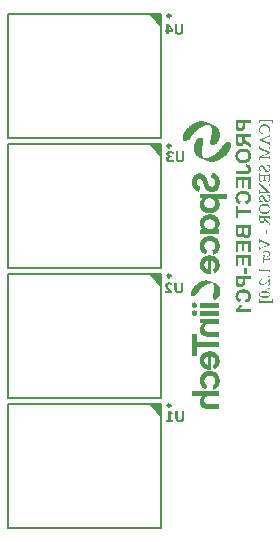
<source format=gbr>
G04*
G04 #@! TF.GenerationSoftware,Altium Limited,Altium Designer,24.9.1 (31)*
G04*
G04 Layer_Color=32896*
%FSLAX44Y44*%
%MOMM*%
G71*
G04*
G04 #@! TF.SameCoordinates,FD4918BF-9287-427B-8844-C27258197B88*
G04*
G04*
G04 #@! TF.FilePolarity,Positive*
G04*
G01*
G75*
%ADD54C,0.2000*%
%ADD65C,0.2500*%
G36*
X201710Y199684D02*
X201721Y199673D01*
X201755Y199662D01*
X201845Y199639D01*
X202136Y199617D01*
X202248Y199572D01*
X202316Y199505D01*
X202473Y199415D01*
X202518Y199393D01*
X202551Y199359D01*
X202574Y199314D01*
X202607Y199280D01*
X202798Y199157D01*
X202854Y199079D01*
X202899Y199056D01*
X202955Y198978D01*
X203022Y198865D01*
X203168Y198720D01*
X203224Y198574D01*
X203269Y198417D01*
X203337Y198349D01*
X203359Y198305D01*
X203404Y198260D01*
X203426Y197945D01*
X203449Y197721D01*
X203494Y197609D01*
X203516Y197205D01*
X203449Y197048D01*
X203426Y196622D01*
X203404Y196532D01*
X203337Y196375D01*
X203314Y196330D01*
X203281Y196297D01*
X203179Y196016D01*
X203067Y195904D01*
X202978Y195747D01*
X202955Y195702D01*
X202854Y195601D01*
X202809Y195578D01*
X202675Y195444D01*
X202428Y195309D01*
X202383Y195287D01*
X202372Y195253D01*
X202293Y195175D01*
X202181Y195130D01*
X202024Y195107D01*
X201789Y195006D01*
X201665Y194973D01*
X201598Y194950D01*
X201239Y194973D01*
X201149Y194950D01*
X201082Y194973D01*
X200958Y194961D01*
X200768Y194973D01*
X200577Y195051D01*
X200431Y195107D01*
X200252Y195152D01*
X200139Y195197D01*
X200095Y195242D01*
X199814Y195410D01*
X199792Y195455D01*
X199691Y195534D01*
X199646Y195556D01*
X199545Y195679D01*
X199522Y195724D01*
X199433Y195814D01*
X199321Y196016D01*
X199231Y196151D01*
X199141Y196308D01*
X199119Y196532D01*
X198995Y196812D01*
X198962Y196981D01*
X198939Y197272D01*
X198917Y197362D01*
X198939Y197430D01*
X198962Y197833D01*
X199029Y197990D01*
X199119Y198147D01*
X199141Y198417D01*
X199186Y198529D01*
X199253Y198596D01*
X199388Y198843D01*
X199489Y198944D01*
X199601Y199123D01*
X199758Y199236D01*
X199803Y199258D01*
X199926Y199381D01*
X200072Y199438D01*
X200184Y199482D01*
X200218Y199516D01*
X200341Y199617D01*
X200498Y199639D01*
X200880Y199707D01*
X200947Y199729D01*
X201250Y199718D01*
X201553Y199729D01*
X201710Y199684D01*
D02*
G37*
G36*
X222059Y199393D02*
X222093Y199359D01*
X222228Y199112D01*
X222250Y195702D01*
X222216Y195578D01*
X222160Y195433D01*
X222082Y195354D01*
X206579Y195332D01*
X206489Y195354D01*
X206365Y195410D01*
X206253Y195567D01*
X206231Y198933D01*
Y198955D01*
Y199090D01*
X206276Y199202D01*
X206332Y199258D01*
X206377Y199280D01*
X206489Y199393D01*
X221902Y199415D01*
X222059Y199393D01*
D02*
G37*
G36*
X221992Y192595D02*
X222104Y192550D01*
X222149Y192527D01*
X222228Y192381D01*
X222250Y189061D01*
X222228Y188836D01*
X222183Y188724D01*
X221970Y188578D01*
X221846Y188500D01*
X207050Y188511D01*
X206982Y188489D01*
X206960Y188511D01*
X206646Y188489D01*
X206534Y188534D01*
X206489Y188556D01*
X206444Y188601D01*
X206332Y188668D01*
X206253Y188769D01*
X206231Y192292D01*
X206253Y192449D01*
X206287Y192482D01*
X206489Y192595D01*
X213062Y192617D01*
X221768D01*
X221992Y192595D01*
D02*
G37*
G36*
X201598Y192953D02*
X201957Y192931D01*
X202091Y192841D01*
X202170Y192785D01*
X202316Y192729D01*
X202428Y192684D01*
X202495Y192617D01*
X202540Y192595D01*
X202585Y192550D01*
X202675Y192527D01*
X202742Y192460D01*
X202753Y192449D01*
X202776Y192404D01*
X202854Y192325D01*
X202899Y192303D01*
X202933Y192269D01*
X203045Y192067D01*
X203135Y191978D01*
X203157Y191933D01*
X203202Y191888D01*
X203224Y191798D01*
X203393Y191473D01*
X203415Y191361D01*
X203449Y190923D01*
X203482Y190800D01*
X203516Y190631D01*
X203494Y190407D01*
X203471Y190317D01*
X203449Y190250D01*
X203426Y189824D01*
X203337Y189622D01*
X203314Y189577D01*
X203281Y189543D01*
X203224Y189397D01*
X203202Y189308D01*
X203157Y189195D01*
X203090Y189151D01*
X203034Y189072D01*
X202944Y188937D01*
X202899Y188915D01*
X202776Y188792D01*
X202753Y188747D01*
X202607Y188646D01*
X202563Y188623D01*
X202529Y188590D01*
X202506Y188545D01*
X202439Y188500D01*
X202327Y188455D01*
X202181Y188421D01*
X201934Y188264D01*
X200655Y188242D01*
X200566Y188264D01*
X200409Y188332D01*
X200252Y188421D01*
X200162Y188444D01*
X200050Y188489D01*
X200005Y188511D01*
X199960Y188578D01*
X199915Y188601D01*
X199870Y188646D01*
X199825Y188668D01*
X199489Y189005D01*
X199388Y189128D01*
X199365Y189173D01*
X199298Y189330D01*
X199231Y189397D01*
X199175Y189476D01*
X199141Y189599D01*
X199096Y189779D01*
X198984Y190026D01*
X198939Y190497D01*
X198917Y190564D01*
X198939Y190699D01*
X198984Y191147D01*
X199006Y191237D01*
X199040Y191271D01*
X199107Y191450D01*
X199141Y191641D01*
X199186Y191753D01*
X199253Y191821D01*
X199343Y191978D01*
X199388Y192090D01*
X199522Y192224D01*
X199545Y192269D01*
X199578Y192303D01*
X199623Y192325D01*
X199758Y192460D01*
X199915Y192572D01*
X199960Y192595D01*
X199994Y192628D01*
X200016Y192673D01*
X200128Y192740D01*
X200218Y192763D01*
X200364Y192796D01*
X200409Y192841D01*
X200611Y192953D01*
X201508Y192976D01*
X201598Y192953D01*
D02*
G37*
G36*
X222014Y185797D02*
X222115Y185695D01*
X222228Y185539D01*
X222250Y182285D01*
Y182263D01*
Y182106D01*
X222228Y182016D01*
X222138Y181814D01*
X221925Y181736D01*
X221857Y181713D01*
X213870Y181691D01*
X213511Y181713D01*
X213421Y181691D01*
X213309Y181623D01*
X213040Y181601D01*
X212973Y181579D01*
X212569Y181556D01*
X212412Y181489D01*
X212210Y181377D01*
X212120Y181354D01*
X211963Y181332D01*
X211873Y181309D01*
X211761Y181242D01*
X211559Y181130D01*
X211447Y181085D01*
X211402Y181063D01*
X211335Y180995D01*
X211088Y180861D01*
X211043Y180838D01*
X211032Y180805D01*
X210998Y180771D01*
X210808Y180647D01*
X210785Y180603D01*
X210662Y180479D01*
X210617Y180457D01*
X210516Y180311D01*
X210494Y180266D01*
X210460Y180232D01*
X210415Y180210D01*
X210292Y179974D01*
X210157Y179840D01*
X210123Y179761D01*
X210090Y179638D01*
X210045Y179526D01*
X209944Y179425D01*
X209899Y179312D01*
X209865Y179099D01*
X209686Y178718D01*
X209664Y177731D01*
X209686Y177304D01*
X209708Y177147D01*
X209809Y176912D01*
X209854Y176800D01*
X209888Y176631D01*
X209933Y176474D01*
X210045Y176362D01*
X210157Y176160D01*
X210337Y175981D01*
X210359Y175936D01*
X210415Y175880D01*
X210617Y175723D01*
X210662Y175700D01*
X210695Y175667D01*
X210752Y175588D01*
X210830Y175532D01*
X210954Y175498D01*
X211066Y175453D01*
X211133Y175386D01*
X211245Y175319D01*
X211335Y175296D01*
X211492Y175274D01*
X211582Y175252D01*
X211873Y175117D01*
X212277Y175095D01*
X212345Y175072D01*
X221633Y175050D01*
X221790Y175027D01*
X221992Y174937D01*
X222115Y174881D01*
X222228Y174724D01*
X222250Y171404D01*
X222228Y171180D01*
X222171Y171056D01*
X222014Y170944D01*
X221970Y170921D01*
X221902Y170854D01*
X211559Y170832D01*
X211402Y170854D01*
X211313Y170877D01*
X211245Y170899D01*
X210909Y170921D01*
X210752Y170966D01*
X210684Y170989D01*
X210258Y171011D01*
X209989Y171056D01*
X209832Y171123D01*
X209787Y171146D01*
X209664Y171202D01*
X209450Y171236D01*
X209293Y171258D01*
X209046Y171415D01*
X208912Y171437D01*
X208755Y171482D01*
X208687Y171550D01*
X208486Y171662D01*
X208362Y171718D01*
X208239Y171819D01*
X208194Y171841D01*
X208082Y171886D01*
X207947Y172021D01*
X207835Y172088D01*
X207510Y172413D01*
X207487Y172458D01*
X207453Y172470D01*
X207151Y172772D01*
X207083Y172885D01*
X206949Y173019D01*
X206836Y173221D01*
X206814Y173266D01*
X206769Y173311D01*
X206679Y173468D01*
X206635Y173580D01*
X206612Y173625D01*
X206545Y173692D01*
X206489Y173771D01*
X206455Y173939D01*
X206365Y174141D01*
X206343Y174186D01*
X206309Y174219D01*
X206253Y174365D01*
X206231Y174590D01*
X206208Y174680D01*
X206164Y174792D01*
X206130Y174825D01*
X206074Y174971D01*
X206051Y175039D01*
X206029Y175510D01*
X206006Y175734D01*
X205962Y175846D01*
X205939Y177260D01*
X205962Y177551D01*
X206006Y177663D01*
X206029Y178090D01*
X206074Y178471D01*
X206164Y178606D01*
X206220Y178752D01*
X206253Y179055D01*
X206309Y179200D01*
X206422Y179380D01*
X206455Y179503D01*
X206500Y179683D01*
X206590Y179772D01*
X206612Y179817D01*
X206646Y179851D01*
X206679Y179974D01*
X206724Y180131D01*
X206814Y180221D01*
X206881Y180333D01*
X206926Y180445D01*
X206994Y180490D01*
X207106Y180647D01*
X207128Y180737D01*
X207173Y180782D01*
X207330Y180984D01*
X207353Y181029D01*
X207386Y181063D01*
X207431Y181085D01*
X207510Y181164D01*
X207532Y181208D01*
X207779Y181455D01*
X207902Y181556D01*
X208003Y181679D01*
X208026Y181724D01*
X208138Y181836D01*
X208160Y181881D01*
X208115Y181926D01*
X207812Y181915D01*
X207700Y181960D01*
X206623Y181982D01*
X206534Y182005D01*
X206422Y182050D01*
X206354Y182117D01*
X206253Y182240D01*
X206231Y185471D01*
X206276Y185628D01*
X206332Y185684D01*
X206377Y185707D01*
X206489Y185819D01*
X221857Y185841D01*
X222014Y185797D01*
D02*
G37*
G36*
X203348Y173277D02*
X203482Y173143D01*
X203527Y173120D01*
X203583Y173064D01*
X203606Y166378D01*
X203583Y166311D01*
X203606Y166109D01*
X203662Y166053D01*
X203774Y165986D01*
X203965Y165997D01*
X221364Y165986D01*
X221431Y166008D01*
X221745Y165986D01*
X221869Y165952D01*
X222115Y165840D01*
X222228Y165683D01*
X222250Y162093D01*
X222228Y162003D01*
X222183Y161846D01*
X222104Y161768D01*
X222026Y161734D01*
X221846Y161689D01*
X221487Y161667D01*
X204200Y161678D01*
X204133Y161656D01*
X203864Y161678D01*
X203707Y161656D01*
X203628Y161555D01*
X203606Y154734D01*
X203561Y154555D01*
X203482Y154476D01*
X203281Y154364D01*
X200005Y154341D01*
X199825Y154386D01*
X199668Y154453D01*
X199590Y154555D01*
X199567Y165010D01*
Y165032D01*
Y172997D01*
X199612Y173109D01*
X199668Y173143D01*
X199713Y173165D01*
X199747Y173199D01*
X199870Y173300D01*
X203191Y173322D01*
X203348Y173277D01*
D02*
G37*
G36*
X215127Y158268D02*
X215351Y158245D01*
X215643Y158223D01*
X215766Y158167D01*
X216024Y158111D01*
X216091Y158088D01*
X216114D01*
X216518Y158066D01*
X216697Y158021D01*
X216989Y157886D01*
X217437Y157819D01*
X217572Y157729D01*
X217617Y157707D01*
X217662Y157662D01*
X217864Y157639D01*
X218021Y157595D01*
X218122Y157494D01*
X218268Y157437D01*
X218447Y157393D01*
X218537Y157303D01*
X218615Y157247D01*
X218705Y157224D01*
X218829Y157191D01*
X218885Y157135D01*
X219008Y157034D01*
X219053Y157011D01*
X219165Y156966D01*
X219210Y156944D01*
X219277Y156877D01*
X219524Y156742D01*
X219558Y156708D01*
X219580Y156664D01*
X219614Y156630D01*
X219771Y156540D01*
X219849Y156461D01*
X219973Y156361D01*
X220074Y156237D01*
X220287Y156091D01*
X220332Y156069D01*
X220365Y156035D01*
X220478Y155833D01*
X220556Y155755D01*
X220601Y155732D01*
X220657Y155676D01*
X220679Y155631D01*
X220781Y155530D01*
X220881Y155407D01*
X220904Y155362D01*
X221038Y155228D01*
X221128Y155070D01*
X221218Y154981D01*
X221308Y154824D01*
X221353Y154712D01*
X221487Y154577D01*
X221577Y154330D01*
X221644Y154263D01*
X221734Y154106D01*
X221756Y153971D01*
X221846Y153836D01*
X221925Y153713D01*
X221947Y153623D01*
X221981Y153478D01*
X222037Y153332D01*
X222127Y153197D01*
X222160Y153029D01*
X222183Y152939D01*
X222205Y152782D01*
X222340Y152490D01*
X222362Y152423D01*
X222385Y151930D01*
X222452Y151772D01*
X222474Y151593D01*
X222497Y151503D01*
X222530Y151380D01*
X222564Y151212D01*
X222542Y151144D01*
X222564Y150987D01*
X222586Y150920D01*
X222575Y149405D01*
X222542Y148946D01*
X222519Y148856D01*
X222430Y148631D01*
X222407Y148564D01*
X222385Y148228D01*
X222362Y148003D01*
X222317Y147846D01*
X222261Y147723D01*
X222194Y147543D01*
X222171Y147431D01*
X222149Y147252D01*
X222115Y147128D01*
X222071Y147083D01*
X221992Y146960D01*
X221936Y146702D01*
X221891Y146590D01*
X221869Y146545D01*
X221790Y146466D01*
X221734Y146320D01*
X221689Y146164D01*
X221622Y146096D01*
X221532Y145939D01*
X221465Y145782D01*
X221420Y145737D01*
X221285Y145490D01*
X221151Y145356D01*
X221061Y145199D01*
X221005Y145143D01*
X220960Y145120D01*
X220949Y145086D01*
X220904Y145042D01*
X220881Y144997D01*
X220724Y144840D01*
X220635Y144683D01*
X220242Y144290D01*
X220197Y144268D01*
X220119Y144189D01*
X219995Y144088D01*
X219950Y144066D01*
X219816Y143931D01*
X219659Y143841D01*
X219625Y143808D01*
X219569Y143729D01*
X219490Y143673D01*
X219345Y143617D01*
X219255Y143527D01*
X219098Y143438D01*
X218986Y143393D01*
X218862Y143269D01*
X218750Y143224D01*
X218604Y143191D01*
X218548Y143135D01*
X218425Y143034D01*
X218290Y143011D01*
X218133Y143034D01*
X218043Y143123D01*
X217998Y143146D01*
X217875Y143314D01*
X217853Y143494D01*
X217796Y143639D01*
X217707Y143774D01*
X217673Y143897D01*
X217651Y143987D01*
X217628Y144144D01*
X217471Y144391D01*
X217449Y144548D01*
X217404Y144817D01*
X217292Y144974D01*
X217258Y145053D01*
X217224Y145266D01*
X217202Y145356D01*
X217045Y145603D01*
X217022Y145782D01*
X217000Y145939D01*
X216978Y146006D01*
X216955Y146164D01*
X217000Y146276D01*
X217022Y146478D01*
X217045Y146567D01*
X217101Y146623D01*
X217146Y146646D01*
X217303Y146803D01*
X217505Y146915D01*
X217662Y147072D01*
X217707Y147094D01*
X218032Y147420D01*
X218099Y147532D01*
X218155Y147588D01*
X218256Y147711D01*
X218279Y147756D01*
X218346Y147913D01*
X218436Y148003D01*
X218492Y148082D01*
X218514Y148172D01*
X218548Y148317D01*
X218671Y148486D01*
X218716Y148598D01*
X218750Y148856D01*
X218817Y149125D01*
X218840Y149282D01*
X218930Y149484D01*
X218952Y150292D01*
X218930Y150651D01*
X218907Y150740D01*
X218873Y150864D01*
X218784Y151111D01*
X218761Y151200D01*
X218728Y151481D01*
X218638Y151683D01*
X218582Y151761D01*
X218481Y152042D01*
X218391Y152131D01*
X218301Y152289D01*
X218256Y152401D01*
X218223Y152434D01*
X218178Y152457D01*
X218099Y152558D01*
X218077Y152603D01*
X218021Y152659D01*
X217976Y152681D01*
X217875Y152782D01*
X217853Y152827D01*
X217819Y152861D01*
X217774Y152883D01*
X217729Y152928D01*
X217684Y152950D01*
X217617Y153040D01*
X217370Y153175D01*
X217337Y153208D01*
X217213Y153309D01*
X216989Y153399D01*
X216922Y153466D01*
X216877Y153489D01*
X216843Y153522D01*
X216607Y153579D01*
X216484Y153635D01*
X216304Y153747D01*
X216047Y153780D01*
X215889Y153803D01*
X215732Y153870D01*
X215598Y153893D01*
X215519Y153814D01*
X215497Y142865D01*
X215452Y142753D01*
X215407Y142708D01*
X215284Y142607D01*
X215194Y142585D01*
X215127Y142563D01*
X213421Y142585D01*
X213354Y142607D01*
X212973Y142630D01*
X212861Y142675D01*
X212636Y142697D01*
X212479Y142764D01*
X212322Y142787D01*
X211963Y142809D01*
X211806Y142832D01*
X211716Y142854D01*
X211582Y142944D01*
X211470Y142989D01*
X211313Y143011D01*
X211088Y143034D01*
X210976Y143078D01*
X210819Y143168D01*
X210740Y143202D01*
X210550Y143236D01*
X210460Y143258D01*
X210348Y143325D01*
X210224Y143404D01*
X210079Y143438D01*
X209966Y143482D01*
X209921Y143505D01*
X209832Y143595D01*
X209720Y143639D01*
X209540Y143684D01*
X209417Y143808D01*
X209136Y143909D01*
X209069Y143998D01*
X208789Y144167D01*
X208766Y144212D01*
X208598Y144312D01*
X208553Y144335D01*
X208441Y144447D01*
X208284Y144537D01*
X208228Y144593D01*
X208205Y144638D01*
X208149Y144694D01*
X208104Y144716D01*
X208059Y144761D01*
X207947Y144896D01*
X207902Y144918D01*
X207835Y144986D01*
X207723Y145120D01*
X207678Y145143D01*
X207599Y145221D01*
X207487Y145378D01*
X207465Y145423D01*
X207375Y145513D01*
X207285Y145670D01*
X207195Y145760D01*
X207061Y146006D01*
X207027Y146040D01*
X206982Y146062D01*
X206938Y146107D01*
X206836Y146388D01*
X206747Y146478D01*
X206679Y146590D01*
X206657Y146679D01*
X206612Y146837D01*
X206579Y146870D01*
X206478Y146994D01*
X206455Y147218D01*
X206410Y147330D01*
X206377Y147364D01*
X206276Y147487D01*
X206253Y147667D01*
X206231Y147891D01*
X206096Y148183D01*
X206074Y148272D01*
X206051Y148340D01*
X206029Y148856D01*
X206006Y149013D01*
X205962Y149282D01*
X205939Y149349D01*
X205950Y150752D01*
X205939Y151054D01*
X206006Y151212D01*
X206029Y151705D01*
X206051Y152064D01*
X206096Y152244D01*
X206175Y152389D01*
X206220Y152502D01*
X206253Y152782D01*
X206276Y152939D01*
X206320Y153051D01*
X206343Y153096D01*
X206377Y153130D01*
X206422Y153242D01*
X206478Y153478D01*
X206500Y153567D01*
X206612Y153724D01*
X206679Y153904D01*
X206724Y154061D01*
X206758Y154094D01*
X206859Y154218D01*
X206881Y154308D01*
X206949Y154465D01*
X206971Y154510D01*
X207027Y154566D01*
X207162Y154835D01*
X207207Y154857D01*
X207285Y154958D01*
X207308Y155003D01*
X207353Y155115D01*
X207442Y155205D01*
X207532Y155362D01*
X207678Y155508D01*
X207779Y155631D01*
X207801Y155676D01*
X207835Y155688D01*
X207936Y155788D01*
X207958Y155833D01*
X208037Y155912D01*
X208082Y155934D01*
X208138Y155990D01*
X208160Y156035D01*
X208239Y156114D01*
X208284Y156136D01*
X208463Y156316D01*
X208508Y156338D01*
X208665Y156495D01*
X208822Y156607D01*
X208867Y156630D01*
X208934Y156697D01*
X209181Y156832D01*
X209237Y156888D01*
X209260Y156933D01*
X209316Y156966D01*
X209361Y156989D01*
X209473Y157034D01*
X209540Y157101D01*
X209697Y157191D01*
X209854Y157236D01*
X210011Y157393D01*
X210146Y157415D01*
X210325Y157460D01*
X210370Y157505D01*
X210527Y157617D01*
X210662Y157639D01*
X210752Y157662D01*
X210954Y157752D01*
X211111Y157841D01*
X211380Y157864D01*
X211470Y157886D01*
X211806Y158043D01*
X212210Y158066D01*
X212434Y158088D01*
X212636Y158178D01*
X212771Y158200D01*
X212838Y158223D01*
X213264Y158245D01*
X213332Y158268D01*
X214768Y158290D01*
X215127Y158268D01*
D02*
G37*
G36*
X215329Y141687D02*
X215822Y141665D01*
X216069Y141553D01*
X216181Y141508D01*
X216585Y141486D01*
X216742Y141463D01*
X216978Y141362D01*
X217090Y141317D01*
X217180Y141295D01*
X217415Y141261D01*
X217572Y141194D01*
X217617Y141172D01*
X217651Y141138D01*
X217763Y141093D01*
X217909Y141059D01*
X218066Y141014D01*
X218223Y140902D01*
X218402Y140835D01*
X218514Y140790D01*
X218559Y140768D01*
X218638Y140689D01*
X218784Y140633D01*
X218896Y140588D01*
X218986Y140498D01*
X219143Y140409D01*
X219255Y140364D01*
X219345Y140274D01*
X219502Y140184D01*
X219659Y140027D01*
X219771Y139960D01*
X219849Y139881D01*
X219973Y139780D01*
X220018Y139758D01*
X220152Y139623D01*
X220197Y139601D01*
X220264Y139534D01*
X220343Y139478D01*
X220365Y139433D01*
X220478Y139320D01*
X220500Y139276D01*
X220556Y139220D01*
X220657Y139096D01*
X220679Y139051D01*
X220814Y138917D01*
X220881Y138805D01*
X221038Y138647D01*
X221128Y138490D01*
X221218Y138401D01*
X221297Y138277D01*
X221330Y138154D01*
X221442Y138042D01*
X221532Y137885D01*
X221588Y137739D01*
X221689Y137615D01*
X221723Y137537D01*
X221756Y137391D01*
X221801Y137279D01*
X221824Y137234D01*
X221869Y137189D01*
X221925Y137111D01*
X221958Y136942D01*
X221981Y136853D01*
X222048Y136695D01*
X222127Y136572D01*
X222183Y136247D01*
X222228Y136090D01*
X222284Y135989D01*
X222340Y135843D01*
X222362Y135776D01*
X222385Y135372D01*
X222407Y135282D01*
X222430Y135215D01*
X222452Y134968D01*
X222542Y134766D01*
X222564Y134542D01*
X222542Y134474D01*
X222564Y134407D01*
X222586Y132837D01*
X222564Y132612D01*
X222542Y132545D01*
X222553Y132399D01*
X222542Y132298D01*
X222519Y132141D01*
X222452Y131872D01*
X222407Y131760D01*
X222385Y131490D01*
X222362Y131199D01*
X222317Y131042D01*
X222228Y130840D01*
X222183Y130728D01*
X222160Y130436D01*
X222104Y130290D01*
X221992Y130111D01*
X221936Y129875D01*
X221891Y129763D01*
X221869Y129718D01*
X221824Y129673D01*
X221756Y129561D01*
X221734Y129426D01*
X221689Y129314D01*
X221622Y129247D01*
X221532Y129090D01*
X221487Y128978D01*
X221420Y128910D01*
X221330Y128753D01*
X221285Y128641D01*
X221229Y128585D01*
X221184Y128562D01*
X221151Y128529D01*
X221061Y128372D01*
X221038Y128327D01*
X220982Y128271D01*
X220881Y128147D01*
X220859Y128103D01*
X220724Y127968D01*
X220635Y127811D01*
X220601Y127777D01*
X220556Y127755D01*
X220455Y127654D01*
X220433Y127609D01*
X220399Y127575D01*
X220242Y127463D01*
X220197Y127441D01*
X220040Y127284D01*
X219995Y127261D01*
X219894Y127160D01*
X219647Y127003D01*
X219591Y126925D01*
X219389Y126812D01*
X219255Y126678D01*
X219008Y126588D01*
X218918Y126498D01*
X218806Y126431D01*
X218694Y126386D01*
X218582Y126319D01*
X218458Y126240D01*
X218335Y126207D01*
X218155Y126162D01*
X218021Y126027D01*
X217909Y126005D01*
X217752Y125982D01*
X217639Y125938D01*
X217505Y125915D01*
X217303Y126005D01*
X217236Y126072D01*
X217202Y126195D01*
X217180Y126285D01*
X217067Y126532D01*
X217045Y126622D01*
X217022Y126779D01*
X217000Y127003D01*
X216978Y127160D01*
X216843Y127452D01*
X216821Y127609D01*
X216798Y127699D01*
X216776Y127990D01*
X216652Y128271D01*
X216619Y128439D01*
X216596Y128506D01*
X216574Y128820D01*
X216551Y128910D01*
X216529Y128978D01*
X216506Y129179D01*
X216540Y129303D01*
X216574Y129471D01*
X216619Y129583D01*
X216731Y129696D01*
X216753Y129740D01*
X216832Y129819D01*
X217056Y129909D01*
X217123Y129976D01*
X217370Y130111D01*
X217404Y130144D01*
X217426Y130189D01*
X217527Y130268D01*
X217572Y130290D01*
X217651Y130369D01*
X217707Y130447D01*
X217752Y130470D01*
X217897Y130615D01*
X217920Y130660D01*
X217953Y130672D01*
X218032Y130750D01*
X218155Y130941D01*
X218200Y130963D01*
X218279Y131064D01*
X218301Y131154D01*
X218346Y131266D01*
X218414Y131333D01*
X218503Y131490D01*
X218526Y131580D01*
X218548Y131737D01*
X218604Y131883D01*
X218716Y132063D01*
X218739Y132264D01*
X218773Y132971D01*
X218795Y133038D01*
X218817Y133285D01*
X218795Y133353D01*
X218773Y133891D01*
X218750Y133981D01*
X218728Y134340D01*
X218705Y134564D01*
X218593Y134721D01*
X218548Y134833D01*
X218526Y134923D01*
X218503Y135080D01*
X218458Y135192D01*
X218391Y135260D01*
X218301Y135417D01*
X218256Y135574D01*
X218167Y135663D01*
X218077Y135821D01*
X217953Y135944D01*
X217853Y136067D01*
X217830Y136112D01*
X217740Y136202D01*
X217617Y136303D01*
X217572Y136325D01*
X217426Y136471D01*
X217303Y136572D01*
X217258Y136594D01*
X217247Y136628D01*
X217157Y136718D01*
X217011Y136774D01*
X216899Y136819D01*
X216764Y136953D01*
X216585Y136998D01*
X216428Y137066D01*
X216271Y137178D01*
X216047Y137200D01*
X215923Y137234D01*
X215912Y137245D01*
X215620Y137380D01*
X215261Y137402D01*
X215194Y137425D01*
X213623Y137447D01*
X213556Y137425D01*
X213018Y137402D01*
X212793Y137335D01*
X212760Y137301D01*
X212580Y137234D01*
X212468Y137212D01*
X212333Y137189D01*
X212188Y137156D01*
X212053Y137066D01*
X211974Y137010D01*
X211851Y136976D01*
X211694Y136931D01*
X211627Y136864D01*
X211470Y136752D01*
X211380Y136729D01*
X211335Y136684D01*
X211290Y136662D01*
X211245Y136617D01*
X211088Y136527D01*
X210909Y136348D01*
X210864Y136325D01*
X210763Y136224D01*
X210740Y136180D01*
X210639Y136101D01*
X210539Y135978D01*
X210516Y135933D01*
X210404Y135821D01*
X210337Y135708D01*
X210269Y135551D01*
X210236Y135518D01*
X210135Y135394D01*
X210090Y135215D01*
X210045Y135103D01*
X209978Y135035D01*
X209921Y134957D01*
X209888Y134811D01*
X209865Y134654D01*
X209798Y134385D01*
X209686Y134138D01*
X209664Y133083D01*
X209686Y132522D01*
X209708Y132365D01*
X209753Y132208D01*
X209787Y132175D01*
X209854Y131995D01*
X209888Y131737D01*
X209933Y131580D01*
X210000Y131513D01*
X210090Y131356D01*
X210112Y131266D01*
X210168Y131143D01*
X210213Y131120D01*
X210247Y131087D01*
X210314Y130974D01*
X210381Y130817D01*
X210494Y130705D01*
X210561Y130593D01*
X210617Y130537D01*
X210662Y130514D01*
X210718Y130458D01*
X210774Y130380D01*
X210931Y130268D01*
X210976Y130245D01*
X211021Y130178D01*
X211268Y130043D01*
X211313Y130021D01*
X211346Y129987D01*
X211559Y129841D01*
X211604Y129819D01*
X211638Y129763D01*
X211660Y129718D01*
X211784Y129594D01*
X211840Y129449D01*
X211862Y129381D01*
X211885Y129112D01*
X211851Y128989D01*
X211795Y128596D01*
X211728Y128439D01*
X211638Y128282D01*
X211615Y128058D01*
X211593Y127968D01*
X211548Y127811D01*
X211492Y127688D01*
X211447Y127575D01*
X211391Y127340D01*
X211369Y127115D01*
X211324Y127003D01*
X211211Y126846D01*
X211189Y126622D01*
X211144Y126442D01*
X210931Y126229D01*
X210662Y126207D01*
X210572Y126229D01*
X210415Y126252D01*
X210370Y126297D01*
X210325Y126319D01*
X210292Y126353D01*
X210146Y126409D01*
X209966Y126454D01*
X209910Y126510D01*
X209787Y126611D01*
X209652Y126633D01*
X209540Y126678D01*
X209495Y126700D01*
X209394Y126801D01*
X209282Y126846D01*
X209159Y126880D01*
X209069Y126969D01*
X208867Y127082D01*
X208755Y127194D01*
X208508Y127329D01*
X208430Y127407D01*
X208306Y127508D01*
X208261Y127530D01*
X208228Y127564D01*
X208205Y127609D01*
X208104Y127710D01*
X208059Y127732D01*
X208003Y127788D01*
X207981Y127833D01*
X207880Y127934D01*
X207835Y127957D01*
X207801Y127990D01*
X207779Y128035D01*
X207678Y128136D01*
X207633Y128159D01*
X207532Y128282D01*
X207510Y128327D01*
X207397Y128439D01*
X207375Y128484D01*
X207341Y128518D01*
X207285Y128663D01*
X207195Y128753D01*
X207083Y128955D01*
X207027Y129011D01*
X206915Y129146D01*
X206859Y129381D01*
X206769Y129471D01*
X206691Y129594D01*
X206657Y129763D01*
X206579Y129909D01*
X206478Y130032D01*
X206455Y130211D01*
X206433Y130301D01*
X206365Y130458D01*
X206343Y130503D01*
X206309Y130537D01*
X206264Y130649D01*
X206231Y131042D01*
X206107Y131322D01*
X206074Y131468D01*
X206051Y131535D01*
X206029Y131984D01*
X206006Y132343D01*
X205984Y132433D01*
X205939Y132545D01*
X205950Y134171D01*
X205939Y134452D01*
X206006Y134609D01*
X206029Y135013D01*
X206051Y135372D01*
X206074Y135529D01*
X206175Y135764D01*
X206220Y135877D01*
X206253Y136224D01*
X206309Y136415D01*
X206422Y136594D01*
X206444Y136684D01*
X206478Y136875D01*
X206534Y136998D01*
X206646Y137178D01*
X206679Y137324D01*
X206724Y137481D01*
X206792Y137548D01*
X206881Y137705D01*
X206926Y137817D01*
X206949Y137862D01*
X206994Y137907D01*
X207072Y138030D01*
X207106Y138154D01*
X207240Y138288D01*
X207375Y138535D01*
X207465Y138625D01*
X207487Y138670D01*
X207588Y138838D01*
X207633Y138861D01*
X207689Y138917D01*
X207756Y139029D01*
X207936Y139208D01*
X207958Y139253D01*
X208014Y139309D01*
X208059Y139332D01*
X208160Y139433D01*
X208183Y139478D01*
X208239Y139534D01*
X208284Y139556D01*
X208385Y139657D01*
X208407Y139702D01*
X208508Y139758D01*
X208687Y139937D01*
X208800Y140005D01*
X208912Y140117D01*
X209159Y140252D01*
X209248Y140341D01*
X209450Y140454D01*
X209495Y140476D01*
X209540Y140543D01*
X209585Y140566D01*
X209619Y140599D01*
X209764Y140633D01*
X209877Y140678D01*
X209944Y140745D01*
X210101Y140835D01*
X210191Y140857D01*
X210303Y140902D01*
X210348Y140925D01*
X210359Y140958D01*
X210438Y141014D01*
X210752Y141082D01*
X210909Y141194D01*
X210987Y141228D01*
X211155Y141261D01*
X211313Y141284D01*
X211402Y141306D01*
X211537Y141396D01*
X211649Y141441D01*
X211716Y141463D01*
X212120Y141486D01*
X212210Y141508D01*
X212311Y141542D01*
X212423Y141587D01*
X212591Y141620D01*
X212681Y141643D01*
X212838Y141665D01*
X212906Y141687D01*
X214543Y141710D01*
X215239Y141687D01*
X215306Y141710D01*
X215329Y141687D01*
D02*
G37*
G36*
X221992Y124636D02*
X222071Y124580D01*
X222228Y124378D01*
X222250Y120946D01*
X222183Y120699D01*
X222149Y120665D01*
X222037Y120598D01*
X221947Y120575D01*
X221880Y120553D01*
X213444Y120530D01*
X213287Y120463D01*
X213130Y120441D01*
X213062Y120418D01*
X212636Y120396D01*
X212547Y120373D01*
X212446Y120340D01*
X212311Y120250D01*
X212199Y120205D01*
X212064Y120183D01*
X211873Y120149D01*
X211739Y120059D01*
X211660Y120003D01*
X211447Y119925D01*
X211357Y119835D01*
X211200Y119745D01*
X211088Y119700D01*
X210976Y119588D01*
X210864Y119521D01*
X210785Y119442D01*
X210729Y119364D01*
X210684Y119341D01*
X210583Y119240D01*
X210516Y119128D01*
X210404Y119016D01*
X210269Y118769D01*
X210202Y118724D01*
X210146Y118646D01*
X210090Y118500D01*
X210045Y118388D01*
X210000Y118343D01*
X209944Y118264D01*
X209899Y118152D01*
X209865Y117917D01*
X209798Y117760D01*
X209686Y117558D01*
X209664Y116705D01*
X209686Y116144D01*
X209708Y115987D01*
X209809Y115752D01*
X209854Y115639D01*
X209888Y115471D01*
X209910Y115381D01*
X209955Y115269D01*
X209989Y115258D01*
X210022Y115224D01*
X210135Y115022D01*
X210292Y114865D01*
X210314Y114820D01*
X210438Y114697D01*
X210639Y114540D01*
X210684Y114518D01*
X210774Y114428D01*
X210886Y114361D01*
X211043Y114293D01*
X211088Y114271D01*
X211178Y114181D01*
X211256Y114147D01*
X211537Y114114D01*
X211918Y113934D01*
X212434Y113912D01*
X212502Y113889D01*
X221812Y113867D01*
X222138Y113699D01*
X222228Y113542D01*
X222250Y110176D01*
X222228Y110019D01*
X222183Y109907D01*
X222160Y109862D01*
X222014Y109784D01*
X221970Y109739D01*
X221925Y109716D01*
X221891Y109683D01*
X221801Y109660D01*
X211470Y109671D01*
X211313Y109739D01*
X211043Y109761D01*
X210976Y109739D01*
X210886Y109761D01*
X210774Y109806D01*
X210572Y109829D01*
X210146Y109851D01*
X209966Y109896D01*
X209854Y109941D01*
X209697Y110030D01*
X209518Y110053D01*
X209361Y110075D01*
X209260Y110109D01*
X209035Y110244D01*
X208889Y110277D01*
X208800Y110300D01*
X208699Y110356D01*
X208676Y110401D01*
X208531Y110479D01*
X208441Y110502D01*
X208306Y110636D01*
X208284D01*
X208228Y110670D01*
X208082Y110726D01*
X207947Y110861D01*
X207835Y110928D01*
X207656Y111107D01*
X207611Y111130D01*
X207554Y111186D01*
X207532Y111231D01*
X207431Y111332D01*
X207386Y111354D01*
X207353Y111388D01*
X207330Y111433D01*
X207252Y111511D01*
X207173Y111567D01*
X207083Y111724D01*
X206949Y111859D01*
X206926Y111904D01*
X206881Y111949D01*
X206859Y112038D01*
X206792Y112106D01*
X206769Y112151D01*
X206724Y112196D01*
X206635Y112420D01*
X206579Y112476D01*
X206489Y112611D01*
X206455Y112734D01*
X206433Y112824D01*
X206365Y112981D01*
X206309Y113059D01*
X206253Y113205D01*
X206231Y113429D01*
X206096Y113721D01*
X206074Y113811D01*
X206051Y113878D01*
X206029Y114439D01*
X205984Y114619D01*
X205962Y114686D01*
X205939Y116189D01*
X205962Y116346D01*
X205984Y116436D01*
X206006Y116503D01*
X206029Y116952D01*
X206074Y117266D01*
X206096Y117356D01*
X206175Y117502D01*
X206220Y117614D01*
X206253Y117827D01*
X206276Y117984D01*
X206388Y118141D01*
X206422Y118220D01*
X206455Y118343D01*
X206478Y118433D01*
X206522Y118545D01*
X206623Y118646D01*
X206679Y118792D01*
X206702Y118881D01*
X206881Y119151D01*
X206904Y119240D01*
X207016Y119353D01*
X207151Y119599D01*
X207207Y119655D01*
X207308Y119779D01*
X207330Y119824D01*
X207510Y120003D01*
X207532Y120048D01*
X207588Y120104D01*
X207633Y120127D01*
X207678Y120171D01*
X207779Y120295D01*
X207801Y120340D01*
X207846Y120385D01*
X207913Y120497D01*
X207857Y120553D01*
X207712Y120542D01*
X207577Y120519D01*
X199691Y120530D01*
X199534Y120553D01*
X199354Y120598D01*
X199197Y120643D01*
X199163Y120699D01*
X199119Y120833D01*
X199130Y124075D01*
X199119Y124333D01*
X199175Y124479D01*
X199220Y124502D01*
X199276Y124558D01*
X199399Y124659D01*
X221880Y124681D01*
X221992Y124636D01*
D02*
G37*
G36*
X173300Y103800D02*
X163300Y113800D01*
X173300D01*
Y103800D01*
D02*
G37*
G36*
X215003Y239474D02*
X215115Y239452D01*
X215497Y239429D01*
X215643Y239396D01*
X215732Y239373D01*
X215923Y239317D01*
X216013Y239295D01*
X216540Y239261D01*
X216630Y239239D01*
X216966Y239082D01*
X217348Y239037D01*
X217550Y238947D01*
X217673Y238869D01*
X217796Y238835D01*
X217953Y238813D01*
X218088Y238723D01*
X218200Y238655D01*
X218290Y238633D01*
X218447Y238588D01*
X218514Y238521D01*
X218593Y238465D01*
X218739Y238409D01*
X218851Y238364D01*
X218918Y238297D01*
X219075Y238207D01*
X219188Y238162D01*
X219277Y238072D01*
X219479Y237960D01*
X219524Y237938D01*
X219603Y237859D01*
X219726Y237758D01*
X219771Y237736D01*
X219905Y237601D01*
X219950Y237579D01*
X220051Y237478D01*
X220074Y237433D01*
X220107Y237399D01*
X220152Y237377D01*
X220253Y237276D01*
X220276Y237231D01*
X220332Y237175D01*
X220377Y237152D01*
X220478Y237051D01*
X220500Y237006D01*
X220534Y236973D01*
X220578Y236950D01*
X220679Y236849D01*
X220702Y236805D01*
X220781Y236726D01*
X220881Y236603D01*
X220904Y236558D01*
X220960Y236502D01*
X221038Y236446D01*
X221128Y236289D01*
X221151Y236244D01*
X221263Y236131D01*
X221353Y235907D01*
X221442Y235817D01*
X221532Y235660D01*
X221577Y235548D01*
X221599Y235503D01*
X221678Y235425D01*
X221779Y235144D01*
X221846Y235032D01*
X221925Y234909D01*
X221981Y234673D01*
X222048Y234516D01*
X222127Y234393D01*
X222160Y234269D01*
X222183Y234112D01*
X222228Y233933D01*
X222340Y233686D01*
X222362Y233619D01*
X222385Y233170D01*
X222407Y233080D01*
X222452Y232968D01*
X222474Y232789D01*
X222497Y232699D01*
X222530Y232598D01*
X222564Y232407D01*
X222542Y232340D01*
X222564Y232272D01*
X222586Y231038D01*
X222564Y230410D01*
X222542Y230343D01*
X222553Y230332D01*
X222542Y230141D01*
X222519Y230051D01*
X222441Y229861D01*
X222396Y229614D01*
X222373Y229300D01*
X222362Y229289D01*
Y229199D01*
X222317Y229042D01*
X222228Y228840D01*
X222183Y228728D01*
X222160Y228481D01*
X222071Y228279D01*
X221992Y228155D01*
X221936Y227897D01*
X221914Y227808D01*
X221869Y227763D01*
X221756Y227606D01*
X221734Y227516D01*
X221689Y227359D01*
X221622Y227292D01*
X221510Y227090D01*
X221453Y226966D01*
X221353Y226843D01*
X221330Y226798D01*
X221285Y226686D01*
X221173Y226574D01*
X221083Y226417D01*
X221005Y226338D01*
X220904Y226215D01*
X220881Y226170D01*
X220758Y226047D01*
X220657Y225923D01*
X220635Y225878D01*
X220119Y225362D01*
X219872Y225205D01*
X219849Y225160D01*
X219704Y225059D01*
X219659Y225037D01*
X219502Y224880D01*
X219345Y224790D01*
X219300Y224768D01*
X219289Y224734D01*
X219131Y224644D01*
X219008Y224611D01*
X218930Y224532D01*
X218907Y224487D01*
X218873Y224476D01*
X218840Y224442D01*
X218694Y224409D01*
X218582Y224364D01*
X218537Y224341D01*
X218514Y224296D01*
X218470Y224274D01*
X218425Y224229D01*
X218223Y224207D01*
X218111Y224252D01*
X217897Y224465D01*
X217853Y224667D01*
X217830Y224756D01*
X217785Y224869D01*
X217752Y224902D01*
X217684Y225037D01*
X217651Y225250D01*
X217561Y225452D01*
X217471Y225609D01*
X217449Y225699D01*
X217426Y225923D01*
X217370Y226069D01*
X217258Y226248D01*
X217224Y226462D01*
X217135Y226663D01*
X217056Y226787D01*
X217022Y226933D01*
X217000Y227157D01*
X216933Y227314D01*
X216910Y227449D01*
X217000Y227763D01*
X217034Y227796D01*
X217191Y227886D01*
X217303Y227998D01*
X217381Y228055D01*
X217527Y228111D01*
X217606Y228189D01*
X217662Y228268D01*
X217707Y228290D01*
X217853Y228436D01*
X217875Y228481D01*
X217909Y228492D01*
X217976Y228559D01*
X218077Y228683D01*
X218099Y228728D01*
X218155Y228784D01*
X218301Y228997D01*
X218324Y229086D01*
X218436Y229199D01*
X218492Y229277D01*
X218526Y229423D01*
X218593Y229580D01*
X218705Y229737D01*
X218728Y229917D01*
X218750Y230006D01*
X218773Y230163D01*
X218817Y230320D01*
X218840Y230478D01*
X218930Y230679D01*
X218952Y231487D01*
X218930Y231846D01*
X218907Y231936D01*
X218851Y232127D01*
X218795Y232272D01*
X218773Y232340D01*
X218750Y232519D01*
X218728Y232609D01*
X218705Y232766D01*
X218638Y232878D01*
X218559Y233002D01*
X218526Y233125D01*
X218481Y233237D01*
X218391Y233327D01*
X218256Y233574D01*
X218144Y233686D01*
X218077Y233798D01*
X217998Y233877D01*
X217953Y233899D01*
X217875Y233978D01*
X217853Y234022D01*
X217729Y234123D01*
X217684Y234146D01*
X217673Y234179D01*
X217572Y234280D01*
X217494Y234314D01*
X217348Y234370D01*
X217236Y234482D01*
X217123Y234550D01*
X216966Y234617D01*
X216922Y234662D01*
X216843Y234718D01*
X216607Y234774D01*
X216226Y234953D01*
X215957Y234976D01*
X215777Y235021D01*
X215732Y235066D01*
X215598Y235088D01*
X215519Y235010D01*
X215497Y224083D01*
X215452Y223926D01*
X215396Y223870D01*
X215239Y223780D01*
X213365Y223792D01*
X213018Y223825D01*
X212748Y223870D01*
X212659Y223893D01*
X212502Y223960D01*
X212345Y223982D01*
X211918Y224005D01*
X211739Y224050D01*
X211447Y224184D01*
X211066Y224229D01*
X210864Y224319D01*
X210740Y224397D01*
X210572Y224431D01*
X210415Y224454D01*
X210348Y224521D01*
X210269Y224577D01*
X210157Y224622D01*
X210011Y224655D01*
X209899Y224700D01*
X209764Y224790D01*
X209540Y224880D01*
X209484Y224936D01*
X209361Y225037D01*
X209271Y225059D01*
X209159Y225104D01*
X209013Y225250D01*
X208867Y225306D01*
X208755Y225418D01*
X208553Y225530D01*
X208486Y225598D01*
X208328Y225710D01*
X208284Y225732D01*
X208205Y225811D01*
X208183Y225856D01*
X208127Y225912D01*
X208082Y225934D01*
X207981Y226035D01*
X207958Y226080D01*
X207925Y226114D01*
X207880Y226136D01*
X207779Y226237D01*
X207756Y226282D01*
X207700Y226338D01*
X207656Y226361D01*
X207577Y226439D01*
X207487Y226596D01*
X207375Y226708D01*
X207263Y226910D01*
X207173Y227000D01*
X207083Y227157D01*
X207061Y227202D01*
X206926Y227337D01*
X206836Y227583D01*
X206724Y227696D01*
X206657Y227875D01*
X206612Y228032D01*
X206579Y228066D01*
X206478Y228189D01*
X206455Y228414D01*
X206410Y228526D01*
X206343Y228593D01*
X206320Y228638D01*
X206276Y228683D01*
X206253Y228862D01*
X206231Y229086D01*
X206130Y229322D01*
X206074Y229468D01*
X206051Y229535D01*
X206029Y230051D01*
X206006Y230208D01*
X205962Y230478D01*
X205939Y230545D01*
X205950Y231970D01*
X205939Y232250D01*
X206006Y232407D01*
X206029Y232968D01*
X206051Y233260D01*
X206096Y233439D01*
X206175Y233585D01*
X206220Y233697D01*
X206253Y234000D01*
X206276Y234090D01*
X206343Y234247D01*
X206365Y234292D01*
X206410Y234336D01*
X206455Y234516D01*
X206478Y234673D01*
X206500Y234763D01*
X206657Y235010D01*
X206679Y235144D01*
X206724Y235256D01*
X206792Y235324D01*
X206881Y235481D01*
X206904Y235571D01*
X206949Y235683D01*
X207016Y235750D01*
X207083Y235862D01*
X207128Y235974D01*
X207151Y236019D01*
X207184Y236053D01*
X207229Y236075D01*
X207252Y236120D01*
X207364Y236300D01*
X207465Y236423D01*
X207554Y236580D01*
X207633Y236659D01*
X207678Y236681D01*
X207779Y236849D01*
X207812Y236883D01*
X207857Y236905D01*
X207913Y236961D01*
X207936Y237006D01*
X208037Y237107D01*
X208082Y237130D01*
X208138Y237186D01*
X208160Y237231D01*
X208261Y237332D01*
X208306Y237354D01*
X208362Y237410D01*
X208385Y237455D01*
X208486Y237534D01*
X208531Y237556D01*
X208654Y237680D01*
X208867Y237825D01*
X208912Y237848D01*
X208979Y237915D01*
X209136Y238005D01*
X209248Y238117D01*
X209405Y238207D01*
X209518Y238252D01*
X209585Y238319D01*
X209630Y238341D01*
X209664Y238375D01*
X209787Y238409D01*
X209944Y238476D01*
X210056Y238588D01*
X210168Y238611D01*
X210370Y238700D01*
X210527Y238813D01*
X210684Y238835D01*
X210774Y238857D01*
X210931Y238902D01*
X210965Y238936D01*
X211088Y239037D01*
X211357Y239059D01*
X211537Y239104D01*
X211828Y239239D01*
X212053Y239261D01*
X212412Y239284D01*
X212569Y239351D01*
X212793Y239373D01*
X212906Y239418D01*
X213107Y239441D01*
X213399Y239463D01*
X213466Y239486D01*
X215003Y239474D01*
D02*
G37*
G36*
X173300Y213800D02*
X163300Y223800D01*
X173300D01*
Y213800D01*
D02*
G37*
G36*
X211974Y218317D02*
X212087Y218295D01*
X212266Y218250D01*
X212378Y218228D01*
X212513Y218205D01*
X212793Y218172D01*
X213018Y218149D01*
X213175Y218127D01*
X213511Y217969D01*
X213825Y217947D01*
X214005Y217902D01*
X214072Y217835D01*
X214229Y217745D01*
X214498Y217723D01*
X214622Y217667D01*
X214644Y217622D01*
X214745Y217543D01*
X214970Y217521D01*
X215059Y217498D01*
X215172Y217453D01*
X215216Y217431D01*
X215284Y217364D01*
X215362Y217330D01*
X215553Y217297D01*
X215755Y217207D01*
X215945Y217106D01*
X216136Y217072D01*
X216248Y217027D01*
X216293Y216982D01*
X216338Y216960D01*
X216383Y216915D01*
X216697Y216848D01*
X216821Y216792D01*
X217000Y216679D01*
X217168Y216646D01*
X217281Y216601D01*
X217325Y216579D01*
X217370Y216534D01*
X217527Y216444D01*
X217684Y216422D01*
X217808Y216365D01*
X217830Y216320D01*
X217942Y216253D01*
X218133Y216220D01*
X218245Y216175D01*
X218346Y216074D01*
X218492Y216018D01*
X218582Y215995D01*
X218649Y215973D01*
X218694Y215950D01*
X218761Y215883D01*
X218840Y215827D01*
X219030Y215793D01*
X219143Y215748D01*
X219210Y215681D01*
X219289Y215625D01*
X219434Y215569D01*
X219547Y215524D01*
X219614Y215457D01*
X219692Y215401D01*
X219816Y215367D01*
X219928Y215322D01*
X219962Y215289D01*
X220096Y215176D01*
X220220Y215143D01*
X220332Y215098D01*
X220422Y215008D01*
X220623Y214896D01*
X220736Y214784D01*
X220848Y214716D01*
X220949Y214615D01*
X221072Y214514D01*
X221117Y214492D01*
X221644Y213965D01*
X221756Y213808D01*
X221779Y213763D01*
X221891Y213651D01*
X222014Y213460D01*
X222093Y213404D01*
X222228Y213157D01*
X222250Y213112D01*
X222328Y213034D01*
X222430Y212753D01*
X222497Y212686D01*
X222575Y212563D01*
X222609Y212394D01*
X222676Y212237D01*
X222789Y212035D01*
X222811Y211856D01*
X222856Y211676D01*
X222968Y211497D01*
X222990Y211362D01*
X223013Y211272D01*
X223035Y210981D01*
X223103Y210599D01*
X223125Y210510D01*
X223170Y210397D01*
X223192Y210039D01*
X223215Y209971D01*
X223237Y208378D01*
X223215Y208311D01*
X223192Y208019D01*
X223125Y207638D01*
X223103Y207548D01*
X223058Y207436D01*
X223013Y206987D01*
X222990Y206830D01*
X222968Y206740D01*
X222923Y206628D01*
X222889Y206595D01*
X222845Y206482D01*
X222811Y206224D01*
X222789Y206135D01*
X222631Y205798D01*
X222564Y205529D01*
X222508Y205406D01*
X222418Y205271D01*
X222385Y205147D01*
X222340Y204990D01*
X222272Y204923D01*
X222160Y204721D01*
X222138Y204631D01*
X222104Y204598D01*
X222003Y204474D01*
X221981Y204429D01*
X221914Y204272D01*
X221801Y204160D01*
X221712Y204003D01*
X221633Y203925D01*
X221532Y203801D01*
X221510Y203756D01*
X221375Y203622D01*
X221353Y203577D01*
X220949Y203173D01*
X220825Y203072D01*
X220781Y203050D01*
X220668Y202938D01*
X220511Y202848D01*
X220365Y202702D01*
X220220Y202646D01*
X220107Y202601D01*
X220063Y202556D01*
X219984Y202500D01*
X219771Y202421D01*
X219490Y202276D01*
X219322Y202242D01*
X219165Y202220D01*
X218986Y202175D01*
X218829Y202152D01*
X218716Y202107D01*
X218402Y202085D01*
X218178Y202107D01*
X218088Y202130D01*
X217864Y202220D01*
X217729Y202242D01*
X217572Y202309D01*
X217482Y202399D01*
X217325Y202489D01*
X217224Y202612D01*
X217202Y202657D01*
X217146Y202713D01*
X217045Y202836D01*
X217000Y203016D01*
X216922Y203207D01*
X216877Y203319D01*
X216854Y203431D01*
X216832Y203521D01*
X216809Y203655D01*
X216821Y204317D01*
X216798Y204609D01*
X216821Y204766D01*
X216843Y204833D01*
X216865Y205147D01*
X216944Y205338D01*
X216966Y205450D01*
X217000Y205776D01*
X217022Y205933D01*
X217045Y206157D01*
X217090Y206336D01*
X217157Y206561D01*
X217191Y206684D01*
X217213Y206796D01*
X217236Y207021D01*
X217258Y207200D01*
X217292Y207324D01*
X217381Y207526D01*
X217426Y207638D01*
X217449Y207929D01*
X217471Y208086D01*
X217494Y208176D01*
X217539Y208333D01*
X217595Y208524D01*
X217617Y208614D01*
X217639Y208726D01*
X217662Y208905D01*
X217696Y209365D01*
X217740Y209522D01*
X217785Y209567D01*
X217808Y209859D01*
X217841Y209982D01*
X217864Y210072D01*
X217886Y211082D01*
X217875Y211340D01*
X217897Y211407D01*
X217920Y211654D01*
X217897Y211721D01*
X217875Y212260D01*
X217897Y212327D01*
X217886Y212428D01*
X217864Y212922D01*
X217841Y213011D01*
X217796Y213123D01*
X217763Y213269D01*
X217684Y213527D01*
X217651Y213853D01*
X217628Y213942D01*
X217595Y214066D01*
X217482Y214245D01*
X217449Y214369D01*
X217404Y214548D01*
X217269Y214750D01*
X217236Y214828D01*
X217202Y214974D01*
X217112Y215109D01*
X217056Y215187D01*
X217000Y215333D01*
X216955Y215378D01*
X216933Y215423D01*
X216888Y215445D01*
X216753Y215692D01*
X216675Y215771D01*
X216630Y215793D01*
X216473Y215950D01*
X216338Y215973D01*
X216271Y215950D01*
X215867Y215973D01*
X215665Y215883D01*
X215351Y215861D01*
X215284Y215838D01*
X215014Y215816D01*
X214790Y215793D01*
X214633Y215771D01*
X214543Y215748D01*
X214431Y215704D01*
X214285Y215647D01*
X214195Y215625D01*
X214061Y215603D01*
X213848Y215569D01*
X213758Y215546D01*
X213500Y215423D01*
X213175Y215367D01*
X213018Y215300D01*
X212962Y215244D01*
X212849Y215199D01*
X212591Y215143D01*
X212502Y215120D01*
X212434Y215053D01*
X212389Y215030D01*
X212356Y214997D01*
X212120Y214941D01*
X212008Y214896D01*
X211963Y214851D01*
X211885Y214795D01*
X211772Y214750D01*
X211627Y214716D01*
X211514Y214671D01*
X211470Y214627D01*
X211313Y214537D01*
X211155Y214470D01*
X211088Y214402D01*
X211043Y214380D01*
X211010Y214346D01*
X210886Y214312D01*
X210729Y214245D01*
X210695Y214212D01*
X210572Y214111D01*
X210482Y214088D01*
X210370Y214043D01*
X210280Y213953D01*
X210157Y213875D01*
X210011Y213819D01*
X209921Y213729D01*
X209809Y213662D01*
X209697Y213617D01*
X209596Y213516D01*
X209372Y213381D01*
X209248Y213280D01*
X209091Y213191D01*
X208957Y213056D01*
X208800Y212966D01*
X208755Y212944D01*
X208665Y212854D01*
X208508Y212764D01*
X208373Y212630D01*
X208261Y212563D01*
X208205Y212506D01*
X208183Y212461D01*
X208149Y212428D01*
X208037Y212361D01*
X207857Y212181D01*
X207812Y212159D01*
X207745Y212091D01*
X207700Y212069D01*
X207689Y212035D01*
X207656Y212002D01*
X207611Y211979D01*
X207566Y211934D01*
X207521Y211912D01*
X207218Y211609D01*
X207095Y211508D01*
X207050Y211486D01*
X207005Y211441D01*
X206960Y211418D01*
X206949Y211385D01*
X206881Y211317D01*
X206747Y211228D01*
X206724Y211183D01*
X206679Y211138D01*
X206657Y211093D01*
X206579Y211014D01*
X206534Y210992D01*
X206433Y210846D01*
X206410Y210801D01*
X206107Y210498D01*
X206006Y210375D01*
X205984Y210330D01*
X205827Y210173D01*
X205805Y210128D01*
X205681Y210005D01*
X205580Y209881D01*
X205558Y209837D01*
X205524Y209803D01*
X205479Y209781D01*
X205423Y209724D01*
X205356Y209612D01*
X205221Y209478D01*
X205131Y209321D01*
X205087Y209276D01*
X205064Y209231D01*
X205019Y209186D01*
X204907Y208984D01*
X204873Y208950D01*
X204828Y208928D01*
X204795Y208894D01*
X204683Y208692D01*
X204593Y208603D01*
X204526Y208490D01*
X204481Y208378D01*
X204402Y208300D01*
X204357Y208277D01*
X204256Y208086D01*
X204144Y207974D01*
X204055Y207817D01*
X204032Y207772D01*
X203920Y207660D01*
X203897Y207615D01*
X203797Y207447D01*
X203752Y207425D01*
X203673Y207324D01*
X203651Y207279D01*
X203482Y207111D01*
X203393Y206976D01*
X203348Y206954D01*
X203292Y206897D01*
X203202Y206740D01*
X203157Y206695D01*
X203135Y206651D01*
X203101Y206617D01*
X203056Y206595D01*
X202978Y206516D01*
X202955Y206471D01*
X202652Y206168D01*
X202607Y206146D01*
X202596Y206112D01*
X202473Y205989D01*
X202428Y205966D01*
X202383Y205921D01*
X202338Y205899D01*
X202293Y205854D01*
X202248Y205832D01*
X202159Y205742D01*
X202147Y205731D01*
X202069Y205675D01*
X202024Y205652D01*
X201912Y205540D01*
X201710Y205428D01*
X201586Y205305D01*
X201441Y205248D01*
X201351Y205226D01*
X201149Y205091D01*
X201037Y205047D01*
X200812Y205024D01*
X200655Y205002D01*
X200543Y204957D01*
X199971Y204968D01*
X199859Y204990D01*
X199623Y205047D01*
X199466Y205069D01*
X199433Y205103D01*
X199309Y205203D01*
X199197Y205248D01*
X199040Y205406D01*
X198995Y205428D01*
X198917Y205506D01*
X198894Y205551D01*
X198760Y205686D01*
X198670Y205843D01*
X198580Y205978D01*
X198524Y206056D01*
X198490Y206224D01*
X198445Y206404D01*
X198389Y206550D01*
X198367Y206639D01*
X198333Y206808D01*
X198311Y206875D01*
X198288Y207750D01*
X198311Y207817D01*
X198333Y208131D01*
X198356Y208221D01*
X198468Y208468D01*
X198490Y208782D01*
X198513Y208939D01*
X198558Y209051D01*
X198659Y209242D01*
X198715Y209500D01*
X198737Y209590D01*
X198804Y209702D01*
X198861Y209781D01*
X198917Y209926D01*
X198962Y210083D01*
X199018Y210139D01*
X199107Y210274D01*
X199141Y210397D01*
X199186Y210510D01*
X199276Y210599D01*
X199365Y210756D01*
X199534Y210992D01*
X199590Y211138D01*
X199702Y211250D01*
X199814Y211452D01*
X199926Y211564D01*
X199949Y211609D01*
X200039Y211744D01*
X200061Y211789D01*
X200106Y211833D01*
X200218Y211990D01*
X200240Y212035D01*
X200330Y212125D01*
X200442Y212282D01*
X200465Y212327D01*
X200599Y212461D01*
X200622Y212506D01*
X200779Y212663D01*
X200801Y212708D01*
X200846Y212753D01*
X200869Y212798D01*
X201003Y212933D01*
X201093Y213090D01*
X201194Y213191D01*
X201239Y213213D01*
X201250Y213247D01*
X201295Y213292D01*
X201317Y213337D01*
X201351Y213370D01*
X201396Y213393D01*
X201497Y213494D01*
X201553Y213572D01*
X201598Y213594D01*
X201721Y213718D01*
X201777Y213797D01*
X201822Y213819D01*
X201968Y213965D01*
X201990Y214010D01*
X202024Y214021D01*
X202147Y214144D01*
X202204Y214223D01*
X202248Y214245D01*
X202293Y214290D01*
X202338Y214312D01*
X202383Y214380D01*
X202585Y214537D01*
X202630Y214559D01*
X202787Y214716D01*
X202832Y214739D01*
X202933Y214840D01*
X203056Y214941D01*
X203101Y214963D01*
X203236Y215098D01*
X203281Y215120D01*
X203426Y215221D01*
X203449Y215266D01*
X203482Y215300D01*
X203639Y215389D01*
X203752Y215502D01*
X203998Y215636D01*
X204111Y215748D01*
X204268Y215838D01*
X204380Y215950D01*
X204627Y216085D01*
X204671Y216107D01*
X204739Y216175D01*
X204784Y216197D01*
X204941Y216264D01*
X205030Y216354D01*
X205109Y216410D01*
X205322Y216489D01*
X205367Y216534D01*
X205524Y216646D01*
X205614Y216668D01*
X205726Y216713D01*
X205793Y216780D01*
X205872Y216836D01*
X206085Y216915D01*
X206220Y217005D01*
X206332Y217072D01*
X206422Y217095D01*
X206579Y217139D01*
X206736Y217252D01*
X206915Y217319D01*
X207005Y217341D01*
X207117Y217386D01*
X207173Y217442D01*
X207285Y217487D01*
X207453Y217521D01*
X207566Y217566D01*
X207734Y217667D01*
X207857Y217700D01*
X207947Y217723D01*
X208104Y217745D01*
X208340Y217846D01*
X208452Y217891D01*
X208631Y217936D01*
X208889Y217969D01*
X208979Y217992D01*
X209136Y218059D01*
X209248Y218104D01*
X209428Y218127D01*
X209495Y218149D01*
X209921Y218172D01*
X210079Y218194D01*
X210146Y218216D01*
X210325Y218239D01*
X210482Y218261D01*
X210639Y218328D01*
X211974Y218317D01*
D02*
G37*
G36*
X215845Y255819D02*
X215486Y255841D01*
X214925Y255864D01*
X212703Y255841D01*
X212636Y255819D01*
X212524Y255797D01*
X212322Y255707D01*
X212165Y255684D01*
X212075Y255662D01*
X211851Y255639D01*
X211694Y255617D01*
X211570Y255583D01*
X211335Y255460D01*
X211245Y255438D01*
X211088Y255415D01*
X210954Y255393D01*
X210707Y255236D01*
X210415Y255191D01*
X210280Y255056D01*
X210168Y255011D01*
X210022Y254978D01*
X209944Y254944D01*
X209832Y254832D01*
X209585Y254742D01*
X209462Y254641D01*
X209428Y254607D01*
X209181Y254473D01*
X209091Y254383D01*
X208889Y254271D01*
X208755Y254136D01*
X208643Y254069D01*
X208486Y253912D01*
X208441Y253889D01*
X208407Y253856D01*
X208385Y253811D01*
X208284Y253710D01*
X208239Y253687D01*
X208183Y253631D01*
X208160Y253587D01*
X208059Y253486D01*
X208014Y253463D01*
X207958Y253407D01*
X207936Y253362D01*
X207835Y253261D01*
X207790Y253239D01*
X207712Y253115D01*
X207678Y253059D01*
X207633Y253037D01*
X207532Y252936D01*
X207442Y252779D01*
X207353Y252689D01*
X207308Y252577D01*
X207240Y252465D01*
X207128Y252353D01*
X207083Y252240D01*
X206994Y252083D01*
X206926Y252016D01*
X206904Y251926D01*
X206848Y251780D01*
X206736Y251646D01*
X206679Y251500D01*
X206646Y251354D01*
X206556Y251220D01*
X206522Y251186D01*
X206478Y251074D01*
X206422Y250748D01*
X206309Y250569D01*
X206253Y250378D01*
X206231Y250086D01*
X206119Y249840D01*
X206074Y249660D01*
X206051Y249503D01*
X206029Y249212D01*
X206006Y248763D01*
X205939Y248606D01*
X205950Y248325D01*
X205939Y246699D01*
X205984Y246586D01*
X206006Y246497D01*
X206029Y246138D01*
X206051Y245689D01*
X206074Y245622D01*
X206107Y245476D01*
X206231Y245196D01*
X206264Y244848D01*
X206332Y244668D01*
X206365Y244635D01*
X206433Y244478D01*
X206455Y244321D01*
X206478Y244231D01*
X206522Y244119D01*
X206567Y244074D01*
X206590Y244029D01*
X206635Y243984D01*
X206702Y243715D01*
X206803Y243591D01*
X206859Y243535D01*
X206893Y243389D01*
X206938Y243277D01*
X207061Y243154D01*
X207195Y242907D01*
X207285Y242817D01*
X207397Y242615D01*
X207510Y242503D01*
X207577Y242391D01*
X207779Y242189D01*
X207801Y242144D01*
X207835Y242111D01*
X207880Y242088D01*
X207981Y241987D01*
X208003Y241942D01*
X208059Y241886D01*
X208104Y241864D01*
X208306Y241662D01*
X208418Y241595D01*
X208531Y241482D01*
X208732Y241370D01*
X208845Y241258D01*
X208957Y241213D01*
X209069Y241146D01*
X209159Y241056D01*
X209271Y241011D01*
X209394Y240978D01*
X209562Y240809D01*
X209798Y240753D01*
X209877Y240697D01*
X209966Y240607D01*
X210056Y240585D01*
X210213Y240562D01*
X210359Y240506D01*
X210415Y240450D01*
X210460Y240428D01*
X210572Y240383D01*
X210729Y240361D01*
X210909Y240383D01*
X211167Y240641D01*
X211189Y240865D01*
X211211Y241000D01*
X211324Y241157D01*
X211369Y241337D01*
X211391Y241494D01*
X211425Y241707D01*
X211447Y241796D01*
X211559Y241976D01*
X211593Y242099D01*
X211615Y242256D01*
X211649Y242470D01*
X211694Y242582D01*
X211728Y242615D01*
X211795Y242772D01*
X211817Y242929D01*
X211851Y243143D01*
X211885Y243266D01*
X211862Y243535D01*
X211840Y243603D01*
X211806Y243748D01*
X211716Y243883D01*
X211604Y243995D01*
X211458Y244051D01*
X211335Y244175D01*
X211290Y244197D01*
X211133Y244287D01*
X211021Y244399D01*
X210976Y244422D01*
X210808Y244545D01*
X210785Y244590D01*
X210684Y244691D01*
X210639Y244713D01*
X210583Y244769D01*
X210561Y244814D01*
X210460Y244915D01*
X210415Y244937D01*
X210381Y244971D01*
X210314Y245128D01*
X210292Y245173D01*
X210191Y245296D01*
X210157Y245330D01*
X210112Y245442D01*
X210056Y245588D01*
X210022Y245622D01*
X210000Y245667D01*
X209955Y245711D01*
X209910Y245824D01*
X209877Y246014D01*
X209854Y246127D01*
X209832Y246216D01*
X209787Y246329D01*
X209708Y246586D01*
X209686Y246676D01*
X209664Y247641D01*
X209697Y248325D01*
X209764Y248505D01*
X209820Y248628D01*
X209865Y248785D01*
X209921Y249111D01*
X209955Y249189D01*
X210022Y249256D01*
X210045Y249301D01*
X210090Y249414D01*
X210123Y249559D01*
X210213Y249671D01*
X210258Y249694D01*
X210314Y249795D01*
X210359Y249907D01*
X210381Y249952D01*
X210516Y250086D01*
X210583Y250199D01*
X210662Y250277D01*
X210707Y250300D01*
X210740Y250333D01*
X210763Y250378D01*
X210864Y250479D01*
X210909Y250502D01*
X210965Y250558D01*
X210987Y250603D01*
X211066Y250681D01*
X211111Y250704D01*
X211234Y250805D01*
X211290Y250861D01*
X211514Y250950D01*
X211638Y251051D01*
X211694Y251107D01*
X211840Y251141D01*
X211986Y251197D01*
X212053Y251264D01*
X212165Y251309D01*
X212345Y251354D01*
X212535Y251388D01*
X212614Y251422D01*
X212748Y251511D01*
X212838Y251534D01*
X212995Y251556D01*
X213433Y251590D01*
X213904Y251612D01*
X214016Y251657D01*
X214139Y251713D01*
X214364Y251691D01*
X214521Y251623D01*
X214745Y251601D01*
X215284Y251579D01*
X215351Y251556D01*
X215688Y251534D01*
X215845Y251444D01*
X216002Y251377D01*
X216159Y251354D01*
X216327Y251320D01*
X216406Y251264D01*
X216450Y251220D01*
X216495Y251197D01*
X216652Y251130D01*
X216764Y251107D01*
X216888Y251006D01*
X216922Y250973D01*
X217146Y250883D01*
X217325Y250704D01*
X217482Y250614D01*
X217639Y250457D01*
X217684Y250434D01*
X217830Y250289D01*
X217853Y250244D01*
X217953Y250120D01*
X218077Y249997D01*
X218167Y249840D01*
X218256Y249750D01*
X218301Y249638D01*
X218357Y249492D01*
X218458Y249391D01*
X218503Y249279D01*
X218526Y249122D01*
X218548Y249032D01*
X218705Y248696D01*
X218728Y248538D01*
X218795Y247641D01*
X218817Y247574D01*
X218795Y247192D01*
X218773Y247125D01*
X218739Y246418D01*
X218716Y246216D01*
X218604Y246037D01*
X218548Y245891D01*
X218492Y245655D01*
X218414Y245532D01*
X218346Y245465D01*
X218301Y245353D01*
X218268Y245229D01*
X218234Y245196D01*
X218212Y245151D01*
X218099Y245039D01*
X218032Y244926D01*
X217875Y244769D01*
X217853Y244724D01*
X217752Y244623D01*
X217707Y244601D01*
X217651Y244522D01*
X217595Y244466D01*
X217550Y244444D01*
X217404Y244343D01*
X217381Y244298D01*
X217348Y244264D01*
X217236Y244220D01*
X217146Y244197D01*
X216989Y244040D01*
X216865Y244006D01*
X216753Y243962D01*
X216720Y243928D01*
X216675Y243906D01*
X216619Y243849D01*
X216596Y243804D01*
X216506Y243715D01*
X216484Y243670D01*
X216417Y243513D01*
X216439Y243311D01*
X216484Y243266D01*
X216551Y243109D01*
X216574Y242885D01*
X216630Y242537D01*
X216675Y242425D01*
X216753Y242279D01*
X216776Y242189D01*
X216798Y241965D01*
X216832Y241662D01*
X216877Y241550D01*
X216978Y241314D01*
X217000Y241157D01*
X217022Y240933D01*
X217056Y240787D01*
X217101Y240675D01*
X217180Y240484D01*
X217202Y240394D01*
X217236Y240248D01*
X217281Y240181D01*
X217393Y240136D01*
X217909Y240159D01*
X218066Y240271D01*
X218111Y240316D01*
X218268Y240361D01*
X218425Y240383D01*
X218537Y240495D01*
X218582Y240518D01*
X218694Y240562D01*
X218784Y240585D01*
X218896Y240652D01*
X219008Y240764D01*
X219131Y240798D01*
X219289Y240888D01*
X219300Y240921D01*
X219345Y240944D01*
X219547Y241056D01*
X219580Y241090D01*
X219603Y241135D01*
X219659Y241191D01*
X219816Y241280D01*
X219872Y241337D01*
X219883Y241370D01*
X219928Y241393D01*
X220085Y241482D01*
X220837Y242234D01*
X220859Y242279D01*
X220949Y242436D01*
X220982Y242470D01*
X221027Y242492D01*
X221117Y242627D01*
X221173Y242705D01*
X221229Y242761D01*
X221263Y242772D01*
X221285Y242817D01*
X221420Y243064D01*
X221465Y243109D01*
X221555Y243333D01*
X221611Y243412D01*
X221656Y243434D01*
X221689Y243468D01*
X221734Y243580D01*
X221779Y243782D01*
X221936Y244006D01*
X221970Y244220D01*
X221992Y244309D01*
X222071Y244433D01*
X222160Y244635D01*
X222183Y244881D01*
X222228Y244994D01*
X222317Y245196D01*
X222362Y245353D01*
X222385Y245644D01*
X222407Y245914D01*
X222452Y246026D01*
X222519Y246295D01*
X222542Y246452D01*
X222553Y246553D01*
X222542Y246699D01*
X222564Y246766D01*
X222586Y246990D01*
X222564Y248853D01*
X222452Y249099D01*
X222430Y249369D01*
X222407Y249436D01*
X222385Y249526D01*
X222362Y249930D01*
X222340Y249997D01*
X222284Y250143D01*
X222228Y250244D01*
X222183Y250401D01*
X222138Y250760D01*
X222037Y250883D01*
X222003Y250917D01*
X221958Y251096D01*
X221914Y251298D01*
X221756Y251545D01*
X221723Y251691D01*
X221611Y251870D01*
X221577Y251904D01*
X221487Y252151D01*
X221353Y252285D01*
X221308Y252397D01*
X221285Y252487D01*
X221207Y252588D01*
X221162Y252611D01*
X221005Y252857D01*
X220904Y252958D01*
X220881Y253003D01*
X220702Y253183D01*
X220679Y253228D01*
X220556Y253418D01*
X220511Y253441D01*
X220365Y253587D01*
X220343Y253631D01*
X220208Y253744D01*
X220141Y253811D01*
X220130Y253845D01*
X220085Y253867D01*
X220040Y253912D01*
X219995Y253934D01*
X219950Y253979D01*
X219905Y254002D01*
X219793Y254114D01*
X219748Y254136D01*
X219625Y254237D01*
X219547Y254316D01*
X219345Y254428D01*
X219289Y254506D01*
X219188Y254562D01*
X219075Y254607D01*
X218952Y254708D01*
X218918Y254742D01*
X218705Y254820D01*
X218671Y254854D01*
X218627Y254877D01*
X218559Y254944D01*
X218447Y254989D01*
X218324Y255022D01*
X218245Y255079D01*
X218178Y255146D01*
X218066Y255191D01*
X217853Y255224D01*
X217763Y255247D01*
X217639Y255325D01*
X217572Y255393D01*
X217258Y255438D01*
X217135Y255471D01*
X216899Y255595D01*
X216809Y255617D01*
X216652Y255639D01*
X216338Y255662D01*
X216114Y255752D01*
X215934Y255797D01*
X215856Y255808D01*
X215845Y255819D01*
D02*
G37*
G36*
X205962Y266016D02*
X206006Y265747D01*
X206029Y265590D01*
X206051Y265119D01*
X206074Y265051D01*
X206186Y264804D01*
X206231Y264647D01*
X206253Y264423D01*
X206343Y264266D01*
X206410Y264199D01*
X206444Y264053D01*
X206466Y263941D01*
X206511Y263829D01*
X206635Y263660D01*
X206679Y263503D01*
X206769Y263346D01*
X206814Y263301D01*
X206836Y263256D01*
X206971Y263010D01*
X207083Y262897D01*
X207173Y262740D01*
X207285Y262628D01*
X207375Y262471D01*
X207409Y262415D01*
X207453Y262393D01*
X207622Y262224D01*
X207633Y262191D01*
X207678Y262168D01*
X207734Y262090D01*
X207835Y261989D01*
X207880Y261966D01*
X208003Y261865D01*
X208071Y261798D01*
X208093Y261708D01*
X208014Y261630D01*
X207857Y261607D01*
X207790Y261630D01*
X207521Y261607D01*
X207409Y261562D01*
X207319Y261540D01*
X206623Y261518D01*
X206556Y261495D01*
X206466Y261473D01*
X206320Y261417D01*
X206276Y261372D01*
X206253Y261282D01*
X206231Y261125D01*
X206253Y257917D01*
X206287Y257861D01*
X206332Y257838D01*
X206579Y257726D01*
X218111D01*
X218133D01*
X222014Y257748D01*
X222160Y257827D01*
X222183Y257872D01*
X222228Y257984D01*
X222250Y258208D01*
X222228Y261237D01*
X222127Y261428D01*
X221902Y261518D01*
X221812Y261540D01*
X221117Y261562D01*
X221005Y261607D01*
X220848Y261630D01*
X220511Y261607D01*
X220410Y261686D01*
X220433Y261821D01*
X220511Y261899D01*
X220623Y261966D01*
X220736Y262078D01*
X220781Y262101D01*
X220881Y262202D01*
X220904Y262247D01*
X221061Y262404D01*
X221128Y262516D01*
X221285Y262673D01*
X221397Y262875D01*
X221487Y262965D01*
X221599Y263167D01*
X221689Y263256D01*
X221734Y263369D01*
X221756Y263458D01*
X221846Y263615D01*
X221914Y263683D01*
X221958Y263840D01*
X221981Y263930D01*
X222003Y263974D01*
X222104Y264098D01*
X222160Y264221D01*
X222183Y264468D01*
X222272Y264625D01*
X222362Y264827D01*
X222385Y265051D01*
X222407Y265343D01*
X222497Y265545D01*
X222519Y265702D01*
X222542Y265792D01*
X222564Y266083D01*
X222586Y266308D01*
X222564Y267586D01*
X222542Y267654D01*
X222564Y267721D01*
X222542Y267901D01*
X222497Y268013D01*
X222385Y268461D01*
X222362Y268843D01*
X222183Y269224D01*
X222160Y269449D01*
X222127Y269572D01*
X222026Y269673D01*
X221981Y269785D01*
X221925Y270043D01*
X221869Y270122D01*
X221824Y270167D01*
X221801Y270212D01*
X221756Y270324D01*
X221700Y270470D01*
X221667Y270503D01*
X221644Y270548D01*
X221577Y270615D01*
X221487Y270840D01*
X221353Y270974D01*
X221240Y271176D01*
X221207Y271210D01*
X221162Y271232D01*
X221061Y271401D01*
X221038Y271446D01*
X220904Y271580D01*
X220814Y271737D01*
X220679Y271849D01*
X220578Y271973D01*
X220534Y272018D01*
X220489Y272040D01*
X220455Y272074D01*
X220433Y272119D01*
X220332Y272220D01*
X220175Y272309D01*
X220063Y272421D01*
X220018Y272444D01*
X219894Y272545D01*
X219838Y272601D01*
X219793Y272623D01*
X219636Y272713D01*
X219479Y272870D01*
X219389Y272893D01*
X219098Y273095D01*
X219008Y273117D01*
X218885Y273218D01*
X218851Y273252D01*
X218739Y273297D01*
X218593Y273330D01*
X218514Y273386D01*
X218447Y273454D01*
X218335Y273498D01*
X218178Y273521D01*
X218032Y273577D01*
X217976Y273633D01*
X217931Y273655D01*
X217774Y273723D01*
X217516Y273756D01*
X217404Y273801D01*
X217213Y273902D01*
X217123Y273925D01*
X216966Y273947D01*
X216720Y273970D01*
X216652Y273992D01*
X216226Y274127D01*
X216069Y274149D01*
X215777Y274172D01*
X215284Y274194D01*
X215127Y274261D01*
X214768Y274239D01*
X213264Y274216D01*
X213197Y274194D01*
X213040Y274172D01*
X212277Y274149D01*
X212210Y274127D01*
X212075Y274104D01*
X211918Y274014D01*
X211806Y273970D01*
X211649Y273947D01*
X211335Y273925D01*
X210954Y273745D01*
X210673Y273711D01*
X210550Y273633D01*
X210482Y273566D01*
X210337Y273532D01*
X210202Y273510D01*
X210123Y273476D01*
X210000Y273375D01*
X209877Y273319D01*
X209787Y273297D01*
X209630Y273207D01*
X209495Y273117D01*
X209372Y273083D01*
X209293Y273050D01*
X209136Y272893D01*
X209013Y272859D01*
X208889Y272780D01*
X208777Y272668D01*
X208620Y272579D01*
X208553Y272489D01*
X208508Y272466D01*
X208306Y272309D01*
X207554Y271558D01*
X207487Y271446D01*
X207330Y271289D01*
X207240Y271131D01*
X207207Y271098D01*
X207162Y271075D01*
X207027Y270806D01*
X206926Y270705D01*
X206881Y270593D01*
X206792Y270436D01*
X206724Y270369D01*
X206679Y270212D01*
X206623Y270066D01*
X206545Y269987D01*
X206522Y269942D01*
X206478Y269830D01*
X206455Y269740D01*
X206433Y269606D01*
X206343Y269449D01*
X206276Y269336D01*
X206253Y269247D01*
X206208Y268865D01*
X206074Y268574D01*
X206051Y268349D01*
X206029Y268260D01*
X206006Y267721D01*
X205939Y267564D01*
X205950Y267284D01*
X205939Y266083D01*
X205962Y266016D01*
D02*
G37*
G36*
X205984Y281699D02*
X206006Y281609D01*
X206029Y281183D01*
X206063Y280857D01*
X206107Y280745D01*
X206208Y280510D01*
X206231Y280420D01*
X206264Y280117D01*
X206298Y280039D01*
X206410Y279881D01*
X206444Y279758D01*
X206466Y279623D01*
X206489Y279534D01*
X206579Y279399D01*
X206635Y279343D01*
X206679Y279186D01*
X206736Y279040D01*
X206836Y278939D01*
X206881Y278827D01*
X206938Y278681D01*
X207038Y278580D01*
X207173Y278333D01*
X207308Y278199D01*
X207397Y278042D01*
X207532Y277907D01*
X207554Y277862D01*
X207756Y277660D01*
X207779Y277615D01*
X208014Y277380D01*
X208059Y277357D01*
X208418Y276998D01*
X208575Y276909D01*
X208631Y276830D01*
X208687Y276774D01*
X208845Y276684D01*
X208878Y276651D01*
X208901Y276606D01*
X209024Y276550D01*
X209170Y276494D01*
X209316Y276348D01*
X209405Y276325D01*
X209562Y276236D01*
X209630Y276168D01*
X209742Y276123D01*
X209865Y276090D01*
X209944Y276034D01*
X209989Y275989D01*
X210034Y275966D01*
X210146Y275921D01*
X210381Y275865D01*
X210460Y275832D01*
X210583Y275731D01*
X210707Y275697D01*
X210931Y275675D01*
X211178Y275518D01*
X211391Y275484D01*
X211638Y275462D01*
X211772Y275439D01*
X211885Y275394D01*
X212008Y275338D01*
X212188Y275293D01*
X212345Y275271D01*
X212838Y275248D01*
X213130Y275226D01*
X213287Y275159D01*
X213646Y275181D01*
X215351Y275203D01*
X215418Y275226D01*
X215643Y275248D01*
X216226Y275271D01*
X216293Y275293D01*
X216439Y275327D01*
X216619Y275394D01*
X216809Y275450D01*
X216966Y275473D01*
X217213Y275495D01*
X217370Y275585D01*
X217572Y275675D01*
X217830Y275708D01*
X217920Y275731D01*
X217953Y275764D01*
X217998Y275787D01*
X218066Y275854D01*
X218178Y275899D01*
X218357Y275921D01*
X218481Y276000D01*
X218492Y276034D01*
X218537Y276056D01*
X218649Y276101D01*
X218739Y276123D01*
X218896Y276213D01*
X218963Y276280D01*
X219176Y276359D01*
X219289Y276426D01*
X219300Y276460D01*
X219345Y276482D01*
X219547Y276595D01*
X219659Y276707D01*
X219704Y276729D01*
X219861Y276819D01*
X219973Y276931D01*
X220018Y276954D01*
X220063Y276998D01*
X220107Y277021D01*
X220242Y277155D01*
X220287Y277178D01*
X220410Y277279D01*
X220455Y277324D01*
X220478Y277369D01*
X220511Y277402D01*
X220556Y277425D01*
X220657Y277526D01*
X220679Y277570D01*
X220736Y277627D01*
X220781Y277649D01*
X220859Y277728D01*
X220881Y277772D01*
X220994Y277929D01*
X221061Y277997D01*
X221173Y278199D01*
X221252Y278255D01*
X221409Y278502D01*
X221510Y278603D01*
X221532Y278692D01*
X221644Y278849D01*
X221712Y278962D01*
X221756Y279119D01*
X221846Y279276D01*
X221914Y279343D01*
X221958Y279522D01*
X222014Y279668D01*
X222093Y279792D01*
X222160Y279949D01*
X222183Y280173D01*
X222340Y280510D01*
X222373Y280700D01*
X222396Y281014D01*
X222486Y281373D01*
X222542Y281564D01*
X222564Y281654D01*
X222553Y281822D01*
X222575Y281957D01*
X222586Y283247D01*
X222564Y283314D01*
X222542Y283673D01*
X222519Y283740D01*
X222486Y283909D01*
X222441Y284021D01*
X222407Y284122D01*
X222385Y284212D01*
X222362Y284615D01*
X222205Y284862D01*
X222160Y285131D01*
X222127Y285255D01*
X222071Y285333D01*
X221981Y285468D01*
X221947Y285636D01*
X221902Y285748D01*
X221801Y285849D01*
X221756Y285961D01*
X221700Y286107D01*
X221644Y286186D01*
X221577Y286253D01*
X221465Y286455D01*
X221330Y286590D01*
X221308Y286679D01*
X221207Y286803D01*
X221128Y286881D01*
X221106Y286926D01*
X221005Y287050D01*
X220781Y287274D01*
X220736Y287297D01*
X220635Y287397D01*
X220657Y287554D01*
X220691Y287588D01*
X221196Y287577D01*
X221453Y287588D01*
X221521Y287566D01*
X221588Y287588D01*
X228532Y287577D01*
X228667Y287599D01*
X228790Y287678D01*
X228869Y287756D01*
X228891Y287801D01*
X228981Y287936D01*
X229026Y288115D01*
X229003Y288609D01*
X229014Y291290D01*
X228936Y291413D01*
X228790Y291627D01*
X228678Y291672D01*
X228454Y291694D01*
X206511Y291672D01*
X206410Y291615D01*
X206399Y291604D01*
X206287Y291537D01*
X206253Y291436D01*
X206231Y291346D01*
X206253Y288093D01*
X206332Y287992D01*
X206444Y287947D01*
X206601Y287902D01*
X206691Y287880D01*
X207229Y287857D01*
X207341Y287812D01*
X207431Y287790D01*
X207958Y287801D01*
X208048Y287779D01*
X208093Y287756D01*
X208115Y287667D01*
X208059Y287566D01*
X208014Y287543D01*
X207857Y287431D01*
X207812Y287409D01*
X207756Y287353D01*
X207734Y287308D01*
X207656Y287229D01*
X207622Y287218D01*
X207599Y287173D01*
X207465Y287038D01*
X207442Y286994D01*
X207330Y286881D01*
X207308Y286836D01*
X207207Y286713D01*
X207151Y286657D01*
X207038Y286455D01*
X206960Y286377D01*
X206926Y286365D01*
X206881Y286253D01*
X206825Y286107D01*
X206702Y285984D01*
X206679Y285894D01*
X206623Y285748D01*
X206567Y285670D01*
X206478Y285535D01*
X206422Y285277D01*
X206388Y285199D01*
X206298Y285109D01*
X206253Y284997D01*
X206220Y284671D01*
X206197Y284582D01*
X206107Y284447D01*
X206074Y284346D01*
X206051Y284256D01*
X206029Y283830D01*
X205995Y283572D01*
X205950Y283348D01*
X205939Y281811D01*
X205984Y281699D01*
D02*
G37*
G36*
X173300Y433800D02*
X163300Y443800D01*
X173300D01*
Y433800D01*
D02*
G37*
G36*
X208377Y353106D02*
X208940Y353082D01*
X209234Y353033D01*
X209332Y353008D01*
X209406Y352984D01*
X209675Y352959D01*
X209957Y352874D01*
X210190Y352837D01*
X210361Y352763D01*
X210655Y352690D01*
X210704Y352641D01*
X210925Y352616D01*
X211023Y352592D01*
X211096Y352518D01*
X211268Y352494D01*
X211366Y352469D01*
X211440Y352396D01*
X211587Y352371D01*
X211807Y352273D01*
X212003Y352224D01*
X212040Y352188D01*
X212297Y352126D01*
X212334Y352090D01*
X212456Y352041D01*
X212640Y352004D01*
X212714Y351930D01*
X212885Y351906D01*
X213032Y351808D01*
X213179Y351783D01*
X213302Y351710D01*
X213498Y351661D01*
X213620Y351587D01*
X213718Y351563D01*
X213841Y351514D01*
X213890Y351465D01*
X214061Y351440D01*
X214208Y351342D01*
X214404Y351293D01*
X214466Y351232D01*
X214600Y351195D01*
X214698Y351171D01*
X214747Y351122D01*
X214796Y351097D01*
X214894Y351073D01*
X214968Y351048D01*
X215090Y350975D01*
X215188Y350950D01*
X215311Y350877D01*
X215507Y350828D01*
X215580Y350754D01*
X215727Y350730D01*
X215874Y350632D01*
X215997Y350607D01*
X216119Y350534D01*
X216168Y350509D01*
X216438Y350387D01*
X216560Y350338D01*
X216646Y350276D01*
X216805Y350240D01*
X216854Y350191D01*
X217050Y350117D01*
X217099Y350068D01*
X217295Y349995D01*
X217344Y349946D01*
X217393Y349921D01*
X217516Y349872D01*
X217638Y349799D01*
X217761Y349750D01*
X217884Y349676D01*
X217982Y349652D01*
X218043Y349590D01*
X218202Y349529D01*
X218263Y349468D01*
X218398Y349431D01*
X218472Y349358D01*
X218594Y349309D01*
X218655Y349247D01*
X218815Y349186D01*
X218888Y349113D01*
X219011Y349064D01*
X219060Y349015D01*
X219231Y348917D01*
X219354Y348843D01*
X219403Y348794D01*
X219525Y348721D01*
X219574Y348672D01*
X219697Y348598D01*
X219770Y348525D01*
X219819Y348500D01*
X219917Y348402D01*
X219966Y348378D01*
X220187Y348157D01*
X220236Y348133D01*
X220542Y347826D01*
X220567Y347777D01*
X220714Y347630D01*
X220738Y347581D01*
X220787Y347557D01*
X220812Y347508D01*
X220885Y347434D01*
X220958Y347312D01*
X221008Y347263D01*
X221081Y347140D01*
X221154Y347067D01*
X221179Y347018D01*
X221265Y346932D01*
X221326Y346773D01*
X221375Y346724D01*
X221449Y346601D01*
X221498Y346552D01*
X221522Y346503D01*
X221571Y346381D01*
X221620Y346332D01*
X221694Y346136D01*
X221743Y346087D01*
X221767Y346038D01*
X221792Y345940D01*
X221865Y345866D01*
X221890Y345744D01*
X221975Y345584D01*
X222012Y345450D01*
X222037Y345352D01*
X222098Y345290D01*
X222135Y345107D01*
X222233Y344886D01*
X222257Y344715D01*
X222331Y344543D01*
X222355Y344347D01*
X222404Y344151D01*
X222453Y344029D01*
X222478Y343808D01*
X222502Y343636D01*
X222551Y343440D01*
X222576Y343367D01*
X222600Y342803D01*
X222637Y342669D01*
X222625Y342485D01*
X222649Y342411D01*
X222674Y340770D01*
X222649Y340696D01*
X222612Y340243D01*
X222588Y339851D01*
X222527Y339569D01*
X222502Y339496D01*
X222478Y339251D01*
X222453Y339079D01*
X222380Y338908D01*
X222355Y338662D01*
X222331Y338565D01*
X222257Y338393D01*
X222233Y338197D01*
X222208Y338099D01*
X222159Y338050D01*
X222135Y337903D01*
X222086Y337707D01*
X222049Y337670D01*
X222012Y337536D01*
X221988Y337438D01*
X221926Y337327D01*
X221890Y337192D01*
X221767Y336923D01*
X221743Y336825D01*
X221706Y336788D01*
X221620Y336555D01*
X221571Y336506D01*
X221547Y336408D01*
X221449Y336261D01*
X221424Y336212D01*
X221375Y336090D01*
X221253Y335869D01*
X221154Y335698D01*
X221106Y335649D01*
X221057Y335526D01*
X221008Y335477D01*
X220934Y335355D01*
X220861Y335281D01*
X220836Y335208D01*
X220775Y335146D01*
X220677Y335000D01*
X220628Y334975D01*
X220591Y334914D01*
X220567Y334865D01*
X220420Y334718D01*
X220395Y334669D01*
X219697Y333970D01*
X219648Y333946D01*
X219574Y333872D01*
X219439Y333787D01*
X219415Y333738D01*
X219378Y333701D01*
X219280Y333676D01*
X219207Y333603D01*
X219133Y333578D01*
X219060Y333505D01*
X218839Y333382D01*
X218325Y333113D01*
X218153Y333064D01*
X218104Y333015D01*
X217982Y332990D01*
X217761Y332892D01*
X217565Y332868D01*
X217369Y332819D01*
X217295Y332794D01*
X216977Y332770D01*
X216879Y332745D01*
X216266Y332770D01*
X216168Y332794D01*
X216046Y332843D01*
X215923Y332868D01*
X215825Y332892D01*
X215703Y332966D01*
X215605Y332990D01*
X215556Y333039D01*
X215433Y333113D01*
X215335Y333211D01*
X215286Y333235D01*
X215250Y333272D01*
X215225Y333321D01*
X215152Y333395D01*
X215078Y333517D01*
X215029Y333566D01*
X214956Y333689D01*
X214931Y333787D01*
X214870Y333848D01*
X214833Y334007D01*
X214772Y334142D01*
X214747Y334240D01*
X214723Y334436D01*
X214686Y334767D01*
X214662Y334840D01*
X214637Y335600D01*
X214662Y335673D01*
X214686Y335918D01*
X214711Y336090D01*
X214735Y336335D01*
X214760Y336653D01*
X214784Y336727D01*
X214809Y336874D01*
X214833Y336947D01*
X214858Y337340D01*
X214931Y337511D01*
X214956Y337805D01*
X215005Y338001D01*
X215041Y338136D01*
X215078Y338295D01*
X215103Y338540D01*
X215176Y338712D01*
X215225Y339055D01*
X215299Y339226D01*
X215323Y339471D01*
X215409Y339753D01*
X215446Y340035D01*
X215519Y340206D01*
X215544Y340427D01*
X215568Y340525D01*
X215593Y340696D01*
X215642Y340819D01*
X215666Y341162D01*
X215678Y341174D01*
X215703Y341297D01*
X215752Y341419D01*
X215789Y341701D01*
X215813Y341946D01*
X215838Y342019D01*
X215862Y342142D01*
X215887Y342240D01*
X215911Y342411D01*
X215936Y342877D01*
X215972Y342987D01*
X215997Y343208D01*
X216034Y343955D01*
X216058Y344273D01*
X216034Y345621D01*
X216009Y345719D01*
X215985Y346185D01*
X215936Y346307D01*
X215911Y346528D01*
X215887Y346773D01*
X215862Y346871D01*
X215813Y346993D01*
X215789Y347263D01*
X215691Y347483D01*
X215666Y347655D01*
X215617Y347826D01*
X215568Y347875D01*
X215544Y348047D01*
X215495Y348169D01*
X215458Y348206D01*
X215421Y348365D01*
X215348Y348488D01*
X215323Y348586D01*
X215274Y348708D01*
X215201Y348831D01*
X215152Y348953D01*
X215029Y349174D01*
X214980Y349223D01*
X214956Y349321D01*
X214907Y349370D01*
X214809Y349541D01*
X214686Y349713D01*
X214613Y349835D01*
X214515Y349933D01*
X214490Y349982D01*
X214392Y350080D01*
X214368Y350129D01*
X214282Y350215D01*
X213645Y350240D01*
X213571Y350215D01*
X213424Y350191D01*
X213179Y350166D01*
X212861Y350142D01*
X212616Y350117D01*
X212518Y350093D01*
X212444Y350068D01*
X212199Y350044D01*
X212028Y350019D01*
X211856Y349946D01*
X211636Y349921D01*
X211464Y349897D01*
X211329Y349835D01*
X211096Y349799D01*
X210998Y349774D01*
X210864Y349713D01*
X210655Y349676D01*
X210557Y349652D01*
X210508Y349603D01*
X210386Y349578D01*
X210288Y349554D01*
X210153Y349492D01*
X210019Y349456D01*
X209847Y349407D01*
X209798Y349358D01*
X209651Y349333D01*
X209394Y349223D01*
X209234Y349186D01*
X209173Y349125D01*
X209038Y349088D01*
X208940Y349064D01*
X208879Y349002D01*
X208720Y348966D01*
X208573Y348868D01*
X208426Y348843D01*
X208352Y348770D01*
X208230Y348745D01*
X208083Y348647D01*
X208034Y348623D01*
X207936Y348598D01*
X207887Y348549D01*
X207691Y348476D01*
X207642Y348427D01*
X207446Y348353D01*
X207397Y348304D01*
X207348Y348279D01*
X207225Y348231D01*
X207164Y348169D01*
X207029Y348133D01*
X206980Y348083D01*
X206613Y347887D01*
X206539Y347814D01*
X206441Y347789D01*
X206392Y347741D01*
X206049Y347545D01*
X206000Y347495D01*
X205829Y347397D01*
X205706Y347324D01*
X205633Y347251D01*
X205461Y347152D01*
X205339Y347079D01*
X205265Y347006D01*
X205216Y346981D01*
X204799Y346687D01*
X204677Y346613D01*
X204628Y346564D01*
X204542Y346503D01*
X204408Y346393D01*
X204359Y346368D01*
X204310Y346319D01*
X204187Y346246D01*
X204114Y346172D01*
X204065Y346148D01*
X203967Y346050D01*
X203918Y346025D01*
X203820Y345927D01*
X203771Y345903D01*
X203722Y345854D01*
X203599Y345780D01*
X203574Y345731D01*
X203526Y345707D01*
X203403Y345584D01*
X203354Y345560D01*
X203256Y345462D01*
X203207Y345437D01*
X203195Y345401D01*
X203084Y345315D01*
X203035Y345290D01*
X202864Y345119D01*
X202815Y345094D01*
X202521Y344800D01*
X202472Y344776D01*
X201332Y343636D01*
X201308Y343587D01*
X200989Y343269D01*
X200965Y343220D01*
X200891Y343146D01*
X200867Y343097D01*
X200744Y342975D01*
X200720Y342926D01*
X200524Y342730D01*
X200499Y342681D01*
X200401Y342583D01*
X200377Y342534D01*
X200279Y342436D01*
X200254Y342387D01*
X200205Y342338D01*
X200132Y342215D01*
X200058Y342142D01*
X199997Y342056D01*
X199948Y342032D01*
X199862Y341897D01*
X199789Y341774D01*
X199691Y341676D01*
X199666Y341627D01*
X199617Y341578D01*
X199544Y341456D01*
X199495Y341407D01*
X199421Y341284D01*
X199372Y341235D01*
X199287Y341101D01*
X199238Y341076D01*
X199152Y340917D01*
X199078Y340794D01*
X198980Y340696D01*
X198956Y340623D01*
X198895Y340561D01*
X198821Y340414D01*
X198772Y340390D01*
X198686Y340255D01*
X198613Y340133D01*
X198564Y340084D01*
X198478Y339949D01*
X198368Y339814D01*
X198343Y339765D01*
X198294Y339716D01*
X198270Y339667D01*
X198172Y339569D01*
X198147Y339520D01*
X198049Y339422D01*
X198025Y339373D01*
X197976Y339324D01*
X197902Y339202D01*
X197853Y339153D01*
X197780Y339030D01*
X197706Y338981D01*
X197682Y338932D01*
X197559Y338810D01*
X197535Y338761D01*
X197425Y338650D01*
X197314Y338516D01*
X197290Y338466D01*
X196420Y337597D01*
X196371Y337572D01*
X196273Y337474D01*
X196224Y337450D01*
X196126Y337352D01*
X196077Y337327D01*
X196003Y337254D01*
X195954Y337229D01*
X195856Y337131D01*
X195734Y337082D01*
X195685Y337033D01*
X195562Y336960D01*
X195489Y336886D01*
X195391Y336862D01*
X195305Y336776D01*
X195146Y336715D01*
X195097Y336666D01*
X195048Y336641D01*
X194876Y336592D01*
X194827Y336543D01*
X194754Y336519D01*
X194656Y336494D01*
X194533Y336445D01*
X194447Y336408D01*
X194202Y336384D01*
X194019Y336347D01*
X193945Y336323D01*
X193651Y336298D01*
X193578Y336323D01*
X193431Y336347D01*
X193357Y336372D01*
X193088Y336396D01*
X192916Y336445D01*
X192867Y336494D01*
X192769Y336519D01*
X192647Y336568D01*
X192426Y336690D01*
X192304Y336764D01*
X191948Y337119D01*
X191924Y337168D01*
X191850Y337241D01*
X191752Y337413D01*
X191605Y337682D01*
X191556Y337805D01*
X191458Y338026D01*
X191434Y338246D01*
X191360Y338418D01*
X191336Y338883D01*
X191311Y338957D01*
X191287Y339594D01*
X191311Y339667D01*
X191336Y340157D01*
X191360Y340402D01*
X191434Y340647D01*
X191458Y340892D01*
X191495Y341027D01*
X191544Y341149D01*
X191581Y341382D01*
X191679Y341603D01*
X191703Y341774D01*
X191777Y341848D01*
X191801Y341995D01*
X191826Y342093D01*
X191899Y342166D01*
X191924Y342338D01*
X191997Y342411D01*
X192022Y342509D01*
X192071Y342632D01*
X192132Y342718D01*
X192169Y342852D01*
X192230Y342914D01*
X192291Y343073D01*
X192353Y343134D01*
X192414Y343293D01*
X192451Y343306D01*
X192536Y343465D01*
X192634Y343636D01*
X192708Y343710D01*
X192757Y343833D01*
X192806Y343881D01*
X192904Y344053D01*
X192977Y344175D01*
X193026Y344225D01*
X193100Y344347D01*
X193149Y344396D01*
X193247Y344567D01*
X193296Y344617D01*
X193320Y344665D01*
X193369Y344715D01*
X193492Y344886D01*
X193565Y345009D01*
X193639Y345082D01*
X193663Y345131D01*
X193737Y345205D01*
X193811Y345327D01*
X193884Y345401D01*
X193909Y345450D01*
X193982Y345523D01*
X194056Y345646D01*
X194227Y345817D01*
X194251Y345866D01*
X194288Y345903D01*
X194398Y346038D01*
X194423Y346087D01*
X194496Y346160D01*
X194521Y346209D01*
X194717Y346405D01*
X194741Y346454D01*
X194962Y346675D01*
X194986Y346724D01*
X195305Y347042D01*
X195330Y347091D01*
X196003Y347765D01*
X196052Y347789D01*
X196395Y348133D01*
X196444Y348157D01*
X196665Y348378D01*
X196714Y348402D01*
X196849Y348537D01*
X196984Y348647D01*
X197032Y348672D01*
X197106Y348745D01*
X197155Y348770D01*
X197327Y348941D01*
X197376Y348966D01*
X197449Y349039D01*
X197498Y349064D01*
X197535Y349100D01*
X197841Y349333D01*
X197890Y349358D01*
X197902Y349394D01*
X198013Y349456D01*
X198062Y349505D01*
X198184Y349578D01*
X198258Y349652D01*
X198307Y349676D01*
X198356Y349725D01*
X198478Y349799D01*
X198515Y349835D01*
X198711Y349958D01*
X198846Y350068D01*
X199017Y350166D01*
X199091Y350240D01*
X199140Y350264D01*
X199287Y350362D01*
X199360Y350387D01*
X199458Y350485D01*
X199556Y350509D01*
X199630Y350583D01*
X199752Y350632D01*
X199801Y350681D01*
X199973Y350779D01*
X200414Y351024D01*
X200536Y351097D01*
X200671Y351183D01*
X200806Y351220D01*
X200855Y351269D01*
X201320Y351514D01*
X201565Y351612D01*
X201688Y351685D01*
X201786Y351710D01*
X201835Y351759D01*
X201908Y351783D01*
X202178Y351906D01*
X202349Y351979D01*
X202472Y352028D01*
X202570Y352053D01*
X202680Y352114D01*
X202815Y352151D01*
X203035Y352249D01*
X203133Y352273D01*
X203305Y352347D01*
X203599Y352420D01*
X203648Y352469D01*
X203795Y352494D01*
X203893Y352518D01*
X204028Y352580D01*
X204212Y352616D01*
X204310Y352641D01*
X204481Y352714D01*
X204677Y352739D01*
X204959Y352825D01*
X205241Y352861D01*
X205449Y352923D01*
X205547Y352947D01*
X205865Y352972D01*
X206074Y353008D01*
X206196Y353057D01*
X206882Y353082D01*
X206956Y353106D01*
X208303Y353131D01*
X208377Y353106D01*
D02*
G37*
G36*
X173300Y323800D02*
X163300Y333800D01*
X173300D01*
Y323800D01*
D02*
G37*
G36*
X207250Y339189D02*
X207421Y339116D01*
X207617Y339091D01*
X207715Y339067D01*
X207777Y339006D01*
X207936Y338944D01*
X207985Y338895D01*
X208058Y338871D01*
X208156Y338773D01*
X208205Y338748D01*
X208242Y338712D01*
X208267Y338662D01*
X208340Y338614D01*
X208365Y338565D01*
X208463Y338466D01*
X208512Y338344D01*
X208585Y338270D01*
X208610Y338172D01*
X208659Y338050D01*
X208695Y338013D01*
X208732Y337830D01*
X208806Y337658D01*
X208830Y337438D01*
X208855Y337192D01*
X208830Y337119D01*
X208855Y337045D01*
X208879Y336555D01*
X208855Y336384D01*
X208830Y336310D01*
X208855Y336237D01*
X208830Y335845D01*
X208806Y335526D01*
X208781Y335453D01*
X208732Y335257D01*
X208708Y334865D01*
X208659Y334669D01*
X208634Y334595D01*
X208610Y334424D01*
X208585Y334179D01*
X208561Y334081D01*
X208512Y333958D01*
X208487Y333713D01*
X208438Y333517D01*
X208389Y333395D01*
X208365Y333101D01*
X208267Y332880D01*
X208242Y332611D01*
X208218Y332513D01*
X208156Y332378D01*
X208120Y332071D01*
X208058Y331912D01*
X208022Y331753D01*
X207997Y331508D01*
X207924Y331337D01*
X207899Y331043D01*
X207850Y330846D01*
X207801Y330724D01*
X207777Y330307D01*
X207752Y330209D01*
X207703Y330087D01*
X207679Y330013D01*
X207654Y329572D01*
X207630Y329499D01*
X207654Y329450D01*
X207581Y329278D01*
X207605Y329205D01*
X207581Y329156D01*
X207556Y328788D01*
X207532Y328715D01*
X207544Y328703D01*
X207532Y328200D01*
X207507Y328102D01*
X207470Y327967D01*
X207482Y326706D01*
X207458Y326632D01*
X207519Y326448D01*
X207556Y325652D01*
X207581Y325554D01*
X207630Y325432D01*
X207654Y325187D01*
X207679Y325015D01*
X207703Y324917D01*
X207752Y324795D01*
X207777Y324574D01*
X207826Y324403D01*
X207875Y324353D01*
X207899Y324133D01*
X207948Y324010D01*
X207985Y323974D01*
X208009Y323876D01*
X208046Y323716D01*
X208107Y323655D01*
X208144Y323471D01*
X208218Y323398D01*
X208242Y323300D01*
X208291Y323177D01*
X208365Y323055D01*
X208414Y322932D01*
X208561Y322687D01*
X208659Y322516D01*
X208732Y322393D01*
X208855Y322222D01*
X208879Y322173D01*
X208916Y322160D01*
X209075Y321928D01*
X209100Y321879D01*
X209173Y321805D01*
X209198Y321756D01*
X209234Y321720D01*
X209675Y321695D01*
X209749Y321720D01*
X210067Y321744D01*
X210202Y321781D01*
X210778Y321818D01*
X210949Y321842D01*
X211072Y321891D01*
X211268Y321916D01*
X211513Y321940D01*
X211611Y321964D01*
X211734Y322014D01*
X212077Y322062D01*
X212248Y322136D01*
X212420Y322160D01*
X212518Y322185D01*
X212689Y322258D01*
X212885Y322283D01*
X212983Y322308D01*
X213032Y322356D01*
X213253Y322406D01*
X213473Y322504D01*
X213645Y322528D01*
X213767Y322602D01*
X213865Y322626D01*
X214037Y322675D01*
X214086Y322724D01*
X214282Y322773D01*
X214404Y322847D01*
X214600Y322896D01*
X214649Y322945D01*
X214772Y322994D01*
X214845Y323018D01*
X214968Y323092D01*
X215139Y323141D01*
X215201Y323202D01*
X215384Y323239D01*
X215470Y323324D01*
X215629Y323361D01*
X215703Y323435D01*
X215752Y323459D01*
X215850Y323484D01*
X215923Y323557D01*
X216070Y323582D01*
X216156Y323667D01*
X216315Y323729D01*
X216364Y323778D01*
X216487Y323827D01*
X216560Y323900D01*
X216683Y323925D01*
X216781Y324023D01*
X216830Y324047D01*
X216952Y324096D01*
X217124Y324194D01*
X217173Y324243D01*
X217295Y324292D01*
X217369Y324366D01*
X217491Y324415D01*
X217540Y324464D01*
X217712Y324562D01*
X217835Y324635D01*
X217908Y324709D01*
X218080Y324807D01*
X218202Y324880D01*
X218276Y324954D01*
X218325Y324978D01*
X218410Y325064D01*
X218533Y325113D01*
X218668Y325223D01*
X218717Y325248D01*
X218741Y325297D01*
X218913Y325395D01*
X219035Y325468D01*
X219084Y325542D01*
X219133Y325566D01*
X219231Y325664D01*
X219280Y325689D01*
X219464Y325824D01*
X219599Y325934D01*
X219648Y325958D01*
X219672Y326007D01*
X219721Y326032D01*
X219819Y326130D01*
X219868Y326154D01*
X219917Y326203D01*
X220040Y326277D01*
X220138Y326375D01*
X220187Y326399D01*
X220383Y326595D01*
X220432Y326620D01*
X220530Y326718D01*
X220616Y326779D01*
X220640Y326828D01*
X220677Y326840D01*
X220873Y327036D01*
X220995Y327110D01*
X222184Y328298D01*
X222257Y328421D01*
X222490Y328653D01*
X222600Y328788D01*
X222625Y328837D01*
X222661Y328849D01*
X222723Y328911D01*
X222747Y328960D01*
X222943Y329156D01*
X222968Y329205D01*
X223041Y329278D01*
X223066Y329327D01*
X223139Y329401D01*
X223164Y329450D01*
X223200Y329487D01*
X223311Y329621D01*
X223335Y329670D01*
X223384Y329695D01*
X223409Y329744D01*
X223507Y329842D01*
X223531Y329891D01*
X223568Y329928D01*
X223690Y330124D01*
X223739Y330148D01*
X223813Y330271D01*
X223862Y330295D01*
X223899Y330381D01*
X223948Y330430D01*
X224021Y330552D01*
X224070Y330601D01*
X224156Y330736D01*
X224266Y330871D01*
X224364Y331043D01*
X224462Y331141D01*
X224487Y331189D01*
X224707Y331508D01*
X224732Y331557D01*
X224805Y331631D01*
X224854Y331753D01*
X224928Y331827D01*
X224952Y331875D01*
X225001Y331925D01*
X225124Y332096D01*
X225197Y332219D01*
X225295Y332317D01*
X225320Y332366D01*
X225357Y332402D01*
X225467Y332537D01*
X225540Y332660D01*
X225638Y332758D01*
X225663Y332807D01*
X225736Y332880D01*
X225761Y332929D01*
X225798Y332966D01*
X225847Y332990D01*
X225896Y333064D01*
X226006Y333199D01*
X226030Y333248D01*
X226141Y333358D01*
X226251Y333493D01*
X226275Y333542D01*
X226312Y333554D01*
X226386Y333652D01*
X226435Y333676D01*
X226472Y333713D01*
X226496Y333762D01*
X226569Y333811D01*
X226594Y333860D01*
X226692Y333934D01*
X226716Y333983D01*
X226753Y334019D01*
X226802Y334044D01*
X226851Y334117D01*
X226900Y334142D01*
X226974Y334240D01*
X227023Y334264D01*
X227059Y334301D01*
X227084Y334350D01*
X227145Y334387D01*
X227194Y334412D01*
X227268Y334485D01*
X227317Y334510D01*
X227415Y334608D01*
X227464Y334632D01*
X227501Y334669D01*
X227635Y334779D01*
X227807Y334902D01*
X227978Y335000D01*
X228052Y335073D01*
X228321Y335220D01*
X228481Y335306D01*
X228640Y335367D01*
X228689Y335416D01*
X228787Y335441D01*
X228958Y335465D01*
X229032Y335539D01*
X229326Y335563D01*
X229399Y335588D01*
X230037Y335612D01*
X230110Y335588D01*
X230404Y335563D01*
X230502Y335539D01*
X230612Y335477D01*
X230796Y335441D01*
X230870Y335367D01*
X230919Y335342D01*
X231017Y335318D01*
X231066Y335269D01*
X231188Y335196D01*
X231237Y335171D01*
X231531Y334877D01*
X231641Y334742D01*
X231666Y334693D01*
X231715Y334644D01*
X231813Y334473D01*
X231886Y334350D01*
X231911Y334252D01*
X231984Y334179D01*
X232009Y333983D01*
X232095Y333823D01*
X232131Y333542D01*
X232156Y333444D01*
X232229Y333272D01*
X232217Y331888D01*
X232193Y331692D01*
X232131Y331533D01*
X232107Y331214D01*
X232082Y331116D01*
X232033Y330993D01*
X232009Y330797D01*
X231960Y330601D01*
X231911Y330552D01*
X231862Y330258D01*
X231788Y330185D01*
X231764Y330013D01*
X231666Y329866D01*
X231641Y329670D01*
X231568Y329597D01*
X231519Y329474D01*
X231494Y329376D01*
X231445Y329327D01*
X231421Y329254D01*
X231372Y329131D01*
X231298Y329009D01*
X231200Y328862D01*
X231176Y328764D01*
X231102Y328690D01*
X231078Y328641D01*
X231029Y328519D01*
X230992Y328507D01*
X230931Y328347D01*
X230882Y328298D01*
X230796Y328163D01*
X230674Y327967D01*
X230465Y327661D01*
X230441Y327612D01*
X230392Y327588D01*
X230294Y327416D01*
X230220Y327294D01*
X230171Y327245D01*
X230098Y327122D01*
X230061Y327110D01*
X230000Y327000D01*
X229951Y326951D01*
X229877Y326828D01*
X229804Y326755D01*
X229779Y326706D01*
X229681Y326608D01*
X229657Y326559D01*
X229608Y326510D01*
X229534Y326387D01*
X229461Y326314D01*
X229436Y326265D01*
X229338Y326167D01*
X229314Y326118D01*
X229216Y326020D01*
X229191Y325971D01*
X229093Y325873D01*
X229069Y325824D01*
X228971Y325726D01*
X228946Y325676D01*
X228873Y325603D01*
X228848Y325554D01*
X228628Y325334D01*
X228603Y325285D01*
X228260Y324941D01*
X228236Y324893D01*
X227439Y324096D01*
X227390Y324072D01*
X227047Y323729D01*
X226998Y323704D01*
X226778Y323484D01*
X226729Y323459D01*
X226655Y323386D01*
X226606Y323361D01*
X226508Y323263D01*
X226459Y323239D01*
X226361Y323141D01*
X226312Y323116D01*
X226214Y323018D01*
X226165Y322994D01*
X226067Y322896D01*
X226018Y322871D01*
X225969Y322822D01*
X225847Y322749D01*
X225749Y322651D01*
X225700Y322626D01*
X225626Y322553D01*
X225577Y322528D01*
X225528Y322479D01*
X225357Y322381D01*
X225283Y322308D01*
X225234Y322283D01*
X225173Y322222D01*
X224867Y322014D01*
X224695Y321891D01*
X224524Y321793D01*
X224475Y321744D01*
X224352Y321670D01*
X224279Y321597D01*
X224181Y321572D01*
X224132Y321524D01*
X223960Y321426D01*
X223911Y321376D01*
X223838Y321352D01*
X223789Y321303D01*
X223568Y321180D01*
X223445Y321107D01*
X223311Y321021D01*
X223188Y320972D01*
X223164Y320923D01*
X223115Y320899D01*
X222980Y320862D01*
X222906Y320788D01*
X222857Y320764D01*
X222735Y320715D01*
X222612Y320641D01*
X222490Y320592D01*
X222367Y320519D01*
X222269Y320494D01*
X222196Y320421D01*
X222073Y320396D01*
X222012Y320335D01*
X221779Y320249D01*
X221730Y320200D01*
X221632Y320176D01*
X221510Y320127D01*
X221461Y320078D01*
X221363Y320053D01*
X221204Y319968D01*
X221069Y319931D01*
X220848Y319833D01*
X220677Y319784D01*
X220628Y319735D01*
X220334Y319661D01*
X220285Y319612D01*
X220138Y319588D01*
X220040Y319563D01*
X219917Y319490D01*
X219770Y319465D01*
X219599Y319392D01*
X219403Y319343D01*
X219231Y319318D01*
X219182Y319269D01*
X219060Y319245D01*
X218888Y319220D01*
X218717Y319147D01*
X218472Y319122D01*
X218276Y319073D01*
X218153Y319024D01*
X217835Y319000D01*
X217663Y318975D01*
X217491Y318902D01*
X216830Y318877D01*
X216756Y318853D01*
X216438Y318828D01*
X216364Y318853D01*
X216242Y318804D01*
X215458Y318779D01*
X215384Y318804D01*
X215041Y318828D01*
X214968Y318853D01*
X214429Y318877D01*
X214355Y318902D01*
X214159Y318926D01*
X214037Y318975D01*
X213767Y319000D01*
X213669Y319024D01*
X213498Y319098D01*
X213302Y319122D01*
X213130Y319171D01*
X213093Y319208D01*
X212910Y319245D01*
X212812Y319269D01*
X212763Y319318D01*
X212542Y319367D01*
X212444Y319392D01*
X212395Y319441D01*
X212248Y319465D01*
X212150Y319490D01*
X212028Y319563D01*
X211881Y319588D01*
X211721Y319674D01*
X211562Y319710D01*
X211342Y319808D01*
X211145Y319857D01*
X211096Y319906D01*
X210900Y319955D01*
X210778Y320029D01*
X210655Y320053D01*
X210557Y320078D01*
X210496Y320139D01*
X210361Y320176D01*
X210190Y320225D01*
X210153Y320262D01*
X210019Y320298D01*
X209859Y320384D01*
X209700Y320421D01*
X209541Y320507D01*
X209381Y320543D01*
X209308Y320617D01*
X209112Y320666D01*
X208989Y320739D01*
X208793Y320788D01*
X208744Y320837D01*
X208695Y320862D01*
X208671D01*
X208524Y320911D01*
X208401Y320984D01*
X208303Y321009D01*
X208144Y321095D01*
X207985Y321131D01*
X207911Y321205D01*
X207715Y321254D01*
X207642Y321328D01*
X207495Y321352D01*
X207433Y321413D01*
X207274Y321474D01*
X207176Y321499D01*
X207103Y321572D01*
X206956Y321597D01*
X206882Y321670D01*
X206784Y321695D01*
X206662Y321744D01*
X206613Y321793D01*
X206539Y321818D01*
X206380Y321903D01*
X206221Y321964D01*
X206147Y322038D01*
X206000Y322062D01*
X205914Y322148D01*
X205755Y322185D01*
X205682Y322258D01*
X205608Y322283D01*
X205486Y322332D01*
X205437Y322381D01*
X205388Y322406D01*
X205290Y322430D01*
X205228Y322491D01*
X205069Y322553D01*
X205020Y322602D01*
X204971Y322626D01*
X204873Y322651D01*
X204799Y322724D01*
X204750Y322749D01*
X204653Y322773D01*
X204640Y322810D01*
X204591Y322859D01*
X204457Y322896D01*
X204408Y322945D01*
X204359Y322969D01*
X204285Y323043D01*
X204150Y323128D01*
X203954Y323251D01*
X203930Y323300D01*
X203869Y323337D01*
X203820Y323361D01*
X203722Y323459D01*
X203673Y323484D01*
X203624Y323533D01*
X203489Y323618D01*
X203464Y323667D01*
X203427Y323704D01*
X203378Y323729D01*
X203207Y323900D01*
X203158Y323925D01*
X203097Y323986D01*
X203072Y324035D01*
X202974Y324133D01*
X202950Y324182D01*
X202901Y324206D01*
X202876Y324255D01*
X202839Y324292D01*
X202790Y324317D01*
X202754Y324378D01*
X202729Y324427D01*
X202656Y324501D01*
X202631Y324549D01*
X202594Y324586D01*
X202484Y324721D01*
X202460Y324770D01*
X202423Y324782D01*
X202239Y325089D01*
X202166Y325162D01*
X202117Y325285D01*
X202043Y325358D01*
X202019Y325456D01*
X201945Y325530D01*
X201921Y325578D01*
X201896Y325676D01*
X201835Y325738D01*
X201774Y325897D01*
X201712Y326007D01*
X201651Y326167D01*
X201577Y326240D01*
X201553Y326387D01*
X201529Y326485D01*
X201479Y326534D01*
X201455Y326608D01*
X201430Y326706D01*
X201332Y326926D01*
X201308Y327098D01*
X201283Y327196D01*
X201234Y327245D01*
X201210Y327465D01*
X201112Y327686D01*
X201087Y327980D01*
X201014Y328225D01*
X200989Y328298D01*
X200965Y328813D01*
X200916Y328935D01*
X200940Y329009D01*
X200891Y329107D01*
X200867Y329474D01*
X200842Y329548D01*
X200855Y329585D01*
X200842Y330773D01*
X200867Y330846D01*
X200855Y331324D01*
X200879Y331545D01*
X200867Y331704D01*
X200940Y331875D01*
X200965Y332268D01*
X201014Y332562D01*
X201063Y332684D01*
X201087Y332905D01*
X201112Y333076D01*
X201185Y333248D01*
X201210Y333517D01*
X201259Y333640D01*
X201296Y333676D01*
X201332Y333885D01*
X201406Y334056D01*
X201430Y334203D01*
X201529Y334424D01*
X201553Y334571D01*
X201602Y334693D01*
X201639Y334730D01*
X201676Y334865D01*
X201700Y334963D01*
X201737Y335000D01*
X201823Y335232D01*
X201884Y335294D01*
X201921Y335477D01*
X201994Y335551D01*
X202019Y335600D01*
X202068Y335722D01*
X202264Y336090D01*
X202313Y336139D01*
X202435Y336359D01*
X202509Y336482D01*
X202607Y336580D01*
X202631Y336678D01*
X202705Y336751D01*
X202729Y336800D01*
X202827Y336898D01*
X202852Y336947D01*
X202901Y336996D01*
X202974Y337119D01*
X203084Y337229D01*
X203195Y337364D01*
X203219Y337413D01*
X203256Y337425D01*
X203317Y337486D01*
X203342Y337536D01*
X203378Y337548D01*
X203440Y337609D01*
X203464Y337658D01*
X203501Y337670D01*
X203660Y337830D01*
X203685Y337878D01*
X203746Y337915D01*
X203795Y337940D01*
X203844Y337989D01*
X203930Y338050D01*
X204065Y338160D01*
X204114Y338185D01*
X204126Y338222D01*
X204187Y338258D01*
X204236Y338283D01*
X204310Y338356D01*
X204432Y338405D01*
X204506Y338479D01*
X204628Y338528D01*
X204701Y338601D01*
X204799Y338626D01*
X204947Y338724D01*
X205069Y338748D01*
X205130Y338810D01*
X205290Y338871D01*
X205388Y338895D01*
X205437Y338944D01*
X205559Y338969D01*
X205657Y338993D01*
X205767Y339055D01*
X205951Y339091D01*
X206123Y339116D01*
X206294Y339189D01*
X207005Y339214D01*
X207250Y339189D01*
D02*
G37*
G36*
X216753Y309519D02*
X216922Y309486D01*
X217078Y309463D01*
X217191Y309418D01*
X217236Y309396D01*
X217281Y309351D01*
X217426Y309295D01*
X217617Y309261D01*
X217729Y309216D01*
X217796Y309149D01*
X217953Y309059D01*
X218111Y309037D01*
X218200Y309014D01*
X218234Y308981D01*
X218357Y308880D01*
X218470Y308835D01*
X218559Y308813D01*
X218649Y308723D01*
X218694Y308700D01*
X218728Y308667D01*
X218873Y308611D01*
X219143Y308431D01*
X219232Y308409D01*
X219389Y308252D01*
X219547Y308162D01*
X219625Y308083D01*
X219748Y307982D01*
X219793Y307960D01*
X219905Y307848D01*
X219950Y307825D01*
X219995Y307780D01*
X220040Y307758D01*
X220085Y307713D01*
X220130Y307691D01*
X220141Y307657D01*
X220264Y307534D01*
X220343Y307478D01*
X220365Y307433D01*
X220489Y307309D01*
X220567Y307253D01*
X220590Y307208D01*
X220702Y307096D01*
X220724Y307051D01*
X220781Y306995D01*
X220881Y306872D01*
X220904Y306827D01*
X220994Y306737D01*
X221106Y306580D01*
X221128Y306535D01*
X221240Y306423D01*
X221375Y306176D01*
X221397Y306131D01*
X221442Y306087D01*
X221510Y305974D01*
X221577Y305817D01*
X221689Y305705D01*
X221723Y305627D01*
X221756Y305503D01*
X221812Y305380D01*
X221914Y305256D01*
X221958Y305077D01*
X221992Y304953D01*
X222138Y304740D01*
X222183Y304449D01*
X222239Y304303D01*
X222328Y304168D01*
X222351Y304079D01*
X222385Y303798D01*
X222407Y303641D01*
X222430Y303551D01*
X222542Y303192D01*
X222564Y303103D01*
X222586Y303035D01*
X222609Y302228D01*
X222665Y302104D01*
X222687Y302014D01*
X222676Y300320D01*
X222654Y300231D01*
X222631Y300163D01*
X222609Y299894D01*
X222586Y299401D01*
X222564Y299109D01*
X222542Y299019D01*
X222407Y298728D01*
X222385Y298548D01*
X222362Y298256D01*
X222183Y297875D01*
X222160Y297606D01*
X222115Y297494D01*
X222048Y297426D01*
X222026Y297381D01*
X221992Y297348D01*
X221958Y297180D01*
X221914Y297000D01*
X221846Y296933D01*
X221768Y296809D01*
X221734Y296686D01*
X221667Y296529D01*
X221588Y296450D01*
X221543Y296338D01*
X221510Y296215D01*
X221353Y296058D01*
X221263Y295833D01*
X221173Y295744D01*
X221083Y295586D01*
X220926Y295429D01*
X220859Y295317D01*
X220679Y295138D01*
X220657Y295093D01*
X220623Y295082D01*
X220455Y294914D01*
X220433Y294869D01*
X220399Y294857D01*
X220276Y294734D01*
X220220Y294655D01*
X220175Y294633D01*
X220074Y294532D01*
X219950Y294431D01*
X219905Y294409D01*
X219748Y294252D01*
X219636Y294184D01*
X219591Y294162D01*
X219468Y294039D01*
X219322Y293982D01*
X219176Y293904D01*
X219154Y293859D01*
X219098Y293825D01*
X219019Y293792D01*
X218896Y293758D01*
X218806Y293736D01*
X218750Y293680D01*
X218627Y293578D01*
X218470Y293556D01*
X218290Y293511D01*
X218245Y293466D01*
X218088Y293377D01*
X217931Y293354D01*
X217707Y293332D01*
X217370Y293175D01*
X217034Y293152D01*
X216966Y293130D01*
X215138Y293141D01*
X215026Y293164D01*
X214700Y293197D01*
X214409Y293332D01*
X214027Y293354D01*
X213870Y293399D01*
X213635Y293522D01*
X213545Y293545D01*
X213433Y293567D01*
X213287Y293601D01*
X213220Y293668D01*
X213141Y293724D01*
X212995Y293780D01*
X212838Y293825D01*
X212771Y293893D01*
X212524Y294027D01*
X212479Y294050D01*
X212412Y294117D01*
X212333Y294173D01*
X212188Y294229D01*
X212109Y294308D01*
X211986Y294409D01*
X211941Y294431D01*
X211784Y294588D01*
X211739Y294611D01*
X211638Y294712D01*
X211615Y294756D01*
X211559Y294813D01*
X211514Y294835D01*
X211413Y294936D01*
X211391Y294981D01*
X211357Y295014D01*
X211313Y295037D01*
X211279Y295070D01*
X211167Y295228D01*
X211032Y295340D01*
X211010Y295385D01*
X210920Y295519D01*
X210897Y295564D01*
X210864Y295575D01*
X210830Y295631D01*
X210740Y295788D01*
X210684Y295844D01*
X210583Y295968D01*
X210561Y296013D01*
X210516Y296125D01*
X210393Y296248D01*
X210337Y296394D01*
X210292Y296506D01*
X210269Y296551D01*
X210236Y296562D01*
X210135Y296686D01*
X210112Y296776D01*
X210067Y296933D01*
X210000Y297000D01*
X209921Y297123D01*
X209888Y297269D01*
X209843Y297381D01*
X209798Y297426D01*
X209720Y297550D01*
X209664Y297785D01*
X209607Y297909D01*
X209495Y298088D01*
X209462Y298279D01*
X209372Y298481D01*
X209293Y298604D01*
X209260Y298750D01*
X209237Y298907D01*
X209181Y299008D01*
X209091Y299143D01*
X209069Y299232D01*
X209035Y299513D01*
X208979Y299636D01*
X208889Y299771D01*
X208867Y299861D01*
X208811Y300231D01*
X208755Y300377D01*
X208643Y300556D01*
X208620Y300668D01*
X208598Y300848D01*
X208564Y300994D01*
X208497Y301061D01*
X208474Y301106D01*
X208430Y301151D01*
X208407Y301330D01*
X208385Y301420D01*
X208317Y301577D01*
X208205Y301734D01*
X208183Y301914D01*
X208138Y302093D01*
X208048Y302183D01*
X207992Y302261D01*
X207958Y302430D01*
X207913Y302586D01*
X207824Y302676D01*
X207756Y302789D01*
X207712Y302945D01*
X207622Y303035D01*
X207510Y303237D01*
X207420Y303372D01*
X207308Y303529D01*
X207285Y303574D01*
X207128Y303731D01*
X207106Y303776D01*
X207005Y303877D01*
X206960Y303899D01*
X206926Y303933D01*
X206904Y303978D01*
X206825Y304056D01*
X206668Y304146D01*
X206579Y304236D01*
X206422Y304325D01*
X206276Y304381D01*
X206063Y304527D01*
X205098Y304550D01*
X204873Y304527D01*
X204761Y304482D01*
X204716Y304438D01*
X204559Y304348D01*
X204402Y304280D01*
X204369Y304247D01*
X204312Y304168D01*
X204268Y304146D01*
X204223Y304101D01*
X204178Y304079D01*
X204144Y304045D01*
X204077Y303933D01*
X203965Y303820D01*
X203875Y303664D01*
X203808Y303506D01*
X203707Y303405D01*
X203662Y303293D01*
X203628Y303170D01*
X203606Y303080D01*
X203449Y302744D01*
X203426Y302407D01*
X203404Y302340D01*
X203381Y301846D01*
X203359Y301756D01*
X203314Y301712D01*
X203292Y301196D01*
X203359Y301038D01*
X203381Y300859D01*
X203426Y300365D01*
X203449Y300208D01*
X203494Y300029D01*
X203583Y299872D01*
X203651Y299692D01*
X203696Y299535D01*
X203740Y299490D01*
X203853Y299333D01*
X203875Y299244D01*
X204032Y299086D01*
X204055Y299042D01*
X204156Y298941D01*
X204234Y298885D01*
X204256Y298840D01*
X204402Y298694D01*
X204447Y298671D01*
X204458Y298638D01*
X204503Y298593D01*
X204627Y298492D01*
X204671Y298470D01*
X204728Y298414D01*
X204851Y298312D01*
X204941Y298290D01*
X205053Y298245D01*
X205187Y298111D01*
X205300Y298066D01*
X205502Y297976D01*
X205625Y297897D01*
X205748Y297864D01*
X205905Y297819D01*
X205984Y297740D01*
X206006Y297696D01*
X206141Y297561D01*
X206164Y297449D01*
X206141Y297292D01*
X206107Y297258D01*
X206040Y297078D01*
X206006Y296798D01*
X205984Y296641D01*
X205917Y296417D01*
X205883Y296383D01*
X205838Y296271D01*
X205816Y296159D01*
X205782Y295833D01*
X205737Y295654D01*
X205603Y295362D01*
X205580Y295093D01*
X205558Y294936D01*
X205401Y294599D01*
X205356Y294285D01*
X205333Y294061D01*
X205131Y293635D01*
X205075Y293578D01*
X204873Y293556D01*
X204582Y293578D01*
X204492Y293601D01*
X204268Y293736D01*
X204066Y293780D01*
X203976Y293803D01*
X203819Y293870D01*
X203774Y293893D01*
X203740Y293926D01*
X203628Y293971D01*
X203460Y294005D01*
X203348Y294050D01*
X203281Y294117D01*
X203123Y294207D01*
X202966Y294252D01*
X202899Y294319D01*
X202742Y294409D01*
X202630Y294454D01*
X202495Y294588D01*
X202417Y294622D01*
X202271Y294678D01*
X202181Y294768D01*
X202024Y294857D01*
X201901Y294981D01*
X201777Y295082D01*
X201732Y295104D01*
X201575Y295261D01*
X201530Y295284D01*
X201519Y295317D01*
X201351Y295486D01*
X201306Y295508D01*
X201295Y295542D01*
X201171Y295665D01*
X201093Y295721D01*
X201070Y295766D01*
X200970Y295867D01*
X200869Y295990D01*
X200846Y296035D01*
X200689Y296192D01*
X200599Y296349D01*
X200510Y296439D01*
X200420Y296596D01*
X200397Y296686D01*
X200252Y296832D01*
X200196Y296978D01*
X200151Y297090D01*
X200083Y297157D01*
X200005Y297281D01*
X199971Y297426D01*
X199926Y297539D01*
X199881Y297583D01*
X199803Y297707D01*
X199747Y297965D01*
X199601Y298245D01*
X199545Y298570D01*
X199444Y298806D01*
X199388Y298952D01*
X199365Y299019D01*
X199343Y299513D01*
X199276Y299670D01*
X199253Y299894D01*
X199208Y300006D01*
X199186Y300320D01*
X199163Y300388D01*
X199141Y302071D01*
X199163Y302228D01*
X199186Y302519D01*
X199208Y302676D01*
X199276Y302945D01*
X199321Y303058D01*
X199343Y303282D01*
X199365Y303574D01*
X199388Y303731D01*
X199433Y303843D01*
X199489Y303899D01*
X199534Y304011D01*
X199556Y304123D01*
X199578Y304348D01*
X199612Y304494D01*
X199657Y304538D01*
X199747Y304695D01*
X199792Y304897D01*
X199837Y305054D01*
X199904Y305122D01*
X199994Y305279D01*
X200016Y305369D01*
X200061Y305481D01*
X200083Y305526D01*
X200128Y305571D01*
X200184Y305649D01*
X200218Y305772D01*
X200274Y305896D01*
X200386Y306031D01*
X200442Y306176D01*
X200577Y306311D01*
X200667Y306468D01*
X200745Y306546D01*
X200891Y306760D01*
X200914Y306805D01*
X200970Y306861D01*
X201070Y306984D01*
X201093Y307029D01*
X201149Y307085D01*
X201194Y307107D01*
X201295Y307208D01*
X201317Y307253D01*
X201351Y307287D01*
X201396Y307309D01*
X201497Y307410D01*
X201519Y307455D01*
X201553Y307489D01*
X201665Y307556D01*
X201766Y307657D01*
X201979Y307803D01*
X202024Y307825D01*
X202114Y307915D01*
X202316Y308027D01*
X202349Y308061D01*
X202372Y308106D01*
X202461Y308173D01*
X202607Y308229D01*
X202742Y308319D01*
X202899Y308409D01*
X202989Y308431D01*
X203112Y308487D01*
X203292Y308599D01*
X203482Y308633D01*
X203572Y308655D01*
X203853Y308801D01*
X204290Y308857D01*
X204380Y308880D01*
X204537Y308902D01*
X204627Y308925D01*
X204739Y308970D01*
X204828Y308992D01*
X204896Y309014D01*
X206208Y309003D01*
X206433Y308958D01*
X206556Y308925D01*
X206668Y308880D01*
X206982Y308835D01*
X207274Y308813D01*
X207476Y308723D01*
X207588Y308655D01*
X207678Y308633D01*
X207835Y308611D01*
X207947Y308566D01*
X208026Y308487D01*
X208172Y308431D01*
X208261Y308409D01*
X208373Y308364D01*
X208441Y308297D01*
X208519Y308240D01*
X208732Y308162D01*
X208845Y308050D01*
X209002Y307960D01*
X209046Y307938D01*
X209136Y307848D01*
X209181Y307825D01*
X209226Y307780D01*
X209271Y307758D01*
X209316Y307713D01*
X209361Y307691D01*
X209428Y307623D01*
X209619Y307500D01*
X209641Y307455D01*
X209764Y307332D01*
X209809Y307309D01*
X209843Y307276D01*
X209865Y307231D01*
X209989Y307107D01*
X210034Y307085D01*
X210135Y306939D01*
X210157Y306894D01*
X210191Y306861D01*
X210236Y306838D01*
X210292Y306760D01*
X210314Y306715D01*
X210359Y306670D01*
X210381Y306625D01*
X210471Y306535D01*
X210561Y306378D01*
X210673Y306266D01*
X210785Y306064D01*
X210875Y305974D01*
X210965Y305817D01*
X211010Y305705D01*
X211099Y305615D01*
X211155Y305537D01*
X211234Y305324D01*
X211279Y305279D01*
X211301Y305234D01*
X211346Y305189D01*
X211413Y305010D01*
X211458Y304897D01*
X211481Y304853D01*
X211559Y304774D01*
X211604Y304662D01*
X211627Y304572D01*
X211660Y304426D01*
X211716Y304370D01*
X211806Y304236D01*
X211840Y304045D01*
X211862Y303955D01*
X211918Y303854D01*
X212019Y303731D01*
X212042Y303574D01*
X212064Y303484D01*
X212109Y303327D01*
X212221Y303170D01*
X212244Y303035D01*
X212266Y302945D01*
X212288Y302789D01*
X212446Y302542D01*
X212468Y302340D01*
X212490Y302250D01*
X212558Y302093D01*
X212636Y301970D01*
X212692Y301734D01*
X212715Y301644D01*
X212748Y301521D01*
X212861Y301341D01*
X212883Y301252D01*
X212906Y301139D01*
X212939Y300994D01*
X213085Y300713D01*
X213119Y300590D01*
X213164Y300410D01*
X213231Y300298D01*
X213309Y300175D01*
X213343Y300006D01*
X213410Y299849D01*
X213421Y299838D01*
X213455Y299804D01*
X213545Y299647D01*
X213567Y299558D01*
X213612Y299445D01*
X213635Y299401D01*
X213680Y299378D01*
X213736Y299300D01*
X213814Y299086D01*
X213904Y298997D01*
X214016Y298795D01*
X214106Y298705D01*
X214218Y298548D01*
X214240Y298503D01*
X214296Y298447D01*
X214341Y298425D01*
X214353Y298391D01*
X214420Y298324D01*
X214476Y298245D01*
X214521Y298223D01*
X214611Y298133D01*
X214768Y298043D01*
X214880Y297931D01*
X215037Y297841D01*
X215127Y297819D01*
X215250Y297696D01*
X215362Y297651D01*
X215665Y297617D01*
X215822Y297595D01*
X216047Y297505D01*
X216136Y297482D01*
X216316Y297527D01*
X216428Y297572D01*
X216518Y297595D01*
X216675Y297617D01*
X216899Y297639D01*
X216989Y297662D01*
X217101Y297707D01*
X217146Y297752D01*
X217224Y297808D01*
X217370Y297864D01*
X217572Y298066D01*
X217617Y298088D01*
X217673Y298144D01*
X217696Y298189D01*
X217752Y298245D01*
X217796Y298268D01*
X217897Y298436D01*
X217920Y298481D01*
X217953Y298514D01*
X217998Y298537D01*
X218066Y298649D01*
X218099Y298795D01*
X218178Y298986D01*
X218268Y299120D01*
X218324Y299445D01*
X218346Y299603D01*
X218369Y299692D01*
X218402Y299816D01*
X218481Y300029D01*
X218503Y300096D01*
X218526Y301218D01*
X218503Y302048D01*
X218458Y302228D01*
X218402Y302373D01*
X218369Y302497D01*
X218324Y302609D01*
X218301Y302923D01*
X218279Y303013D01*
X218144Y303215D01*
X218111Y303293D01*
X218077Y303439D01*
X218032Y303551D01*
X217965Y303619D01*
X217830Y303865D01*
X217808Y303910D01*
X217774Y303922D01*
X217718Y303978D01*
X217696Y304022D01*
X217651Y304067D01*
X217628Y304112D01*
X217550Y304191D01*
X217449Y304314D01*
X217426Y304359D01*
X217381Y304404D01*
X217359Y304449D01*
X217213Y304550D01*
X217168Y304572D01*
X217034Y304707D01*
X216877Y304797D01*
X216742Y304931D01*
X216697Y304953D01*
X216540Y305021D01*
X216473Y305088D01*
X216428Y305111D01*
X216394Y305144D01*
X216248Y305200D01*
X216136Y305245D01*
X216091Y305290D01*
X216047Y305312D01*
X216013Y305346D01*
X215901Y305391D01*
X215732Y305425D01*
X215620Y305469D01*
X215463Y305627D01*
X215418Y305649D01*
X215362Y305705D01*
X215329Y305784D01*
X215340Y306064D01*
X215463Y306345D01*
X215486Y306457D01*
X215519Y306849D01*
X215564Y307006D01*
X215654Y307208D01*
X215699Y307320D01*
X215721Y307567D01*
X215766Y307881D01*
X215788Y307971D01*
X215867Y308117D01*
X215912Y308229D01*
X215945Y308532D01*
X215968Y308689D01*
X215990Y308779D01*
X216035Y308891D01*
X216125Y309048D01*
X216147Y309295D01*
X216181Y309418D01*
X216428Y309553D01*
X216562Y309575D01*
X216753Y309519D01*
D02*
G37*
G36*
X267844Y351515D02*
X267317D01*
Y353429D01*
X256541D01*
Y351515D01*
X256014D01*
Y354413D01*
X267844D01*
Y351515D01*
D02*
G37*
G36*
X261145Y350503D02*
X261436Y350475D01*
X261728Y350433D01*
X261991Y350378D01*
X262241Y350308D01*
X262490Y350225D01*
X262698Y350156D01*
X262906Y350059D01*
X263087Y349976D01*
X263253Y349906D01*
X263392Y349823D01*
X263503Y349754D01*
X263600Y349698D01*
X263669Y349657D01*
X263711Y349629D01*
X263725Y349615D01*
X264016Y349379D01*
X264265Y349116D01*
X264487Y348838D01*
X264682Y348561D01*
X264834Y348270D01*
X264973Y347992D01*
X265084Y347715D01*
X265167Y347438D01*
X265236Y347174D01*
X265292Y346938D01*
X265319Y346730D01*
X265347Y346536D01*
X265361Y346384D01*
X265375Y346273D01*
Y346176D01*
X265347Y345732D01*
X265292Y345330D01*
X265209Y344955D01*
X265153Y344803D01*
X265098Y344650D01*
X265056Y344511D01*
X265001Y344400D01*
X264959Y344303D01*
X264917Y344206D01*
X264890Y344137D01*
X264862Y344095D01*
X264834Y344068D01*
Y344054D01*
X264723Y343887D01*
X264598Y343721D01*
X264321Y343430D01*
X264030Y343152D01*
X263738Y342930D01*
X263489Y342736D01*
X263364Y342653D01*
X263267Y342598D01*
X263184Y342542D01*
X263128Y342500D01*
X263087Y342487D01*
X263073Y342473D01*
X262934Y342681D01*
X263142Y342833D01*
X263323Y342972D01*
X263489Y343111D01*
X263641Y343249D01*
X263780Y343374D01*
X263905Y343499D01*
X264016Y343610D01*
X264099Y343721D01*
X264252Y343901D01*
X264349Y344040D01*
X264390Y344081D01*
X264418Y344123D01*
X264432Y344137D01*
Y344151D01*
X264557Y344400D01*
X264640Y344664D01*
X264709Y344914D01*
X264751Y345163D01*
X264779Y345371D01*
Y345454D01*
X264792Y345524D01*
Y345676D01*
X264779Y346037D01*
X264723Y346370D01*
X264640Y346675D01*
X264557Y346938D01*
X264474Y347160D01*
X264432Y347257D01*
X264390Y347327D01*
X264363Y347382D01*
X264335Y347424D01*
X264321Y347452D01*
Y347465D01*
X264127Y347743D01*
X263905Y347979D01*
X263683Y348173D01*
X263461Y348339D01*
X263267Y348464D01*
X263101Y348561D01*
X263045Y348589D01*
X263004Y348616D01*
X262976Y348630D01*
X262962D01*
X262615Y348755D01*
X262255Y348852D01*
X261894Y348908D01*
X261561Y348963D01*
X261409Y348977D01*
X261270Y348991D01*
X261145D01*
X261048Y349005D01*
X260965D01*
X260896D01*
X260854D01*
X260840D01*
X260313Y348991D01*
X260063Y348963D01*
X259841Y348935D01*
X259620Y348908D01*
X259412Y348880D01*
X259231Y348838D01*
X259065Y348797D01*
X258912Y348769D01*
X258774Y348727D01*
X258663Y348700D01*
X258566Y348658D01*
X258482Y348644D01*
X258427Y348616D01*
X258399Y348603D01*
X258385D01*
X258039Y348436D01*
X257733Y348256D01*
X257484Y348062D01*
X257276Y347881D01*
X257123Y347729D01*
X257012Y347590D01*
X256957Y347507D01*
X256929Y347493D01*
Y347479D01*
X256777Y347202D01*
X256666Y346925D01*
X256582Y346647D01*
X256527Y346398D01*
X256499Y346189D01*
X256485Y346092D01*
X256472Y346023D01*
Y345676D01*
X256499Y345496D01*
X256569Y345149D01*
X256666Y344830D01*
X256777Y344567D01*
X256887Y344359D01*
X256943Y344276D01*
X256985Y344206D01*
X257026Y344137D01*
X257054Y344095D01*
X257068Y344081D01*
X257082Y344068D01*
X257206Y343929D01*
X257331Y343804D01*
X257636Y343554D01*
X257955Y343360D01*
X258288Y343194D01*
X258580Y343055D01*
X258704Y343014D01*
X258815Y342972D01*
X258912Y342930D01*
X258982Y342903D01*
X259023Y342889D01*
X259037D01*
Y342681D01*
X256000Y342889D01*
Y343138D01*
X256111Y343166D01*
X256208Y343208D01*
X256291Y343249D01*
X256374Y343291D01*
X256430Y343333D01*
X256472Y343360D01*
X256485Y343374D01*
X256499Y343388D01*
X256569Y343485D01*
X256610Y343582D01*
X256624Y343665D01*
Y343749D01*
X256596Y343804D01*
X256555Y343943D01*
X256527Y343998D01*
X256513Y344054D01*
X256485Y344081D01*
Y344095D01*
X256319Y344442D01*
X256208Y344789D01*
X256125Y345108D01*
X256055Y345399D01*
X256028Y345635D01*
X256014Y345746D01*
Y345829D01*
X256000Y345898D01*
Y346217D01*
X256028Y346453D01*
X256097Y346869D01*
X256194Y347257D01*
X256250Y347438D01*
X256305Y347604D01*
X256374Y347757D01*
X256430Y347881D01*
X256485Y348006D01*
X256527Y348103D01*
X256569Y348173D01*
X256596Y348242D01*
X256610Y348270D01*
X256624Y348284D01*
X256874Y348658D01*
X257165Y348977D01*
X257456Y349254D01*
X257733Y349490D01*
X257983Y349670D01*
X258094Y349754D01*
X258191Y349809D01*
X258260Y349865D01*
X258316Y349892D01*
X258358Y349906D01*
X258372Y349920D01*
X258580Y350031D01*
X258801Y350114D01*
X259231Y350267D01*
X259647Y350364D01*
X260022Y350447D01*
X260202Y350461D01*
X260355Y350489D01*
X260493Y350503D01*
X260618D01*
X260701Y350516D01*
X260785D01*
X260826D01*
X260840D01*
X261145Y350503D01*
D02*
G37*
G36*
X265167Y339075D02*
X264917D01*
X264904Y339297D01*
X264876Y339477D01*
X264834Y339630D01*
X264806Y339741D01*
X264779Y339824D01*
X264751Y339879D01*
X264723Y339907D01*
Y339921D01*
X264668Y339990D01*
X264598Y340032D01*
X264487Y340087D01*
X264390Y340115D01*
X264377D01*
X264363D01*
X264252Y340101D01*
X264141Y340074D01*
X263877Y339990D01*
X263766Y339949D01*
X263669Y339921D01*
X263614Y339893D01*
X263586Y339879D01*
X262171Y339283D01*
Y335816D01*
X263461Y335289D01*
X263683Y335206D01*
X263863Y335136D01*
X264030Y335095D01*
X264155Y335053D01*
X264252Y335039D01*
X264321Y335025D01*
X264363D01*
X264377D01*
X264460Y335039D01*
X264529Y335053D01*
X264640Y335122D01*
X264723Y335192D01*
X264737Y335206D01*
X264751Y335220D01*
X264806Y335303D01*
X264834Y335400D01*
X264890Y335636D01*
X264904Y335747D01*
X264917Y335844D01*
Y335927D01*
X265167D01*
Y332404D01*
X264917D01*
X264890Y332598D01*
X264862Y332765D01*
X264806Y332904D01*
X264765Y333028D01*
X264709Y333125D01*
X264668Y333195D01*
X264640Y333236D01*
X264626Y333250D01*
X264571Y333306D01*
X264501Y333361D01*
X264335Y333486D01*
X264141Y333597D01*
X263947Y333708D01*
X263766Y333791D01*
X263600Y333861D01*
X263544Y333888D01*
X263503Y333916D01*
X263475Y333930D01*
X263461D01*
X256000Y337050D01*
Y337272D01*
X263378Y340434D01*
X263558Y340503D01*
X263711Y340587D01*
X263863Y340656D01*
X263988Y340725D01*
X264210Y340850D01*
X264390Y340961D01*
X264515Y341058D01*
X264598Y341128D01*
X264654Y341169D01*
X264668Y341183D01*
X264723Y341252D01*
X264765Y341363D01*
X264806Y341474D01*
X264848Y341599D01*
X264876Y341710D01*
X264904Y341807D01*
X264917Y341876D01*
Y341904D01*
X265167D01*
Y339075D01*
D02*
G37*
G36*
Y328882D02*
X264917D01*
Y329201D01*
X264904Y329395D01*
X264876Y329547D01*
X264834Y329686D01*
X264779Y329797D01*
X264737Y329880D01*
X264695Y329950D01*
X264668Y329977D01*
X264654Y329991D01*
X264612Y330019D01*
X264543Y330047D01*
X264404Y330088D01*
X264238Y330116D01*
X264058Y330130D01*
X263891Y330144D01*
X263752Y330158D01*
X263697D01*
X263655D01*
X263628D01*
X263614D01*
X257636D01*
X265167Y326704D01*
Y326483D01*
X257636Y323029D01*
X263614D01*
X263877D01*
X264085Y323057D01*
X264252Y323071D01*
X264390Y323099D01*
X264474Y323126D01*
X264543Y323154D01*
X264571Y323168D01*
X264585Y323182D01*
X264695Y323279D01*
X264779Y323404D01*
X264834Y323542D01*
X264876Y323667D01*
X264904Y323792D01*
X264917Y323889D01*
Y324305D01*
X265167D01*
Y320491D01*
X264917D01*
Y320810D01*
X264904Y320991D01*
X264876Y321157D01*
X264834Y321282D01*
X264779Y321393D01*
X264737Y321476D01*
X264695Y321545D01*
X264668Y321573D01*
X264654Y321587D01*
X264612Y321615D01*
X264543Y321642D01*
X264404Y321684D01*
X264238Y321726D01*
X264058Y321740D01*
X263891Y321753D01*
X263752Y321767D01*
X263697D01*
X263655D01*
X263628D01*
X263614D01*
X257761D01*
X257498D01*
X257290Y321740D01*
X257123Y321726D01*
X256999Y321698D01*
X256915Y321670D01*
X256846Y321656D01*
X256818Y321628D01*
X256804D01*
X256693Y321531D01*
X256610Y321407D01*
X256541Y321268D01*
X256499Y321129D01*
X256472Y321004D01*
X256458Y320907D01*
Y320491D01*
X256208D01*
Y323029D01*
X263211Y326233D01*
X256208Y329450D01*
Y332016D01*
X256458D01*
Y331822D01*
X256485Y331669D01*
X256499Y331531D01*
X256527Y331420D01*
X256555Y331336D01*
X256569Y331267D01*
X256596Y331239D01*
Y331226D01*
X256652Y331142D01*
X256693Y331059D01*
X256804Y330962D01*
X256887Y330893D01*
X256901Y330879D01*
X256915D01*
X257026Y330837D01*
X257165Y330796D01*
X257442Y330754D01*
X257567Y330740D01*
X257664D01*
X257733D01*
X257761D01*
X263614D01*
X263877D01*
X264085Y330768D01*
X264252Y330782D01*
X264390Y330809D01*
X264474Y330837D01*
X264543Y330865D01*
X264571Y330879D01*
X264585Y330893D01*
X264695Y330990D01*
X264779Y331115D01*
X264834Y331253D01*
X264876Y331378D01*
X264904Y331503D01*
X264917Y331600D01*
Y332016D01*
X265167D01*
Y328882D01*
D02*
G37*
G36*
X258580Y315984D02*
X258760Y315956D01*
X258940Y315915D01*
X259079Y315873D01*
X259204Y315832D01*
X259301Y315790D01*
X259356Y315762D01*
X259384Y315748D01*
X259550Y315651D01*
X259703Y315526D01*
X259855Y315402D01*
X259980Y315291D01*
X260077Y315180D01*
X260161Y315096D01*
X260216Y315041D01*
X260230Y315013D01*
X260299Y314916D01*
X260382Y314805D01*
X260549Y314556D01*
X260729Y314278D01*
X260882Y314015D01*
X261034Y313765D01*
X261090Y313654D01*
X261145Y313557D01*
X261201Y313488D01*
X261228Y313432D01*
X261242Y313391D01*
X261256Y313377D01*
X261367Y313169D01*
X261478Y312988D01*
X261575Y312822D01*
X261658Y312670D01*
X261728Y312545D01*
X261797Y312420D01*
X261866Y312323D01*
X261922Y312240D01*
X262005Y312101D01*
X262061Y312018D01*
X262088Y311976D01*
X262102Y311962D01*
X262213Y311824D01*
X262324Y311713D01*
X262421Y311616D01*
X262518Y311546D01*
X262601Y311491D01*
X262671Y311435D01*
X262712Y311421D01*
X262726Y311408D01*
X262851Y311338D01*
X262976Y311297D01*
X263087Y311255D01*
X263184Y311241D01*
X263267Y311227D01*
X263336Y311213D01*
X263378D01*
X263392D01*
X263614Y311227D01*
X263808Y311283D01*
X263988Y311366D01*
X264141Y311449D01*
X264265Y311546D01*
X264349Y311616D01*
X264418Y311671D01*
X264432Y311699D01*
X264571Y311893D01*
X264682Y312101D01*
X264751Y312323D01*
X264806Y312531D01*
X264834Y312711D01*
X264848Y312864D01*
X264862Y312919D01*
Y313002D01*
X264848Y313266D01*
X264820Y313502D01*
X264765Y313724D01*
X264709Y313918D01*
X264654Y314084D01*
X264598Y314195D01*
X264571Y314278D01*
X264557Y314292D01*
Y314306D01*
X264432Y314514D01*
X264293Y314694D01*
X264168Y314847D01*
X264044Y314972D01*
X263933Y315069D01*
X263850Y315138D01*
X263780Y315180D01*
X263766Y315194D01*
X263558Y315291D01*
X263336Y315388D01*
X263087Y315471D01*
X262851Y315526D01*
X262643Y315582D01*
X262546Y315610D01*
X262463Y315623D01*
X262407Y315637D01*
X262352D01*
X262324Y315651D01*
X262310D01*
Y315901D01*
X265375D01*
Y315651D01*
X265264Y315637D01*
X265181Y315610D01*
X265112Y315582D01*
X265056Y315568D01*
X265014Y315540D01*
X264987Y315526D01*
X264973Y315513D01*
X264904Y315429D01*
X264876Y315346D01*
X264862Y315277D01*
Y315249D01*
X264876Y315166D01*
X264890Y315055D01*
X264931Y314916D01*
X264959Y314778D01*
X265001Y314653D01*
X265042Y314542D01*
X265056Y314472D01*
X265070Y314445D01*
X265139Y314223D01*
X265195Y314042D01*
X265236Y313890D01*
X265264Y313779D01*
X265292Y313696D01*
Y313640D01*
X265306Y313613D01*
Y313599D01*
X265347Y313335D01*
X265361Y313210D01*
Y313099D01*
X265375Y313002D01*
Y312864D01*
X265361Y312628D01*
X265347Y312420D01*
X265264Y312018D01*
X265139Y311671D01*
X265070Y311518D01*
X265001Y311380D01*
X264945Y311255D01*
X264876Y311144D01*
X264806Y311047D01*
X264751Y310964D01*
X264709Y310908D01*
X264668Y310867D01*
X264654Y310839D01*
X264640Y310825D01*
X264501Y310686D01*
X264349Y310562D01*
X264210Y310464D01*
X264058Y310367D01*
X263905Y310284D01*
X263766Y310229D01*
X263489Y310132D01*
X263253Y310076D01*
X263156Y310062D01*
X263059Y310048D01*
X262990Y310035D01*
X262934D01*
X262906D01*
X262893D01*
X262698Y310048D01*
X262504Y310076D01*
X262324Y310118D01*
X262171Y310159D01*
X262047Y310201D01*
X261950Y310243D01*
X261894Y310270D01*
X261866Y310284D01*
X261686Y310381D01*
X261534Y310506D01*
X261381Y310617D01*
X261256Y310742D01*
X261159Y310839D01*
X261090Y310922D01*
X261034Y310978D01*
X261020Y311005D01*
X260951Y311102D01*
X260868Y311213D01*
X260701Y311463D01*
X260535Y311740D01*
X260368Y312032D01*
X260216Y312295D01*
X260147Y312406D01*
X260091Y312503D01*
X260049Y312586D01*
X260008Y312656D01*
X259994Y312697D01*
X259980Y312711D01*
X259828Y312988D01*
X259689Y313238D01*
X259550Y313460D01*
X259426Y313668D01*
X259301Y313848D01*
X259204Y314001D01*
X259093Y314140D01*
X259009Y314264D01*
X258926Y314361D01*
X258857Y314459D01*
X258801Y314528D01*
X258746Y314583D01*
X258718Y314611D01*
X258690Y314639D01*
X258663Y314667D01*
X258524Y314764D01*
X258399Y314833D01*
X258274Y314875D01*
X258163Y314902D01*
X258053Y314930D01*
X257983Y314944D01*
X257928D01*
X257914D01*
X257720Y314930D01*
X257539Y314875D01*
X257373Y314805D01*
X257234Y314722D01*
X257123Y314639D01*
X257026Y314569D01*
X256971Y314514D01*
X256957Y314500D01*
X256818Y314320D01*
X256707Y314140D01*
X256638Y313945D01*
X256582Y313765D01*
X256555Y313599D01*
X256527Y313474D01*
Y313363D01*
X256541Y313141D01*
X256582Y312919D01*
X256624Y312725D01*
X256679Y312545D01*
X256749Y312392D01*
X256791Y312281D01*
X256832Y312212D01*
X256846Y312184D01*
X256971Y311976D01*
X257109Y311810D01*
X257248Y311657D01*
X257373Y311532D01*
X257498Y311435D01*
X257595Y311366D01*
X257650Y311324D01*
X257678Y311311D01*
X257886Y311199D01*
X258122Y311116D01*
X258358Y311033D01*
X258580Y310978D01*
X258787Y310936D01*
X258940Y310908D01*
X259009Y310894D01*
X259051Y310881D01*
X259079D01*
X259093D01*
Y310631D01*
X256000D01*
Y310881D01*
X256111Y310908D01*
X256194Y310936D01*
X256277Y310964D01*
X256333Y310991D01*
X256374Y311019D01*
X256402Y311047D01*
X256416Y311061D01*
X256472Y311144D01*
X256499Y311241D01*
X256513Y311311D01*
Y311338D01*
X256499Y311408D01*
X256485Y311491D01*
X256430Y311657D01*
X256402Y311740D01*
X256388Y311810D01*
X256360Y311851D01*
Y311865D01*
X256236Y312156D01*
X256152Y312434D01*
X256083Y312697D01*
X256042Y312919D01*
X256014Y313113D01*
X256000Y313252D01*
Y313377D01*
X256014Y313585D01*
X256028Y313793D01*
X256111Y314153D01*
X256222Y314472D01*
X256347Y314750D01*
X256416Y314861D01*
X256485Y314972D01*
X256541Y315055D01*
X256596Y315124D01*
X256638Y315194D01*
X256679Y315235D01*
X256693Y315249D01*
X256707Y315263D01*
X256846Y315388D01*
X256971Y315499D01*
X257123Y315610D01*
X257262Y315693D01*
X257539Y315818D01*
X257803Y315901D01*
X258025Y315956D01*
X258122Y315970D01*
X258205Y315984D01*
X258274Y315998D01*
X258330D01*
X258358D01*
X258372D01*
X258580Y315984D01*
D02*
G37*
G36*
X265167Y302130D02*
X262920Y301353D01*
Y301616D01*
X263211Y301783D01*
X263461Y301935D01*
X263683Y302074D01*
X263850Y302199D01*
X263988Y302310D01*
X264085Y302393D01*
X264155Y302449D01*
X264168Y302462D01*
X264279Y302587D01*
X264363Y302698D01*
X264432Y302809D01*
X264487Y302920D01*
X264529Y303003D01*
X264557Y303073D01*
X264585Y303114D01*
Y303128D01*
X264612Y303281D01*
X264640Y303447D01*
X264654Y303627D01*
X264668Y303808D01*
X264682Y303974D01*
Y305888D01*
X264668Y305999D01*
X264654Y306096D01*
X264640Y306165D01*
Y306207D01*
X264626Y306248D01*
X264612Y306262D01*
Y306276D01*
X264557Y306359D01*
X264487Y306415D01*
X264432Y306443D01*
X264418Y306457D01*
X264349Y306470D01*
X264238Y306484D01*
X264127D01*
X264002Y306498D01*
X263877D01*
X263780D01*
X263711D01*
X263683D01*
X260715D01*
Y304321D01*
X260743Y304154D01*
X260757Y304016D01*
X260785Y303891D01*
X260812Y303808D01*
X260826Y303752D01*
X260854Y303711D01*
Y303697D01*
X260909Y303600D01*
X260965Y303516D01*
X261034Y303447D01*
X261090Y303392D01*
X261173Y303336D01*
X261201Y303308D01*
X261215D01*
X261298Y303267D01*
X261423Y303239D01*
X261561Y303197D01*
X261700Y303170D01*
X261825Y303156D01*
X261936Y303128D01*
X262019Y303114D01*
X262033D01*
X262047D01*
Y302865D01*
X258926D01*
Y303114D01*
X259190Y303142D01*
X259426Y303197D01*
X259606Y303253D01*
X259758Y303322D01*
X259869Y303392D01*
X259953Y303447D01*
X259994Y303489D01*
X260008Y303503D01*
X260077Y303613D01*
X260133Y303766D01*
X260174Y303932D01*
X260202Y304099D01*
X260216Y304265D01*
X260230Y304390D01*
Y306498D01*
X256693D01*
Y303808D01*
X256707Y303613D01*
X256721Y303461D01*
X256749Y303322D01*
X256763Y303239D01*
X256791Y303170D01*
X256804Y303128D01*
Y303114D01*
X256860Y303003D01*
X256929Y302892D01*
X256999Y302809D01*
X257054Y302740D01*
X257109Y302684D01*
X257165Y302643D01*
X257193Y302629D01*
X257206Y302615D01*
X257318Y302560D01*
X257470Y302490D01*
X257623Y302435D01*
X257789Y302393D01*
X257941Y302351D01*
X258066Y302324D01*
X258150Y302296D01*
X258163D01*
X258177D01*
Y302033D01*
X256208Y302130D01*
Y309036D01*
X256458D01*
Y308731D01*
X256472Y308537D01*
X256499Y308370D01*
X256541Y308232D01*
X256582Y308121D01*
X256638Y308037D01*
X256679Y307982D01*
X256707Y307954D01*
X256721Y307940D01*
X256763Y307913D01*
X256818Y307885D01*
X256971Y307829D01*
X257137Y307802D01*
X257318Y307788D01*
X257484Y307774D01*
X257623Y307760D01*
X257678D01*
X257720D01*
X257747D01*
X257761D01*
X263586D01*
X263808D01*
X264002Y307774D01*
X264155Y307788D01*
X264265Y307802D01*
X264363Y307816D01*
X264418Y307829D01*
X264446Y307843D01*
X264460D01*
X264529Y307871D01*
X264598Y307913D01*
X264695Y308010D01*
X264751Y308093D01*
X264779Y308121D01*
Y308135D01*
X264862Y308343D01*
X264904Y308537D01*
Y308620D01*
X264917Y308675D01*
Y309036D01*
X265167D01*
Y302130D01*
D02*
G37*
G36*
X256458Y301089D02*
X256472Y300979D01*
X256485Y300881D01*
Y300798D01*
X256499Y300743D01*
X256513Y300701D01*
X256527Y300673D01*
Y300660D01*
X256569Y300521D01*
X256624Y300410D01*
X256666Y300299D01*
X256707Y300216D01*
X256749Y300160D01*
X256777Y300119D01*
X256791Y300091D01*
X256804Y300077D01*
X256874Y299994D01*
X256957Y299897D01*
X257151Y299689D01*
X257234Y299606D01*
X257318Y299536D01*
X257373Y299481D01*
X257387Y299467D01*
X263614D01*
X263877D01*
X264085Y299495D01*
X264252Y299508D01*
X264390Y299536D01*
X264474Y299564D01*
X264543Y299592D01*
X264571Y299606D01*
X264585Y299619D01*
X264695Y299716D01*
X264779Y299841D01*
X264834Y299980D01*
X264876Y300119D01*
X264904Y300243D01*
X264917Y300340D01*
Y300743D01*
X265167D01*
Y297609D01*
X264917D01*
Y297927D01*
X264904Y298108D01*
X264876Y298274D01*
X264834Y298413D01*
X264779Y298524D01*
X264737Y298607D01*
X264695Y298662D01*
X264668Y298704D01*
X264654Y298718D01*
X264612Y298746D01*
X264543Y298773D01*
X264404Y298815D01*
X264238Y298843D01*
X264058Y298857D01*
X263891Y298871D01*
X263752Y298884D01*
X263697D01*
X263655D01*
X263628D01*
X263614D01*
X258108D01*
X265306Y292990D01*
Y292741D01*
X257761D01*
X257498D01*
X257290Y292713D01*
X257123Y292699D01*
X256999Y292671D01*
X256915Y292644D01*
X256846Y292630D01*
X256818Y292602D01*
X256804D01*
X256693Y292505D01*
X256610Y292380D01*
X256541Y292241D01*
X256499Y292103D01*
X256472Y291978D01*
X256458Y291881D01*
Y291465D01*
X256208D01*
Y294599D01*
X256458D01*
Y294294D01*
X256472Y294114D01*
X256499Y293947D01*
X256541Y293822D01*
X256596Y293711D01*
X256652Y293628D01*
X256693Y293559D01*
X256721Y293531D01*
X256735Y293517D01*
X256777Y293490D01*
X256832Y293448D01*
X256985Y293406D01*
X257151Y293365D01*
X257331Y293351D01*
X257498Y293337D01*
X257636Y293323D01*
X257678D01*
X257720D01*
X257747D01*
X257761D01*
X262906D01*
X256208Y298815D01*
Y301228D01*
X256458D01*
Y301089D01*
D02*
G37*
G36*
X258580Y290438D02*
X258760Y290411D01*
X258940Y290369D01*
X259079Y290328D01*
X259204Y290286D01*
X259301Y290244D01*
X259356Y290217D01*
X259384Y290203D01*
X259550Y290106D01*
X259703Y289981D01*
X259855Y289856D01*
X259980Y289745D01*
X260077Y289634D01*
X260161Y289551D01*
X260216Y289496D01*
X260230Y289468D01*
X260299Y289371D01*
X260382Y289260D01*
X260549Y289010D01*
X260729Y288733D01*
X260882Y288469D01*
X261034Y288220D01*
X261090Y288109D01*
X261145Y288011D01*
X261201Y287942D01*
X261228Y287887D01*
X261242Y287845D01*
X261256Y287831D01*
X261367Y287623D01*
X261478Y287443D01*
X261575Y287276D01*
X261658Y287124D01*
X261728Y286999D01*
X261797Y286874D01*
X261866Y286777D01*
X261922Y286694D01*
X262005Y286555D01*
X262061Y286472D01*
X262088Y286430D01*
X262102Y286417D01*
X262213Y286278D01*
X262324Y286167D01*
X262421Y286070D01*
X262518Y286001D01*
X262601Y285945D01*
X262671Y285890D01*
X262712Y285876D01*
X262726Y285862D01*
X262851Y285793D01*
X262976Y285751D01*
X263087Y285709D01*
X263184Y285695D01*
X263267Y285682D01*
X263336Y285668D01*
X263378D01*
X263392D01*
X263614Y285682D01*
X263808Y285737D01*
X263988Y285820D01*
X264141Y285903D01*
X264265Y286001D01*
X264349Y286070D01*
X264418Y286125D01*
X264432Y286153D01*
X264571Y286347D01*
X264682Y286555D01*
X264751Y286777D01*
X264806Y286985D01*
X264834Y287166D01*
X264848Y287318D01*
X264862Y287374D01*
Y287457D01*
X264848Y287720D01*
X264820Y287956D01*
X264765Y288178D01*
X264709Y288372D01*
X264654Y288538D01*
X264598Y288650D01*
X264571Y288733D01*
X264557Y288747D01*
Y288760D01*
X264432Y288969D01*
X264293Y289149D01*
X264168Y289301D01*
X264044Y289426D01*
X263933Y289523D01*
X263850Y289592D01*
X263780Y289634D01*
X263766Y289648D01*
X263558Y289745D01*
X263336Y289842D01*
X263087Y289925D01*
X262851Y289981D01*
X262643Y290036D01*
X262546Y290064D01*
X262463Y290078D01*
X262407Y290092D01*
X262352D01*
X262324Y290106D01*
X262310D01*
Y290355D01*
X265375D01*
Y290106D01*
X265264Y290092D01*
X265181Y290064D01*
X265112Y290036D01*
X265056Y290023D01*
X265014Y289995D01*
X264987Y289981D01*
X264973Y289967D01*
X264904Y289884D01*
X264876Y289801D01*
X264862Y289731D01*
Y289704D01*
X264876Y289620D01*
X264890Y289509D01*
X264931Y289371D01*
X264959Y289232D01*
X265001Y289107D01*
X265042Y288996D01*
X265056Y288927D01*
X265070Y288899D01*
X265139Y288677D01*
X265195Y288497D01*
X265236Y288344D01*
X265264Y288233D01*
X265292Y288150D01*
Y288095D01*
X265306Y288067D01*
Y288053D01*
X265347Y287790D01*
X265361Y287665D01*
Y287554D01*
X265375Y287457D01*
Y287318D01*
X265361Y287082D01*
X265347Y286874D01*
X265264Y286472D01*
X265139Y286125D01*
X265070Y285973D01*
X265001Y285834D01*
X264945Y285709D01*
X264876Y285598D01*
X264806Y285501D01*
X264751Y285418D01*
X264709Y285363D01*
X264668Y285321D01*
X264654Y285293D01*
X264640Y285280D01*
X264501Y285141D01*
X264349Y285016D01*
X264210Y284919D01*
X264058Y284822D01*
X263905Y284739D01*
X263766Y284683D01*
X263489Y284586D01*
X263253Y284531D01*
X263156Y284517D01*
X263059Y284503D01*
X262990Y284489D01*
X262934D01*
X262906D01*
X262893D01*
X262698Y284503D01*
X262504Y284531D01*
X262324Y284572D01*
X262171Y284614D01*
X262047Y284655D01*
X261950Y284697D01*
X261894Y284725D01*
X261866Y284739D01*
X261686Y284836D01*
X261534Y284960D01*
X261381Y285071D01*
X261256Y285196D01*
X261159Y285293D01*
X261090Y285376D01*
X261034Y285432D01*
X261020Y285460D01*
X260951Y285557D01*
X260868Y285668D01*
X260701Y285917D01*
X260535Y286195D01*
X260368Y286486D01*
X260216Y286749D01*
X260147Y286861D01*
X260091Y286957D01*
X260049Y287041D01*
X260008Y287110D01*
X259994Y287152D01*
X259980Y287166D01*
X259828Y287443D01*
X259689Y287693D01*
X259550Y287915D01*
X259426Y288123D01*
X259301Y288303D01*
X259204Y288455D01*
X259093Y288594D01*
X259009Y288719D01*
X258926Y288816D01*
X258857Y288913D01*
X258801Y288982D01*
X258746Y289038D01*
X258718Y289065D01*
X258690Y289093D01*
X258663Y289121D01*
X258524Y289218D01*
X258399Y289287D01*
X258274Y289329D01*
X258163Y289357D01*
X258053Y289384D01*
X257983Y289398D01*
X257928D01*
X257914D01*
X257720Y289384D01*
X257539Y289329D01*
X257373Y289260D01*
X257234Y289177D01*
X257123Y289093D01*
X257026Y289024D01*
X256971Y288969D01*
X256957Y288955D01*
X256818Y288774D01*
X256707Y288594D01*
X256638Y288400D01*
X256582Y288220D01*
X256555Y288053D01*
X256527Y287928D01*
Y287817D01*
X256541Y287596D01*
X256582Y287374D01*
X256624Y287179D01*
X256679Y286999D01*
X256749Y286847D01*
X256791Y286736D01*
X256832Y286666D01*
X256846Y286639D01*
X256971Y286430D01*
X257109Y286264D01*
X257248Y286112D01*
X257373Y285987D01*
X257498Y285890D01*
X257595Y285820D01*
X257650Y285779D01*
X257678Y285765D01*
X257886Y285654D01*
X258122Y285571D01*
X258358Y285487D01*
X258580Y285432D01*
X258787Y285390D01*
X258940Y285363D01*
X259009Y285349D01*
X259051Y285335D01*
X259079D01*
X259093D01*
Y285085D01*
X256000D01*
Y285335D01*
X256111Y285363D01*
X256194Y285390D01*
X256277Y285418D01*
X256333Y285446D01*
X256374Y285474D01*
X256402Y285501D01*
X256416Y285515D01*
X256472Y285598D01*
X256499Y285695D01*
X256513Y285765D01*
Y285793D01*
X256499Y285862D01*
X256485Y285945D01*
X256430Y286112D01*
X256402Y286195D01*
X256388Y286264D01*
X256360Y286306D01*
Y286320D01*
X256236Y286611D01*
X256152Y286888D01*
X256083Y287152D01*
X256042Y287374D01*
X256014Y287568D01*
X256000Y287706D01*
Y287831D01*
X256014Y288039D01*
X256028Y288247D01*
X256111Y288608D01*
X256222Y288927D01*
X256347Y289204D01*
X256416Y289315D01*
X256485Y289426D01*
X256541Y289509D01*
X256596Y289579D01*
X256638Y289648D01*
X256679Y289690D01*
X256693Y289704D01*
X256707Y289717D01*
X256846Y289842D01*
X256971Y289953D01*
X257123Y290064D01*
X257262Y290147D01*
X257539Y290272D01*
X257803Y290355D01*
X258025Y290411D01*
X258122Y290425D01*
X258205Y290438D01*
X258274Y290452D01*
X258330D01*
X258358D01*
X258372D01*
X258580Y290438D01*
D02*
G37*
G36*
X261048Y283282D02*
X261409Y283241D01*
X261755Y283185D01*
X262074Y283102D01*
X262379Y283005D01*
X262657Y282894D01*
X262920Y282783D01*
X263156Y282672D01*
X263364Y282561D01*
X263544Y282436D01*
X263697Y282339D01*
X263836Y282242D01*
X263933Y282159D01*
X264016Y282104D01*
X264058Y282062D01*
X264071Y282048D01*
X264307Y281798D01*
X264501Y281549D01*
X264682Y281299D01*
X264820Y281036D01*
X264945Y280772D01*
X265056Y280509D01*
X265139Y280259D01*
X265209Y280023D01*
X265264Y279801D01*
X265306Y279593D01*
X265333Y279413D01*
X265347Y279247D01*
X265361Y279122D01*
X265375Y279025D01*
Y278942D01*
X265361Y278609D01*
X265319Y278276D01*
X265250Y277971D01*
X265167Y277680D01*
X265056Y277402D01*
X264945Y277153D01*
X264834Y276917D01*
X264695Y276695D01*
X264571Y276501D01*
X264460Y276320D01*
X264335Y276182D01*
X264238Y276057D01*
X264155Y275946D01*
X264085Y275877D01*
X264044Y275835D01*
X264030Y275821D01*
X263766Y275599D01*
X263503Y275391D01*
X263211Y275225D01*
X262934Y275072D01*
X262643Y274947D01*
X262366Y274850D01*
X262088Y274767D01*
X261839Y274698D01*
X261589Y274642D01*
X261367Y274601D01*
X261159Y274573D01*
X260979Y274545D01*
X260840D01*
X260729Y274531D01*
X260674D01*
X260646D01*
X260285Y274545D01*
X259939Y274587D01*
X259606Y274656D01*
X259287Y274726D01*
X258995Y274837D01*
X258732Y274934D01*
X258468Y275058D01*
X258247Y275169D01*
X258039Y275294D01*
X257858Y275419D01*
X257706Y275516D01*
X257567Y275613D01*
X257470Y275696D01*
X257387Y275766D01*
X257345Y275807D01*
X257331Y275821D01*
X257096Y276071D01*
X256887Y276320D01*
X256707Y276570D01*
X256555Y276834D01*
X256430Y277083D01*
X256319Y277333D01*
X256236Y277569D01*
X256166Y277804D01*
X256111Y278012D01*
X256069Y278220D01*
X256042Y278387D01*
X256014Y278539D01*
Y278664D01*
X256000Y278747D01*
Y278831D01*
X256014Y279150D01*
X256055Y279469D01*
X256111Y279760D01*
X256180Y280051D01*
X256277Y280315D01*
X256374Y280564D01*
X256485Y280786D01*
X256582Y281008D01*
X256693Y281188D01*
X256804Y281355D01*
X256901Y281507D01*
X256999Y281632D01*
X257068Y281729D01*
X257123Y281798D01*
X257165Y281840D01*
X257179Y281854D01*
X257442Y282104D01*
X257720Y282325D01*
X257997Y282520D01*
X258288Y282686D01*
X258580Y282825D01*
X258871Y282950D01*
X259148Y283033D01*
X259426Y283116D01*
X259675Y283172D01*
X259911Y283213D01*
X260119Y283255D01*
X260299Y283269D01*
X260452Y283282D01*
X260563Y283296D01*
X260632D01*
X260660D01*
X261048Y283282D01*
D02*
G37*
G36*
X265167Y269941D02*
X264917D01*
Y270288D01*
X264904Y270468D01*
X264876Y270621D01*
X264834Y270745D01*
X264779Y270842D01*
X264723Y270926D01*
X264682Y270995D01*
X264654Y271023D01*
X264640Y271037D01*
X264598Y271064D01*
X264529Y271092D01*
X264390Y271134D01*
X264210Y271175D01*
X264030Y271189D01*
X263863Y271203D01*
X263725Y271217D01*
X263669D01*
X263628D01*
X263600D01*
X263586D01*
X260979D01*
X260993Y271148D01*
Y270676D01*
X260979Y270496D01*
Y270302D01*
X265167Y267264D01*
Y264865D01*
X264917D01*
X264876Y265129D01*
X264834Y265364D01*
X264779Y265559D01*
X264709Y265739D01*
X264654Y265878D01*
X264598Y265975D01*
X264571Y266030D01*
X264557Y266058D01*
X264501Y266141D01*
X264418Y266238D01*
X264252Y266418D01*
X264058Y266599D01*
X263863Y266765D01*
X263669Y266918D01*
X263517Y267029D01*
X263461Y267084D01*
X263420Y267112D01*
X263392Y267126D01*
X263378Y267140D01*
X260812Y268998D01*
X260701Y268610D01*
X260576Y268263D01*
X260424Y267972D01*
X260285Y267750D01*
X260161Y267570D01*
X260049Y267431D01*
X259980Y267362D01*
X259953Y267334D01*
X259717Y267153D01*
X259467Y267015D01*
X259231Y266918D01*
X259009Y266862D01*
X258815Y266821D01*
X258663Y266807D01*
X258607Y266793D01*
X258566D01*
X258538D01*
X258524D01*
X258247Y266807D01*
X257983Y266862D01*
X257761Y266945D01*
X257567Y267029D01*
X257414Y267112D01*
X257290Y267195D01*
X257220Y267250D01*
X257193Y267264D01*
X256999Y267445D01*
X256832Y267639D01*
X256707Y267833D01*
X256596Y268013D01*
X256527Y268180D01*
X256472Y268305D01*
X256444Y268388D01*
X256430Y268402D01*
Y268416D01*
X256388Y268554D01*
X256360Y268707D01*
X256305Y269026D01*
X256264Y269372D01*
X256236Y269719D01*
X256222Y269872D01*
Y270024D01*
X256208Y270163D01*
Y273755D01*
X256458D01*
Y273422D01*
X256472Y273242D01*
X256499Y273089D01*
X256555Y272964D01*
X256596Y272853D01*
X256652Y272784D01*
X256707Y272715D01*
X256735Y272687D01*
X256749Y272673D01*
X256791Y272645D01*
X256846Y272604D01*
X256999Y272562D01*
X257165Y272521D01*
X257345Y272507D01*
X257512Y272493D01*
X257650Y272479D01*
X257706D01*
X257747D01*
X257775D01*
X257789D01*
X263586D01*
X263850D01*
X264058Y272507D01*
X264224Y272521D01*
X264363Y272548D01*
X264446Y272576D01*
X264515Y272590D01*
X264543Y272618D01*
X264557D01*
X264682Y272729D01*
X264765Y272853D01*
X264834Y272978D01*
X264876Y273117D01*
X264904Y273228D01*
X264917Y273325D01*
Y273755D01*
X265167D01*
Y269941D01*
D02*
G37*
G36*
X262629Y257626D02*
X261630D01*
Y261051D01*
X262629D01*
Y257626D01*
D02*
G37*
G36*
X256472Y253465D02*
X256499Y253340D01*
X256527Y253230D01*
X256555Y253132D01*
X256582Y253063D01*
X256610Y253008D01*
X256624Y252980D01*
Y252966D01*
X256721Y252800D01*
X256818Y252661D01*
X256901Y252578D01*
X256915Y252564D01*
X256929Y252550D01*
X256999Y252508D01*
X257096Y252453D01*
X257220Y252397D01*
X257345Y252328D01*
X257470Y252273D01*
X257567Y252231D01*
X257636Y252203D01*
X257650Y252190D01*
X257664D01*
X265375Y248833D01*
Y248584D01*
X257761Y245463D01*
X257526Y245366D01*
X257318Y245255D01*
X257151Y245158D01*
X257012Y245061D01*
X256901Y244978D01*
X256818Y244909D01*
X256777Y244867D01*
X256763Y244853D01*
X256693Y244756D01*
X256624Y244631D01*
X256527Y244395D01*
X256499Y244298D01*
X256472Y244215D01*
X256458Y244146D01*
Y244132D01*
X256208D01*
Y246878D01*
X256458D01*
X256472Y246822D01*
Y246795D01*
X256485Y246767D01*
X256513Y246600D01*
X256555Y246476D01*
X256596Y246365D01*
X256638Y246268D01*
X256679Y246198D01*
X256707Y246157D01*
X256721Y246129D01*
X256735Y246115D01*
X256804Y246046D01*
X256860Y246004D01*
X256971Y245949D01*
X257068Y245921D01*
X257082D01*
X257096D01*
X257234Y245935D01*
X257387Y245963D01*
X257567Y246018D01*
X257747Y246073D01*
X257900Y246129D01*
X258039Y246184D01*
X258094Y246198D01*
X258136Y246212D01*
X258150Y246226D01*
X258163D01*
X263350Y248348D01*
X258094Y250622D01*
X257845Y250719D01*
X257636Y250803D01*
X257470Y250858D01*
X257318Y250886D01*
X257206Y250914D01*
X257123Y250927D01*
X257082D01*
X257068D01*
X256985Y250914D01*
X256901Y250900D01*
X256791Y250830D01*
X256707Y250775D01*
X256679Y250761D01*
Y250747D01*
X256624Y250664D01*
X256582Y250539D01*
X256541Y250414D01*
X256513Y250276D01*
X256485Y250151D01*
X256472Y250040D01*
X256458Y249970D01*
Y249943D01*
X256208D01*
Y253618D01*
X256458D01*
X256472Y253465D01*
D02*
G37*
G36*
X262490Y243438D02*
X262740Y243425D01*
X262962Y243383D01*
X263184Y243328D01*
X263392Y243272D01*
X263572Y243217D01*
X263738Y243147D01*
X263905Y243064D01*
X264044Y242995D01*
X264155Y242925D01*
X264265Y242870D01*
X264349Y242814D01*
X264418Y242759D01*
X264460Y242717D01*
X264487Y242703D01*
X264501Y242690D01*
X264654Y242537D01*
X264779Y242384D01*
X264890Y242232D01*
X264987Y242066D01*
X265070Y241913D01*
X265139Y241760D01*
X265236Y241455D01*
X265306Y241206D01*
X265319Y241095D01*
X265333Y240998D01*
X265347Y240928D01*
Y240817D01*
X265333Y240637D01*
X265319Y240457D01*
X265236Y240138D01*
X265112Y239847D01*
X264973Y239611D01*
X264848Y239417D01*
X264723Y239278D01*
X264682Y239223D01*
X264640Y239181D01*
X264626Y239167D01*
X264612Y239153D01*
X264335Y238917D01*
X264044Y238737D01*
X263766Y238598D01*
X263517Y238487D01*
X263295Y238418D01*
X263198Y238390D01*
X263114Y238363D01*
X263045Y238349D01*
X263004Y238335D01*
X262976D01*
X262962D01*
X262823Y238543D01*
X263101Y238668D01*
X263336Y238793D01*
X263531Y238917D01*
X263683Y239028D01*
X263808Y239139D01*
X263877Y239223D01*
X263933Y239278D01*
X263947Y239292D01*
X264058Y239458D01*
X264127Y239639D01*
X264182Y239805D01*
X264224Y239971D01*
X264252Y240110D01*
X264265Y240221D01*
Y240318D01*
X264252Y240485D01*
X264238Y240637D01*
X264155Y240928D01*
X264030Y241192D01*
X263891Y241414D01*
X263752Y241608D01*
X263628Y241747D01*
X263586Y241788D01*
X263544Y241830D01*
X263531Y241844D01*
X263517Y241857D01*
X263364Y241968D01*
X263211Y242079D01*
X263045Y242163D01*
X262865Y242246D01*
X262518Y242357D01*
X262171Y242426D01*
X262019Y242454D01*
X261880Y242482D01*
X261742Y242495D01*
X261630D01*
X261534Y242509D01*
X261464D01*
X261423D01*
X261409D01*
Y238335D01*
X261201Y238349D01*
X261007Y238363D01*
X260660Y238432D01*
X260355Y238543D01*
X260091Y238668D01*
X259883Y238793D01*
X259814Y238848D01*
X259744Y238890D01*
X259689Y238945D01*
X259647Y238973D01*
X259634Y238987D01*
X259620Y239001D01*
X259495Y239125D01*
X259398Y239264D01*
X259301Y239389D01*
X259231Y239541D01*
X259107Y239819D01*
X259023Y240082D01*
X258982Y240304D01*
X258954Y240415D01*
Y240498D01*
X258940Y240568D01*
Y240665D01*
X258954Y240887D01*
X258982Y241095D01*
X259023Y241303D01*
X259079Y241483D01*
X259217Y241830D01*
X259301Y241982D01*
X259370Y242121D01*
X259453Y242232D01*
X259536Y242343D01*
X259606Y242440D01*
X259675Y242523D01*
X259731Y242579D01*
X259772Y242620D01*
X259800Y242648D01*
X259814Y242662D01*
X259980Y242801D01*
X260161Y242925D01*
X260355Y243022D01*
X260549Y243120D01*
X260757Y243189D01*
X260951Y243258D01*
X261339Y243355D01*
X261520Y243383D01*
X261686Y243411D01*
X261839Y243425D01*
X261963Y243438D01*
X262074Y243452D01*
X262157D01*
X262213D01*
X262227D01*
X262490Y243438D01*
D02*
G37*
G36*
X259911Y237794D02*
X259855Y237614D01*
X259828Y237461D01*
X259814Y237406D01*
Y237336D01*
X259828Y237212D01*
X259855Y237128D01*
X259897Y237059D01*
X259911Y237045D01*
X259994Y236976D01*
X260105Y236920D01*
X260188Y236907D01*
X260202Y236893D01*
X260216D01*
X260258Y236879D01*
X260327D01*
X260396Y236865D01*
X260493D01*
X260701Y236851D01*
X260909Y236837D01*
X261117D01*
X261298D01*
X261367D01*
X261423D01*
X261450D01*
X261464D01*
X263794D01*
X263974D01*
X264127D01*
X264238Y236851D01*
X264321D01*
X264377Y236865D01*
X264418D01*
X264446Y236879D01*
X264598Y236948D01*
X264709Y237017D01*
X264765Y237087D01*
X264792Y237101D01*
Y237115D01*
X264834Y237212D01*
X264876Y237309D01*
X264917Y237531D01*
Y237642D01*
X264931Y237725D01*
Y237794D01*
X265167D01*
Y234688D01*
X264931D01*
Y234840D01*
X264917Y234965D01*
X264890Y235076D01*
X264876Y235159D01*
X264848Y235228D01*
X264834Y235284D01*
X264820Y235312D01*
Y235326D01*
X264723Y235464D01*
X264626Y235547D01*
X264543Y235603D01*
X264529Y235617D01*
X264515D01*
X264404Y235658D01*
X264293Y235686D01*
X264044Y235728D01*
X263933D01*
X263836Y235742D01*
X263780D01*
X263752D01*
X260854D01*
X260646Y235631D01*
X260452Y235520D01*
X260299Y235409D01*
X260174Y235326D01*
X260091Y235242D01*
X260022Y235187D01*
X259980Y235145D01*
X259966Y235131D01*
X259883Y235034D01*
X259841Y234951D01*
X259828Y234896D01*
Y234882D01*
X259841Y234826D01*
X259869Y234757D01*
X259939Y234618D01*
X259994Y234563D01*
X260022Y234507D01*
X260049Y234480D01*
X260063Y234466D01*
X260133Y234355D01*
X260188Y234258D01*
X260230Y234174D01*
X260258Y234091D01*
X260271Y234022D01*
X260285Y233980D01*
Y233939D01*
X260271Y233855D01*
X260258Y233772D01*
X260202Y233647D01*
X260147Y233564D01*
X260119Y233550D01*
Y233536D01*
X260049Y233481D01*
X259966Y233426D01*
X259828Y233384D01*
X259772Y233370D01*
X259717Y233356D01*
X259689D01*
X259675D01*
X259564Y233370D01*
X259467Y233398D01*
X259314Y233481D01*
X259245Y233523D01*
X259204Y233564D01*
X259176Y233592D01*
X259162Y233606D01*
X259093Y233703D01*
X259037Y233800D01*
X258995Y233897D01*
X258968Y233994D01*
X258954Y234077D01*
X258940Y234147D01*
Y234202D01*
X258954Y234355D01*
X258995Y234493D01*
X259065Y234632D01*
X259148Y234771D01*
X259259Y234909D01*
X259370Y235034D01*
X259620Y235270D01*
X259869Y235464D01*
X259980Y235547D01*
X260091Y235617D01*
X260174Y235672D01*
X260244Y235714D01*
X260285Y235728D01*
X260299Y235742D01*
X258940D01*
Y236033D01*
X259675Y237850D01*
X259911Y237794D01*
D02*
G37*
G36*
X257304Y228364D02*
X257234Y228211D01*
X257193Y228072D01*
X257151Y227961D01*
X257137Y227864D01*
X257123Y227781D01*
X257109Y227726D01*
Y227684D01*
X257123Y227573D01*
X257151Y227476D01*
X257193Y227421D01*
X257206Y227407D01*
X257290Y227323D01*
X257401Y227268D01*
X257484Y227240D01*
X257498Y227226D01*
X257512D01*
X257567Y227213D01*
X257650Y227199D01*
X257817Y227185D01*
X258025Y227171D01*
X258233D01*
X258441Y227157D01*
X258607D01*
X258663D01*
X258718D01*
X258746D01*
X258760D01*
X263586D01*
X263725D01*
X263863D01*
X264071Y227171D01*
X264252Y227185D01*
X264377Y227199D01*
X264460Y227213D01*
X264515Y227226D01*
X264543Y227240D01*
X264557D01*
X264668Y227310D01*
X264751Y227393D01*
X264806Y227476D01*
X264820Y227490D01*
Y227504D01*
X264848Y227587D01*
X264876Y227712D01*
X264890Y227837D01*
X264904Y227975D01*
X264917Y228100D01*
Y228308D01*
X265167D01*
Y224938D01*
X264917D01*
Y225146D01*
X264904Y225326D01*
X264890Y225465D01*
X264862Y225562D01*
X264848Y225645D01*
X264834Y225701D01*
X264820Y225729D01*
Y225742D01*
X264723Y225867D01*
X264626Y225950D01*
X264557Y225992D01*
X264543Y226006D01*
X264529D01*
X264432Y226020D01*
X264307Y226034D01*
X264155Y226047D01*
X263988D01*
X263836Y226061D01*
X263711D01*
X263655D01*
X263614D01*
X263600D01*
X263586D01*
X256028D01*
Y226283D01*
X257096Y228461D01*
X257304Y228364D01*
D02*
G37*
G36*
X264723Y222317D02*
X264820Y222303D01*
X264917Y222262D01*
X264987Y222220D01*
X265056Y222192D01*
X265098Y222150D01*
X265125Y222137D01*
X265139Y222123D01*
X265209Y222040D01*
X265264Y221943D01*
X265292Y221859D01*
X265319Y221776D01*
X265333Y221707D01*
X265347Y221651D01*
Y221596D01*
X265333Y221485D01*
X265319Y221388D01*
X265236Y221235D01*
X265209Y221166D01*
X265167Y221124D01*
X265153Y221096D01*
X265139Y221083D01*
X265056Y221013D01*
X264959Y220958D01*
X264876Y220916D01*
X264792Y220889D01*
X264723Y220875D01*
X264668Y220861D01*
X264626D01*
X264612D01*
X264501Y220875D01*
X264404Y220889D01*
X264252Y220972D01*
X264182Y221013D01*
X264141Y221041D01*
X264113Y221069D01*
X264099Y221083D01*
X264030Y221166D01*
X263974Y221249D01*
X263933Y221332D01*
X263905Y221416D01*
X263891Y221485D01*
X263877Y221540D01*
Y221596D01*
X263891Y221707D01*
X263905Y221804D01*
X263947Y221901D01*
X263988Y221970D01*
X264030Y222040D01*
X264058Y222081D01*
X264085Y222109D01*
X264099Y222123D01*
X264182Y222192D01*
X264265Y222248D01*
X264349Y222275D01*
X264432Y222303D01*
X264501Y222317D01*
X264557Y222331D01*
X264598D01*
X264612D01*
X264723Y222317D01*
D02*
G37*
G36*
X265167Y214329D02*
X263433Y213691D01*
Y213954D01*
X263641Y214093D01*
X263711Y214162D01*
X263780Y214232D01*
X263836Y214287D01*
X263877Y214329D01*
X263891Y214356D01*
X263905Y214370D01*
X264002Y214537D01*
X264071Y214703D01*
X264085Y214772D01*
X264099Y214828D01*
X264113Y214870D01*
Y214883D01*
X264127Y215008D01*
X264141Y215161D01*
Y215327D01*
X264155Y215480D01*
Y218198D01*
X264071Y218115D01*
X263960Y218004D01*
X263822Y217865D01*
X263669Y217713D01*
X263503Y217546D01*
X263323Y217380D01*
X262948Y217033D01*
X262588Y216700D01*
X262435Y216548D01*
X262296Y216423D01*
X262171Y216312D01*
X262088Y216229D01*
X262019Y216173D01*
X262005Y216159D01*
X261783Y215951D01*
X261561Y215771D01*
X261353Y215605D01*
X261145Y215438D01*
X260771Y215161D01*
X260590Y215050D01*
X260424Y214939D01*
X260271Y214856D01*
X260147Y214772D01*
X260022Y214717D01*
X259925Y214662D01*
X259855Y214620D01*
X259786Y214592D01*
X259758Y214564D01*
X259744D01*
X259495Y214454D01*
X259245Y214370D01*
X259009Y214315D01*
X258815Y214273D01*
X258635Y214245D01*
X258496Y214232D01*
X258455D01*
X258413D01*
X258399D01*
X258385D01*
X258205Y214245D01*
X258039Y214259D01*
X257720Y214343D01*
X257442Y214467D01*
X257206Y214592D01*
X256999Y214731D01*
X256860Y214856D01*
X256804Y214897D01*
X256763Y214939D01*
X256749Y214953D01*
X256735Y214967D01*
X256610Y215105D01*
X256499Y215258D01*
X256402Y215410D01*
X256319Y215563D01*
X256194Y215868D01*
X256111Y216159D01*
X256069Y216409D01*
X256055Y216520D01*
X256042Y216617D01*
X256028Y216686D01*
Y216797D01*
X256042Y216992D01*
X256055Y217172D01*
X256125Y217505D01*
X256236Y217796D01*
X256360Y218046D01*
X256485Y218240D01*
X256541Y218323D01*
X256582Y218392D01*
X256638Y218448D01*
X256666Y218489D01*
X256679Y218503D01*
X256693Y218517D01*
X256957Y218753D01*
X257262Y218933D01*
X257567Y219072D01*
X257872Y219183D01*
X258136Y219266D01*
X258247Y219294D01*
X258358Y219307D01*
X258441Y219335D01*
X258496D01*
X258538Y219349D01*
X258552D01*
Y219113D01*
X258288Y219002D01*
X258066Y218891D01*
X257872Y218753D01*
X257720Y218628D01*
X257595Y218517D01*
X257498Y218420D01*
X257442Y218364D01*
X257428Y218337D01*
X257304Y218129D01*
X257206Y217921D01*
X257137Y217726D01*
X257082Y217546D01*
X257054Y217380D01*
X257040Y217255D01*
Y217144D01*
X257068Y216880D01*
X257123Y216631D01*
X257220Y216423D01*
X257318Y216243D01*
X257414Y216090D01*
X257512Y215979D01*
X257567Y215910D01*
X257595Y215882D01*
X257817Y215702D01*
X258039Y215577D01*
X258274Y215480D01*
X258496Y215424D01*
X258690Y215383D01*
X258857Y215369D01*
X258912Y215355D01*
X258954D01*
X258982D01*
X258995D01*
X259204Y215369D01*
X259426Y215397D01*
X259634Y215438D01*
X259841Y215508D01*
X260258Y215660D01*
X260632Y215826D01*
X260812Y215924D01*
X260965Y216007D01*
X261103Y216090D01*
X261228Y216159D01*
X261312Y216229D01*
X261395Y216270D01*
X261436Y216298D01*
X261450Y216312D01*
X261714Y216506D01*
X261991Y216728D01*
X262269Y216978D01*
X262560Y217227D01*
X263142Y217782D01*
X263420Y218046D01*
X263697Y218323D01*
X263947Y218573D01*
X264182Y218822D01*
X264390Y219044D01*
X264571Y219224D01*
X264723Y219391D01*
X264834Y219515D01*
X264904Y219585D01*
X264931Y219613D01*
X265167D01*
Y214329D01*
D02*
G37*
G36*
X264723Y212165D02*
X264820Y212151D01*
X264917Y212110D01*
X264987Y212068D01*
X265056Y212040D01*
X265098Y211999D01*
X265125Y211985D01*
X265139Y211971D01*
X265209Y211888D01*
X265264Y211791D01*
X265292Y211708D01*
X265319Y211624D01*
X265333Y211555D01*
X265347Y211500D01*
Y211444D01*
X265333Y211333D01*
X265319Y211236D01*
X265236Y211084D01*
X265209Y211014D01*
X265167Y210973D01*
X265153Y210945D01*
X265139Y210931D01*
X265056Y210862D01*
X264959Y210806D01*
X264876Y210765D01*
X264792Y210737D01*
X264723Y210723D01*
X264668Y210709D01*
X264626D01*
X264612D01*
X264501Y210723D01*
X264404Y210737D01*
X264252Y210820D01*
X264182Y210862D01*
X264141Y210889D01*
X264113Y210917D01*
X264099Y210931D01*
X264030Y211014D01*
X263974Y211097D01*
X263933Y211181D01*
X263905Y211264D01*
X263891Y211333D01*
X263877Y211389D01*
Y211444D01*
X263891Y211555D01*
X263905Y211652D01*
X263947Y211749D01*
X263988Y211819D01*
X264030Y211888D01*
X264058Y211929D01*
X264085Y211957D01*
X264099Y211971D01*
X264182Y212040D01*
X264265Y212096D01*
X264349Y212124D01*
X264432Y212151D01*
X264501Y212165D01*
X264557Y212179D01*
X264598D01*
X264612D01*
X264723Y212165D01*
D02*
G37*
G36*
X261076Y209253D02*
X261395Y209239D01*
X261700Y209197D01*
X261977Y209156D01*
X262255Y209100D01*
X262504Y209045D01*
X262740Y208976D01*
X262962Y208906D01*
X263156Y208851D01*
X263323Y208781D01*
X263475Y208726D01*
X263600Y208670D01*
X263697Y208629D01*
X263766Y208587D01*
X263808Y208573D01*
X263822Y208559D01*
X264085Y208393D01*
X264321Y208227D01*
X264515Y208046D01*
X264682Y207866D01*
X264834Y207686D01*
X264959Y207505D01*
X265056Y207339D01*
X265125Y207173D01*
X265195Y207020D01*
X265236Y206868D01*
X265278Y206743D01*
X265292Y206632D01*
X265306Y206549D01*
X265319Y206479D01*
Y206424D01*
X265292Y206174D01*
X265236Y205938D01*
X265167Y205716D01*
X265070Y205508D01*
X264987Y205328D01*
X264904Y205203D01*
X264876Y205148D01*
X264848Y205106D01*
X264834Y205092D01*
Y205079D01*
X264737Y204954D01*
X264626Y204829D01*
X264390Y204593D01*
X264127Y204399D01*
X263863Y204233D01*
X263628Y204108D01*
X263531Y204052D01*
X263447Y204011D01*
X263364Y203969D01*
X263309Y203941D01*
X263281Y203927D01*
X263267D01*
X262837Y203775D01*
X262393Y203664D01*
X261950Y203581D01*
X261520Y203525D01*
X261339Y203511D01*
X261159Y203498D01*
X261007Y203484D01*
X260868Y203470D01*
X260757D01*
X260674D01*
X260618D01*
X260604D01*
X260202Y203484D01*
X259814Y203511D01*
X259453Y203567D01*
X259120Y203636D01*
X258801Y203706D01*
X258510Y203789D01*
X258247Y203886D01*
X258011Y203983D01*
X257803Y204080D01*
X257609Y204177D01*
X257456Y204260D01*
X257318Y204330D01*
X257220Y204399D01*
X257137Y204454D01*
X257096Y204482D01*
X257082Y204496D01*
X256901Y204649D01*
X256735Y204815D01*
X256596Y204968D01*
X256472Y205134D01*
X256374Y205287D01*
X256291Y205439D01*
X256208Y205592D01*
X256152Y205730D01*
X256083Y205980D01*
X256055Y206091D01*
X256042Y206174D01*
X256028Y206257D01*
Y206354D01*
X256042Y206590D01*
X256097Y206812D01*
X256166Y207020D01*
X256236Y207200D01*
X256319Y207353D01*
X256388Y207478D01*
X256444Y207547D01*
X256458Y207575D01*
X256679Y207852D01*
X256943Y208088D01*
X257220Y208310D01*
X257484Y208476D01*
X257733Y208629D01*
X257831Y208684D01*
X257928Y208726D01*
X257997Y208768D01*
X258053Y208781D01*
X258094Y208809D01*
X258108D01*
X258538Y208962D01*
X258982Y209073D01*
X259426Y209156D01*
X259841Y209211D01*
X260036Y209225D01*
X260202Y209239D01*
X260355Y209253D01*
X260493D01*
X260590Y209267D01*
X260674D01*
X260729D01*
X260743D01*
X261076Y209253D01*
D02*
G37*
G36*
X267844Y199587D02*
X256014D01*
Y202485D01*
X256541D01*
Y200571D01*
X267317D01*
Y202485D01*
X267844D01*
Y199587D01*
D02*
G37*
G36*
X249009Y351766D02*
X244182D01*
Y349768D01*
X244168Y349463D01*
Y349186D01*
X244155Y348923D01*
X244141Y348687D01*
X244127Y348465D01*
X244113Y348257D01*
X244085Y348077D01*
X244071Y347924D01*
X244058Y347785D01*
X244044Y347660D01*
X244030Y347563D01*
X244016Y347494D01*
Y347439D01*
X244002Y347411D01*
Y347397D01*
X243933Y347147D01*
X243850Y346898D01*
X243752Y346676D01*
X243655Y346482D01*
X243558Y346301D01*
X243475Y346177D01*
X243420Y346093D01*
X243406Y346079D01*
Y346066D01*
X243211Y345830D01*
X243004Y345608D01*
X242796Y345428D01*
X242601Y345261D01*
X242421Y345136D01*
X242269Y345053D01*
X242213Y345012D01*
X242171Y344984D01*
X242157Y344970D01*
X242144D01*
X241825Y344831D01*
X241492Y344720D01*
X241159Y344651D01*
X240854Y344596D01*
X240701Y344582D01*
X240576Y344568D01*
X240452Y344554D01*
X240355Y344540D01*
X240271D01*
X240216D01*
X240174D01*
X240161D01*
X239883Y344554D01*
X239606Y344568D01*
X239356Y344609D01*
X239120Y344651D01*
X238899Y344706D01*
X238690Y344776D01*
X238510Y344845D01*
X238330Y344915D01*
X238177Y344984D01*
X238053Y345053D01*
X237928Y345109D01*
X237831Y345178D01*
X237761Y345220D01*
X237706Y345261D01*
X237678Y345275D01*
X237664Y345289D01*
X237484Y345428D01*
X237331Y345580D01*
X237193Y345733D01*
X237054Y345899D01*
X236832Y346204D01*
X236666Y346496D01*
X236541Y346745D01*
X236499Y346856D01*
X236458Y346953D01*
X236430Y347023D01*
X236416Y347078D01*
X236402Y347120D01*
Y347133D01*
X236374Y347286D01*
X236333Y347466D01*
X236305Y347674D01*
X236291Y347910D01*
X236277Y348160D01*
X236250Y348409D01*
X236236Y348936D01*
X236222Y349186D01*
Y349408D01*
X236208Y349630D01*
Y354345D01*
X249009D01*
Y351766D01*
D02*
G37*
G36*
Y339839D02*
X243669D01*
Y339007D01*
X243697Y338743D01*
X243711Y338521D01*
X243738Y338341D01*
X243766Y338202D01*
X243794Y338105D01*
X243808Y338036D01*
X243822Y338022D01*
X243877Y337869D01*
X243960Y337731D01*
X244044Y337592D01*
X244141Y337481D01*
X244224Y337384D01*
X244279Y337301D01*
X244335Y337259D01*
X244349Y337245D01*
X244432Y337162D01*
X244543Y337079D01*
X244668Y336982D01*
X244806Y336871D01*
X245112Y336649D01*
X245431Y336413D01*
X245736Y336205D01*
X245860Y336108D01*
X245985Y336039D01*
X246082Y335970D01*
X246152Y335914D01*
X246207Y335886D01*
X246221Y335872D01*
X249009Y334000D01*
Y330908D01*
X246526Y332475D01*
X246249Y332641D01*
X246013Y332808D01*
X245777Y332960D01*
X245569Y333099D01*
X245375Y333223D01*
X245209Y333348D01*
X245056Y333459D01*
X244917Y333556D01*
X244806Y333640D01*
X244709Y333723D01*
X244626Y333792D01*
X244557Y333848D01*
X244515Y333889D01*
X244474Y333917D01*
X244446Y333945D01*
X244238Y334153D01*
X244030Y334389D01*
X243850Y334624D01*
X243697Y334846D01*
X243558Y335040D01*
X243461Y335193D01*
X243420Y335248D01*
X243406Y335290D01*
X243378Y335318D01*
Y335331D01*
X243323Y335026D01*
X243253Y334735D01*
X243170Y334472D01*
X243087Y334222D01*
X242990Y333986D01*
X242893Y333778D01*
X242796Y333598D01*
X242684Y333432D01*
X242587Y333279D01*
X242490Y333154D01*
X242407Y333043D01*
X242338Y332946D01*
X242269Y332877D01*
X242227Y332835D01*
X242199Y332808D01*
X242185Y332794D01*
X242005Y332641D01*
X241811Y332516D01*
X241617Y332405D01*
X241409Y332308D01*
X241215Y332225D01*
X241020Y332156D01*
X240632Y332059D01*
X240466Y332017D01*
X240299Y331989D01*
X240161Y331975D01*
X240036Y331962D01*
X239939Y331948D01*
X239869D01*
X239814D01*
X239800D01*
X239384Y331975D01*
X239009Y332031D01*
X238663Y332128D01*
X238372Y332225D01*
X238247Y332281D01*
X238122Y332336D01*
X238025Y332378D01*
X237941Y332433D01*
X237872Y332461D01*
X237831Y332489D01*
X237803Y332516D01*
X237789D01*
X237484Y332738D01*
X237220Y332988D01*
X237012Y333223D01*
X236832Y333459D01*
X236707Y333681D01*
X236666Y333764D01*
X236624Y333848D01*
X236596Y333917D01*
X236569Y333959D01*
X236555Y333986D01*
Y334000D01*
X236499Y334180D01*
X236444Y334389D01*
X236388Y334624D01*
X236360Y334860D01*
X236291Y335345D01*
X236250Y335845D01*
X236236Y336067D01*
X236222Y336288D01*
Y336483D01*
X236208Y336649D01*
Y342418D01*
X249009D01*
Y339839D01*
D02*
G37*
G36*
X243267Y330020D02*
X243794Y329964D01*
X244293Y329881D01*
X244751Y329770D01*
X245181Y329646D01*
X245569Y329507D01*
X245930Y329354D01*
X246249Y329188D01*
X246540Y329035D01*
X246790Y328883D01*
X247012Y328744D01*
X247192Y328619D01*
X247330Y328508D01*
X247428Y328425D01*
X247483Y328370D01*
X247511Y328356D01*
X247816Y328023D01*
X248079Y327676D01*
X248315Y327316D01*
X248509Y326941D01*
X248676Y326567D01*
X248814Y326178D01*
X248939Y325818D01*
X249022Y325457D01*
X249106Y325124D01*
X249147Y324819D01*
X249189Y324528D01*
X249216Y324292D01*
X249230Y324098D01*
X249244Y323946D01*
Y323821D01*
X249230Y323308D01*
X249175Y322808D01*
X249078Y322351D01*
X248967Y321921D01*
X248842Y321519D01*
X248689Y321144D01*
X248537Y320811D01*
X248371Y320506D01*
X248204Y320229D01*
X248052Y319993D01*
X247899Y319785D01*
X247774Y319619D01*
X247663Y319480D01*
X247566Y319397D01*
X247511Y319327D01*
X247497Y319314D01*
X247150Y319008D01*
X246790Y318759D01*
X246401Y318523D01*
X245999Y318329D01*
X245597Y318176D01*
X245195Y318038D01*
X244792Y317927D01*
X244418Y317830D01*
X244058Y317760D01*
X243711Y317705D01*
X243420Y317677D01*
X243156Y317649D01*
X242934Y317635D01*
X242851Y317622D01*
X242782D01*
X242726D01*
X242684D01*
X242657D01*
X242643D01*
X242074Y317635D01*
X241534Y317691D01*
X241034Y317774D01*
X240563Y317885D01*
X240133Y318010D01*
X239731Y318162D01*
X239356Y318315D01*
X239037Y318468D01*
X238732Y318634D01*
X238482Y318787D01*
X238260Y318925D01*
X238080Y319064D01*
X237941Y319175D01*
X237845Y319258D01*
X237775Y319314D01*
X237761Y319327D01*
X237456Y319660D01*
X237179Y320007D01*
X236943Y320368D01*
X236749Y320742D01*
X236569Y321130D01*
X236430Y321505D01*
X236319Y321865D01*
X236222Y322226D01*
X236152Y322559D01*
X236097Y322864D01*
X236055Y323141D01*
X236028Y323377D01*
X236014Y323571D01*
X236000Y323724D01*
Y323848D01*
X236028Y324417D01*
X236083Y324944D01*
X236125Y325180D01*
X236166Y325416D01*
X236208Y325624D01*
X236250Y325818D01*
X236305Y325998D01*
X236347Y326151D01*
X236388Y326289D01*
X236430Y326400D01*
X236472Y326483D01*
X236485Y326553D01*
X236513Y326594D01*
Y326608D01*
X236666Y326941D01*
X236846Y327246D01*
X237040Y327537D01*
X237234Y327773D01*
X237401Y327981D01*
X237470Y328064D01*
X237539Y328134D01*
X237595Y328189D01*
X237636Y328231D01*
X237650Y328259D01*
X237664Y328273D01*
X237969Y328536D01*
X238260Y328772D01*
X238566Y328980D01*
X238829Y329146D01*
X239079Y329271D01*
X239176Y329327D01*
X239259Y329368D01*
X239328Y329410D01*
X239384Y329437D01*
X239412Y329451D01*
X239426D01*
X239675Y329548D01*
X239953Y329646D01*
X240493Y329784D01*
X241048Y329895D01*
X241312Y329923D01*
X241561Y329964D01*
X241811Y329978D01*
X242019Y330006D01*
X242213Y330020D01*
X242379D01*
X242518Y330034D01*
X242629D01*
X242684D01*
X242712D01*
X243267Y330020D01*
D02*
G37*
G36*
X245444Y316581D02*
X245791Y316554D01*
X246124Y316498D01*
X246429Y316429D01*
X246706Y316360D01*
X246956Y316276D01*
X247192Y316179D01*
X247400Y316082D01*
X247580Y315985D01*
X247747Y315888D01*
X247885Y315805D01*
X247996Y315735D01*
X248079Y315666D01*
X248135Y315611D01*
X248176Y315583D01*
X248190Y315569D01*
X248371Y315361D01*
X248537Y315153D01*
X248676Y314917D01*
X248801Y314681D01*
X248898Y314432D01*
X248981Y314196D01*
X249050Y313960D01*
X249106Y313724D01*
X249161Y313503D01*
X249189Y313309D01*
X249216Y313128D01*
X249230Y312962D01*
Y312837D01*
X249244Y312740D01*
Y312657D01*
X249230Y312365D01*
X249216Y312074D01*
X249189Y311811D01*
X249133Y311561D01*
X249092Y311339D01*
X249036Y311117D01*
X248967Y310923D01*
X248911Y310743D01*
X248842Y310590D01*
X248787Y310452D01*
X248731Y310327D01*
X248676Y310230D01*
X248634Y310147D01*
X248606Y310091D01*
X248592Y310063D01*
X248579Y310049D01*
X248440Y309869D01*
X248301Y309703D01*
X248010Y309425D01*
X247705Y309190D01*
X247428Y308995D01*
X247164Y308857D01*
X247053Y308801D01*
X246956Y308760D01*
X246887Y308732D01*
X246831Y308704D01*
X246790Y308690D01*
X246776D01*
X246609Y308635D01*
X246429Y308593D01*
X246027Y308524D01*
X245625Y308468D01*
X245236Y308441D01*
X245056Y308427D01*
X244876Y308413D01*
X244723D01*
X244598Y308399D01*
X244487D01*
X244404D01*
X244349D01*
X244335D01*
X236208D01*
Y310979D01*
X244501D01*
X244779D01*
X245028Y310993D01*
X245264Y311006D01*
X245472Y311034D01*
X245666Y311062D01*
X245833Y311089D01*
X245985Y311131D01*
X246110Y311159D01*
X246221Y311187D01*
X246318Y311228D01*
X246387Y311256D01*
X246457Y311284D01*
X246498Y311311D01*
X246526Y311325D01*
X246554Y311339D01*
X246720Y311492D01*
X246831Y311686D01*
X246914Y311880D01*
X246984Y312088D01*
X247012Y312268D01*
X247025Y312421D01*
X247039Y312476D01*
Y312560D01*
X247025Y312712D01*
X247012Y312865D01*
X246928Y313114D01*
X246817Y313336D01*
X246693Y313517D01*
X246568Y313655D01*
X246471Y313752D01*
X246387Y313822D01*
X246374Y313836D01*
X246360D01*
X246263Y313891D01*
X246166Y313933D01*
X245916Y314002D01*
X245666Y314057D01*
X245403Y314099D01*
X245167Y314127D01*
X245070Y314141D01*
X244973D01*
X244904Y314154D01*
X244834D01*
X244806D01*
X244792D01*
X245070Y316595D01*
X245444Y316581D01*
D02*
G37*
G36*
X249009Y295917D02*
X246845D01*
Y303074D01*
X243364D01*
Y296653D01*
X241201D01*
Y303074D01*
X238372D01*
Y296167D01*
X236208D01*
Y305653D01*
X249009D01*
Y295917D01*
D02*
G37*
G36*
X243295Y294170D02*
X243808Y294115D01*
X244293Y294031D01*
X244751Y293934D01*
X245181Y293810D01*
X245569Y293671D01*
X245930Y293518D01*
X246249Y293366D01*
X246540Y293213D01*
X246790Y293061D01*
X246998Y292922D01*
X247178Y292797D01*
X247317Y292700D01*
X247414Y292617D01*
X247483Y292561D01*
X247497Y292547D01*
X247802Y292229D01*
X248065Y291896D01*
X248301Y291549D01*
X248495Y291202D01*
X248662Y290856D01*
X248801Y290509D01*
X248925Y290162D01*
X249009Y289843D01*
X249092Y289538D01*
X249133Y289247D01*
X249175Y288997D01*
X249203Y288789D01*
X249216Y288609D01*
X249230Y288470D01*
Y288359D01*
X249216Y287985D01*
X249189Y287624D01*
X249133Y287278D01*
X249078Y286959D01*
X248995Y286653D01*
X248911Y286376D01*
X248814Y286113D01*
X248717Y285891D01*
X248634Y285669D01*
X248537Y285488D01*
X248454Y285336D01*
X248371Y285197D01*
X248315Y285100D01*
X248260Y285017D01*
X248232Y284975D01*
X248218Y284961D01*
X248010Y284712D01*
X247788Y284490D01*
X247552Y284282D01*
X247289Y284088D01*
X247039Y283921D01*
X246776Y283755D01*
X246512Y283616D01*
X246263Y283491D01*
X246027Y283381D01*
X245805Y283283D01*
X245597Y283214D01*
X245431Y283145D01*
X245278Y283089D01*
X245181Y283062D01*
X245112Y283034D01*
X245084D01*
X244307Y285544D01*
X244557Y285613D01*
X244806Y285683D01*
X245028Y285766D01*
X245222Y285849D01*
X245417Y285946D01*
X245583Y286029D01*
X245736Y286126D01*
X245874Y286210D01*
X245985Y286293D01*
X246096Y286376D01*
X246179Y286445D01*
X246249Y286501D01*
X246304Y286556D01*
X246346Y286598D01*
X246360Y286612D01*
X246374Y286626D01*
X246485Y286764D01*
X246581Y286917D01*
X246748Y287208D01*
X246859Y287499D01*
X246942Y287777D01*
X246984Y288026D01*
X247012Y288123D01*
Y288221D01*
X247025Y288290D01*
Y288387D01*
X247012Y288637D01*
X246984Y288886D01*
X246928Y289122D01*
X246859Y289330D01*
X246790Y289538D01*
X246706Y289718D01*
X246609Y289899D01*
X246512Y290051D01*
X246415Y290190D01*
X246318Y290315D01*
X246235Y290412D01*
X246166Y290509D01*
X246096Y290564D01*
X246041Y290620D01*
X246013Y290648D01*
X245999Y290661D01*
X245791Y290814D01*
X245555Y290939D01*
X245306Y291064D01*
X245028Y291161D01*
X244737Y291244D01*
X244460Y291313D01*
X243891Y291410D01*
X243614Y291452D01*
X243364Y291480D01*
X243142Y291493D01*
X242934Y291507D01*
X242782Y291521D01*
X242657D01*
X242574D01*
X242546D01*
X242130Y291507D01*
X241742Y291480D01*
X241395Y291438D01*
X241062Y291383D01*
X240757Y291313D01*
X240493Y291244D01*
X240244Y291161D01*
X240036Y291077D01*
X239841Y291008D01*
X239675Y290925D01*
X239536Y290856D01*
X239426Y290786D01*
X239342Y290731D01*
X239273Y290689D01*
X239245Y290661D01*
X239231Y290648D01*
X239051Y290481D01*
X238899Y290287D01*
X238760Y290107D01*
X238635Y289912D01*
X238538Y289718D01*
X238455Y289524D01*
X238385Y289330D01*
X238330Y289150D01*
X238288Y288983D01*
X238260Y288831D01*
X238233Y288692D01*
X238219Y288567D01*
X238205Y288470D01*
Y288332D01*
X238233Y287957D01*
X238302Y287624D01*
X238385Y287333D01*
X238496Y287069D01*
X238607Y286861D01*
X238649Y286778D01*
X238690Y286709D01*
X238732Y286653D01*
X238760Y286612D01*
X238774Y286598D01*
X238787Y286584D01*
X239023Y286334D01*
X239273Y286126D01*
X239536Y285960D01*
X239786Y285835D01*
X240008Y285738D01*
X240105Y285697D01*
X240188Y285669D01*
X240258Y285655D01*
X240313Y285641D01*
X240341Y285627D01*
X240355D01*
X239744Y283075D01*
X239467Y283159D01*
X239204Y283256D01*
X238968Y283367D01*
X238732Y283464D01*
X238524Y283575D01*
X238330Y283686D01*
X238163Y283797D01*
X237997Y283894D01*
X237858Y284005D01*
X237733Y284088D01*
X237636Y284171D01*
X237553Y284254D01*
X237484Y284310D01*
X237442Y284351D01*
X237414Y284379D01*
X237401Y284393D01*
X237151Y284684D01*
X236943Y284975D01*
X236749Y285294D01*
X236596Y285613D01*
X236458Y285932D01*
X236347Y286251D01*
X236250Y286556D01*
X236180Y286848D01*
X236111Y287125D01*
X236069Y287388D01*
X236042Y287624D01*
X236028Y287818D01*
X236014Y287985D01*
X236000Y288096D01*
Y288207D01*
X236014Y288692D01*
X236069Y289164D01*
X236166Y289607D01*
X236277Y290023D01*
X236416Y290412D01*
X236555Y290758D01*
X236721Y291091D01*
X236887Y291383D01*
X237054Y291646D01*
X237206Y291882D01*
X237359Y292076D01*
X237498Y292242D01*
X237609Y292381D01*
X237692Y292464D01*
X237761Y292534D01*
X237775Y292547D01*
X238122Y292839D01*
X238496Y293088D01*
X238885Y293310D01*
X239287Y293491D01*
X239703Y293657D01*
X240119Y293782D01*
X240521Y293893D01*
X240923Y293976D01*
X241284Y294045D01*
X241630Y294101D01*
X241950Y294128D01*
X242213Y294156D01*
X242435Y294170D01*
X242518Y294184D01*
X242601D01*
X242657D01*
X242698D01*
X242726D01*
X242740D01*
X243295Y294170D01*
D02*
G37*
G36*
X238372Y277916D02*
X249009D01*
Y275337D01*
X238372D01*
Y271565D01*
X236208D01*
Y281716D01*
X238372D01*
Y277916D01*
D02*
G37*
G36*
X249009Y260137D02*
X248995Y259735D01*
Y259055D01*
X248981Y258764D01*
Y258514D01*
X248967Y258293D01*
Y258098D01*
X248953Y257946D01*
Y257807D01*
X248939Y257696D01*
Y257613D01*
X248925Y257544D01*
Y257474D01*
X248870Y257100D01*
X248787Y256767D01*
X248689Y256462D01*
X248579Y256212D01*
X248482Y256018D01*
X248440Y255935D01*
X248412Y255866D01*
X248371Y255810D01*
X248343Y255769D01*
X248329Y255755D01*
Y255741D01*
X248135Y255491D01*
X247913Y255269D01*
X247691Y255075D01*
X247483Y254923D01*
X247303Y254798D01*
X247150Y254701D01*
X247095Y254673D01*
X247053Y254645D01*
X247025Y254631D01*
X247012D01*
X246693Y254493D01*
X246387Y254396D01*
X246110Y254312D01*
X245847Y254271D01*
X245625Y254243D01*
X245528Y254229D01*
X245458Y254215D01*
X245389D01*
X245347D01*
X245319D01*
X245306D01*
X245098D01*
X244904Y254243D01*
X244529Y254312D01*
X244210Y254423D01*
X243919Y254534D01*
X243808Y254590D01*
X243697Y254645D01*
X243600Y254701D01*
X243517Y254756D01*
X243461Y254798D01*
X243420Y254825D01*
X243392Y254839D01*
X243378Y254853D01*
X243087Y255103D01*
X242851Y255394D01*
X242643Y255699D01*
X242490Y255977D01*
X242366Y256240D01*
X242324Y256351D01*
X242282Y256448D01*
X242255Y256531D01*
X242227Y256587D01*
X242213Y256628D01*
Y256642D01*
X242061Y256351D01*
X241880Y256087D01*
X241686Y255866D01*
X241506Y255671D01*
X241339Y255519D01*
X241215Y255408D01*
X241159Y255380D01*
X241117Y255352D01*
X241103Y255325D01*
X241090D01*
X240798Y255158D01*
X240521Y255047D01*
X240244Y254964D01*
X239980Y254895D01*
X239758Y254867D01*
X239675Y254853D01*
X239592D01*
X239522Y254839D01*
X239481D01*
X239453D01*
X239439D01*
X239134Y254853D01*
X238857Y254895D01*
X238593Y254964D01*
X238372Y255033D01*
X238191Y255117D01*
X238053Y255172D01*
X238011Y255200D01*
X237969Y255228D01*
X237955Y255242D01*
X237941D01*
X237706Y255394D01*
X237498Y255560D01*
X237318Y255727D01*
X237151Y255879D01*
X237040Y256018D01*
X236943Y256129D01*
X236887Y256198D01*
X236874Y256212D01*
Y256226D01*
X236735Y256448D01*
X236624Y256684D01*
X236527Y256906D01*
X236458Y257114D01*
X236402Y257294D01*
X236374Y257433D01*
X236360Y257488D01*
X236347Y257530D01*
Y257558D01*
X236319Y257710D01*
X236305Y257863D01*
X236264Y258223D01*
X236236Y258598D01*
X236222Y258972D01*
Y259139D01*
X236208Y259305D01*
Y264935D01*
X249009D01*
Y260137D01*
D02*
G37*
G36*
Y242288D02*
X246845D01*
Y249445D01*
X243364D01*
Y243023D01*
X241201D01*
Y249445D01*
X238372D01*
Y242538D01*
X236208D01*
Y252024D01*
X249009D01*
Y242288D01*
D02*
G37*
G36*
Y230362D02*
X246845D01*
Y237518D01*
X243364D01*
Y231097D01*
X241201D01*
Y237518D01*
X238372D01*
Y230611D01*
X236208D01*
Y240097D01*
X249009D01*
Y230362D01*
D02*
G37*
G36*
X245597Y223649D02*
X243142D01*
Y228475D01*
X245597D01*
Y223649D01*
D02*
G37*
G36*
X249009Y219641D02*
X244182D01*
Y217644D01*
X244168Y217339D01*
Y217062D01*
X244155Y216798D01*
X244141Y216562D01*
X244127Y216341D01*
X244113Y216133D01*
X244085Y215952D01*
X244071Y215800D01*
X244058Y215661D01*
X244044Y215536D01*
X244030Y215439D01*
X244016Y215370D01*
Y215314D01*
X244002Y215287D01*
Y215273D01*
X243933Y215023D01*
X243850Y214774D01*
X243752Y214552D01*
X243655Y214357D01*
X243558Y214177D01*
X243475Y214052D01*
X243420Y213969D01*
X243406Y213955D01*
Y213941D01*
X243211Y213706D01*
X243004Y213484D01*
X242796Y213304D01*
X242601Y213137D01*
X242421Y213012D01*
X242269Y212929D01*
X242213Y212887D01*
X242171Y212860D01*
X242157Y212846D01*
X242144D01*
X241825Y212707D01*
X241492Y212596D01*
X241159Y212527D01*
X240854Y212471D01*
X240701Y212458D01*
X240576Y212444D01*
X240452Y212430D01*
X240355Y212416D01*
X240271D01*
X240216D01*
X240174D01*
X240161D01*
X239883Y212430D01*
X239606Y212444D01*
X239356Y212485D01*
X239120Y212527D01*
X238899Y212582D01*
X238690Y212652D01*
X238510Y212721D01*
X238330Y212790D01*
X238177Y212860D01*
X238053Y212929D01*
X237928Y212985D01*
X237831Y213054D01*
X237761Y213095D01*
X237706Y213137D01*
X237678Y213151D01*
X237664Y213165D01*
X237484Y213304D01*
X237331Y213456D01*
X237193Y213609D01*
X237054Y213775D01*
X236832Y214080D01*
X236666Y214371D01*
X236541Y214621D01*
X236499Y214732D01*
X236458Y214829D01*
X236430Y214898D01*
X236416Y214954D01*
X236402Y214995D01*
Y215009D01*
X236374Y215162D01*
X236333Y215342D01*
X236305Y215550D01*
X236291Y215786D01*
X236277Y216035D01*
X236250Y216285D01*
X236236Y216812D01*
X236222Y217062D01*
Y217284D01*
X236208Y217506D01*
Y222221D01*
X249009D01*
Y219641D01*
D02*
G37*
G36*
X243295Y210738D02*
X243808Y210682D01*
X244293Y210599D01*
X244751Y210502D01*
X245181Y210377D01*
X245569Y210238D01*
X245930Y210086D01*
X246249Y209933D01*
X246540Y209781D01*
X246790Y209628D01*
X246998Y209490D01*
X247178Y209365D01*
X247317Y209268D01*
X247414Y209184D01*
X247483Y209129D01*
X247497Y209115D01*
X247802Y208796D01*
X248065Y208463D01*
X248301Y208117D01*
X248495Y207770D01*
X248662Y207423D01*
X248801Y207076D01*
X248925Y206730D01*
X249009Y206411D01*
X249092Y206106D01*
X249133Y205814D01*
X249175Y205565D01*
X249203Y205357D01*
X249216Y205177D01*
X249230Y205038D01*
Y204927D01*
X249216Y204552D01*
X249189Y204192D01*
X249133Y203845D01*
X249078Y203526D01*
X248995Y203221D01*
X248911Y202944D01*
X248814Y202680D01*
X248717Y202458D01*
X248634Y202236D01*
X248537Y202056D01*
X248454Y201904D01*
X248371Y201765D01*
X248315Y201668D01*
X248260Y201585D01*
X248232Y201543D01*
X248218Y201529D01*
X248010Y201280D01*
X247788Y201058D01*
X247552Y200850D01*
X247289Y200655D01*
X247039Y200489D01*
X246776Y200323D01*
X246512Y200184D01*
X246263Y200059D01*
X246027Y199948D01*
X245805Y199851D01*
X245597Y199782D01*
X245431Y199712D01*
X245278Y199657D01*
X245181Y199629D01*
X245112Y199601D01*
X245084D01*
X244307Y202112D01*
X244557Y202181D01*
X244806Y202250D01*
X245028Y202334D01*
X245222Y202417D01*
X245417Y202514D01*
X245583Y202597D01*
X245736Y202694D01*
X245874Y202777D01*
X245985Y202861D01*
X246096Y202944D01*
X246179Y203013D01*
X246249Y203069D01*
X246304Y203124D01*
X246346Y203166D01*
X246360Y203179D01*
X246374Y203193D01*
X246485Y203332D01*
X246581Y203485D01*
X246748Y203776D01*
X246859Y204067D01*
X246942Y204345D01*
X246984Y204594D01*
X247012Y204691D01*
Y204788D01*
X247025Y204858D01*
Y204955D01*
X247012Y205204D01*
X246984Y205454D01*
X246928Y205690D01*
X246859Y205898D01*
X246790Y206106D01*
X246706Y206286D01*
X246609Y206466D01*
X246512Y206619D01*
X246415Y206758D01*
X246318Y206882D01*
X246235Y206980D01*
X246166Y207076D01*
X246096Y207132D01*
X246041Y207188D01*
X246013Y207215D01*
X245999Y207229D01*
X245791Y207382D01*
X245555Y207507D01*
X245306Y207631D01*
X245028Y207728D01*
X244737Y207812D01*
X244460Y207881D01*
X243891Y207978D01*
X243614Y208020D01*
X243364Y208047D01*
X243142Y208061D01*
X242934Y208075D01*
X242782Y208089D01*
X242657D01*
X242574D01*
X242546D01*
X242130Y208075D01*
X241742Y208047D01*
X241395Y208006D01*
X241062Y207950D01*
X240757Y207881D01*
X240493Y207812D01*
X240244Y207728D01*
X240036Y207645D01*
X239841Y207576D01*
X239675Y207493D01*
X239536Y207423D01*
X239426Y207354D01*
X239342Y207298D01*
X239273Y207257D01*
X239245Y207229D01*
X239231Y207215D01*
X239051Y207049D01*
X238899Y206855D01*
X238760Y206674D01*
X238635Y206480D01*
X238538Y206286D01*
X238455Y206092D01*
X238385Y205898D01*
X238330Y205717D01*
X238288Y205551D01*
X238260Y205399D01*
X238233Y205260D01*
X238219Y205135D01*
X238205Y205038D01*
Y204899D01*
X238233Y204525D01*
X238302Y204192D01*
X238385Y203901D01*
X238496Y203637D01*
X238607Y203429D01*
X238649Y203346D01*
X238690Y203277D01*
X238732Y203221D01*
X238760Y203179D01*
X238774Y203166D01*
X238787Y203152D01*
X239023Y202902D01*
X239273Y202694D01*
X239536Y202528D01*
X239786Y202403D01*
X240008Y202306D01*
X240105Y202264D01*
X240188Y202236D01*
X240258Y202223D01*
X240313Y202209D01*
X240341Y202195D01*
X240355D01*
X239744Y199643D01*
X239467Y199726D01*
X239204Y199823D01*
X238968Y199934D01*
X238732Y200031D01*
X238524Y200142D01*
X238330Y200253D01*
X238163Y200364D01*
X237997Y200461D01*
X237858Y200572D01*
X237733Y200655D01*
X237636Y200739D01*
X237553Y200822D01*
X237484Y200877D01*
X237442Y200919D01*
X237414Y200947D01*
X237401Y200961D01*
X237151Y201252D01*
X236943Y201543D01*
X236749Y201862D01*
X236596Y202181D01*
X236458Y202500D01*
X236347Y202819D01*
X236250Y203124D01*
X236180Y203415D01*
X236111Y203693D01*
X236069Y203956D01*
X236042Y204192D01*
X236028Y204386D01*
X236014Y204552D01*
X236000Y204663D01*
Y204774D01*
X236014Y205260D01*
X236069Y205731D01*
X236166Y206175D01*
X236277Y206591D01*
X236416Y206980D01*
X236555Y207326D01*
X236721Y207659D01*
X236887Y207950D01*
X237054Y208214D01*
X237206Y208449D01*
X237359Y208644D01*
X237498Y208810D01*
X237609Y208949D01*
X237692Y209032D01*
X237761Y209101D01*
X237775Y209115D01*
X238122Y209406D01*
X238496Y209656D01*
X238885Y209878D01*
X239287Y210058D01*
X239703Y210225D01*
X240119Y210350D01*
X240521Y210460D01*
X240923Y210544D01*
X241284Y210613D01*
X241630Y210669D01*
X241950Y210696D01*
X242213Y210724D01*
X242435Y210738D01*
X242518Y210752D01*
X242601D01*
X242657D01*
X242698D01*
X242726D01*
X242740D01*
X243295Y210738D01*
D02*
G37*
G36*
X241520Y196939D02*
X241395Y196620D01*
X241256Y196301D01*
X241103Y196010D01*
X240951Y195732D01*
X240798Y195469D01*
X240646Y195233D01*
X240493Y195011D01*
X240355Y194803D01*
X240216Y194637D01*
X240091Y194470D01*
X239994Y194345D01*
X239911Y194248D01*
X239841Y194165D01*
X239800Y194123D01*
X239786Y194110D01*
X249009D01*
Y191655D01*
X236166D01*
Y193652D01*
X236388Y193735D01*
X236596Y193832D01*
X236985Y194068D01*
X237331Y194318D01*
X237636Y194581D01*
X237775Y194706D01*
X237886Y194817D01*
X237997Y194914D01*
X238080Y195011D01*
X238150Y195080D01*
X238191Y195136D01*
X238219Y195177D01*
X238233Y195191D01*
X238538Y195607D01*
X238787Y195996D01*
X238995Y196342D01*
X239148Y196647D01*
X239217Y196786D01*
X239273Y196911D01*
X239314Y197008D01*
X239356Y197105D01*
X239384Y197174D01*
X239398Y197230D01*
X239412Y197258D01*
Y197272D01*
X241644D01*
X241520Y196939D01*
D02*
G37*
G36*
X192014Y429839D02*
X192003Y429526D01*
X191972Y429245D01*
X191920Y428974D01*
X191857Y428725D01*
X191784Y428495D01*
X191701Y428277D01*
X191618Y428089D01*
X191524Y427912D01*
X191430Y427766D01*
X191347Y427631D01*
X191264Y427517D01*
X191191Y427433D01*
X191128Y427360D01*
X191076Y427308D01*
X191045Y427277D01*
X191035Y427267D01*
X190837Y427110D01*
X190629Y426975D01*
X190410Y426860D01*
X190181Y426756D01*
X189952Y426673D01*
X189722Y426610D01*
X189493Y426548D01*
X189264Y426506D01*
X189056Y426465D01*
X188858Y426433D01*
X188681Y426423D01*
X188535Y426402D01*
X188410D01*
X188317Y426392D01*
X188233D01*
X187890Y426402D01*
X187577Y426433D01*
X187275Y426475D01*
X187004Y426527D01*
X186744Y426600D01*
X186515Y426673D01*
X186307Y426756D01*
X186109Y426840D01*
X185942Y426912D01*
X185807Y426996D01*
X185682Y427069D01*
X185578Y427142D01*
X185505Y427194D01*
X185442Y427235D01*
X185411Y427267D01*
X185401Y427277D01*
X185234Y427454D01*
X185088Y427641D01*
X184953Y427850D01*
X184849Y428058D01*
X184755Y428266D01*
X184672Y428485D01*
X184609Y428693D01*
X184557Y428891D01*
X184526Y429089D01*
X184495Y429266D01*
X184474Y429422D01*
X184453Y429568D01*
Y429683D01*
X184443Y429766D01*
Y429818D01*
Y429839D01*
Y435608D01*
X186713D01*
Y429964D01*
Y429787D01*
X186734Y429620D01*
X186744Y429474D01*
X186775Y429339D01*
X186796Y429204D01*
X186827Y429089D01*
X186869Y428985D01*
X186900Y428891D01*
X186931Y428808D01*
X186973Y428745D01*
X187004Y428683D01*
X187025Y428631D01*
X187057Y428600D01*
X187067Y428568D01*
X187088Y428558D01*
Y428548D01*
X187244Y428402D01*
X187421Y428298D01*
X187608Y428214D01*
X187796Y428162D01*
X187962Y428131D01*
X188046Y428120D01*
X188108D01*
X188160Y428110D01*
X188233D01*
X188379Y428120D01*
X188514Y428131D01*
X188754Y428183D01*
X188952Y428256D01*
X189108Y428339D01*
X189233Y428423D01*
X189316Y428495D01*
X189368Y428548D01*
X189389Y428568D01*
X189452Y428662D01*
X189504Y428756D01*
X189597Y428985D01*
X189660Y429214D01*
X189702Y429443D01*
X189722Y429641D01*
X189733Y429735D01*
Y429808D01*
X189743Y429870D01*
Y429922D01*
Y429953D01*
Y429964D01*
Y435608D01*
X192014D01*
Y429839D01*
D02*
G37*
G36*
X183370Y430359D02*
Y428683D01*
X179402D01*
Y426558D01*
X177205D01*
Y428683D01*
X175986D01*
Y430308D01*
X177205D01*
Y435608D01*
X179475D01*
X183370Y430359D01*
D02*
G37*
G36*
X181032Y327691D02*
X181324Y327671D01*
X181595Y327639D01*
X181845Y327608D01*
X181949Y327587D01*
X182053Y327577D01*
X182136Y327556D01*
X182209Y327546D01*
X182261Y327535D01*
X182313Y327525D01*
X182334Y327514D01*
X182344D01*
X182626Y327442D01*
X182876Y327379D01*
X183084Y327306D01*
X183261Y327254D01*
X183407Y327202D01*
X183511Y327160D01*
X183573Y327140D01*
X183584Y327129D01*
X183594D01*
Y325192D01*
X183407D01*
X183355Y325223D01*
X183292Y325255D01*
X183157Y325338D01*
X183094Y325369D01*
X183042Y325400D01*
X183011Y325411D01*
X183001Y325421D01*
X182803Y325525D01*
X182709Y325567D01*
X182626Y325609D01*
X182563Y325630D01*
X182511Y325650D01*
X182480Y325671D01*
X182469D01*
X182220Y325755D01*
X182105Y325796D01*
X182001Y325827D01*
X181917Y325848D01*
X181855Y325869D01*
X181803Y325880D01*
X181793D01*
X181543Y325932D01*
X181428Y325942D01*
X181324Y325952D01*
X181241Y325963D01*
X181116D01*
X180949Y325952D01*
X180782Y325942D01*
X180720Y325932D01*
X180668D01*
X180626Y325921D01*
X180616D01*
X180407Y325890D01*
X180324Y325859D01*
X180251Y325838D01*
X180189Y325817D01*
X180147Y325796D01*
X180116Y325786D01*
X180105Y325775D01*
X179981Y325692D01*
X179876Y325609D01*
X179845Y325567D01*
X179814Y325536D01*
X179803Y325515D01*
X179793Y325505D01*
X179751Y325442D01*
X179710Y325369D01*
X179678Y325223D01*
X179668Y325150D01*
X179658Y325109D01*
Y325067D01*
Y325057D01*
X179668Y324932D01*
X179678Y324828D01*
X179699Y324734D01*
X179730Y324651D01*
X179762Y324588D01*
X179783Y324547D01*
X179793Y324515D01*
X179803Y324505D01*
X179918Y324369D01*
X180043Y324265D01*
X180095Y324234D01*
X180137Y324203D01*
X180168Y324192D01*
X180178Y324182D01*
X180272Y324140D01*
X180376Y324109D01*
X180470Y324088D01*
X180564Y324067D01*
X180647Y324057D01*
X180709Y324047D01*
X180751Y324036D01*
X180772D01*
X181032Y324015D01*
X181157D01*
X181272Y324005D01*
X181876D01*
Y322432D01*
X181251D01*
X181126Y322422D01*
X180918D01*
X180845Y322412D01*
X180772D01*
X180626Y322401D01*
X180491Y322391D01*
X180376Y322370D01*
X180272Y322349D01*
X180189Y322328D01*
X180126Y322318D01*
X180085Y322297D01*
X180074D01*
X179970Y322255D01*
X179876Y322214D01*
X179793Y322162D01*
X179720Y322110D01*
X179668Y322057D01*
X179626Y322016D01*
X179606Y321995D01*
X179595Y321985D01*
X179533Y321891D01*
X179491Y321797D01*
X179460Y321693D01*
X179439Y321589D01*
X179429Y321495D01*
X179418Y321422D01*
Y321381D01*
Y321360D01*
Y321214D01*
X179439Y321079D01*
X179460Y320975D01*
X179481Y320881D01*
X179501Y320808D01*
X179522Y320756D01*
X179533Y320724D01*
X179543Y320714D01*
X179647Y320568D01*
X179751Y320454D01*
X179803Y320412D01*
X179845Y320381D01*
X179866Y320360D01*
X179876Y320350D01*
X179981Y320287D01*
X180085Y320225D01*
X180199Y320183D01*
X180303Y320141D01*
X180397Y320121D01*
X180470Y320100D01*
X180512Y320089D01*
X180532D01*
X180678Y320068D01*
X180803Y320058D01*
X180928Y320048D01*
X181032D01*
X181116Y320037D01*
X181241D01*
X181449Y320048D01*
X181667Y320068D01*
X181876Y320110D01*
X182063Y320152D01*
X182230Y320193D01*
X182292Y320214D01*
X182355Y320235D01*
X182407Y320246D01*
X182438Y320256D01*
X182459Y320266D01*
X182469D01*
X182709Y320360D01*
X182938Y320454D01*
X183136Y320547D01*
X183313Y320641D01*
X183448Y320714D01*
X183552Y320777D01*
X183594Y320797D01*
X183625Y320818D01*
X183636Y320829D01*
X183855D01*
Y318860D01*
X183667Y318777D01*
X183469Y318704D01*
X183261Y318642D01*
X183073Y318590D01*
X182896Y318538D01*
X182824Y318517D01*
X182761Y318506D01*
X182709Y318496D01*
X182667Y318486D01*
X182646Y318475D01*
X182636D01*
X182344Y318413D01*
X182032Y318371D01*
X181730Y318340D01*
X181449Y318319D01*
X181313Y318309D01*
X181095D01*
X181001Y318298D01*
X180824D01*
X180491Y318309D01*
X180178Y318329D01*
X179908Y318361D01*
X179793Y318381D01*
X179678Y318402D01*
X179585Y318413D01*
X179491Y318433D01*
X179418Y318454D01*
X179356Y318465D01*
X179304Y318475D01*
X179272Y318486D01*
X179251Y318496D01*
X179241D01*
X179012Y318579D01*
X178793Y318673D01*
X178606Y318777D01*
X178439Y318871D01*
X178304Y318954D01*
X178200Y319017D01*
X178137Y319058D01*
X178127Y319079D01*
X178116D01*
X177950Y319225D01*
X177804Y319391D01*
X177679Y319537D01*
X177585Y319683D01*
X177502Y319818D01*
X177439Y319912D01*
X177419Y319954D01*
X177408Y319985D01*
X177398Y319995D01*
Y320006D01*
X177314Y320214D01*
X177252Y320433D01*
X177210Y320631D01*
X177179Y320818D01*
X177158Y320985D01*
Y321058D01*
X177148Y321110D01*
Y321162D01*
Y321193D01*
Y321214D01*
Y321224D01*
X177158Y321412D01*
X177179Y321578D01*
X177210Y321724D01*
X177242Y321860D01*
X177273Y321964D01*
X177304Y322047D01*
X177325Y322089D01*
X177335Y322110D01*
X177408Y322245D01*
X177481Y322360D01*
X177554Y322474D01*
X177627Y322557D01*
X177689Y322630D01*
X177742Y322682D01*
X177773Y322714D01*
X177783Y322724D01*
X177887Y322818D01*
X178002Y322891D01*
X178106Y322953D01*
X178189Y323005D01*
X178273Y323047D01*
X178335Y323078D01*
X178377Y323099D01*
X178387D01*
X178616Y323172D01*
X178720Y323203D01*
X178814Y323224D01*
X178897Y323245D01*
X178960Y323255D01*
X179002Y323265D01*
X179012D01*
Y323349D01*
X178752Y323432D01*
X178522Y323536D01*
X178314Y323661D01*
X178148Y323786D01*
X178012Y323901D01*
X177918Y323994D01*
X177877Y324036D01*
X177856Y324067D01*
X177835Y324078D01*
Y324088D01*
X177752Y324203D01*
X177689Y324317D01*
X177575Y324547D01*
X177491Y324776D01*
X177439Y324984D01*
X177408Y325171D01*
X177398Y325244D01*
Y325317D01*
X177387Y325369D01*
Y325411D01*
Y325432D01*
Y325442D01*
X177398Y325640D01*
X177429Y325827D01*
X177460Y325994D01*
X177502Y326140D01*
X177554Y326265D01*
X177585Y326358D01*
X177617Y326411D01*
X177627Y326431D01*
X177721Y326588D01*
X177835Y326733D01*
X177950Y326848D01*
X178054Y326952D01*
X178158Y327035D01*
X178241Y327098D01*
X178293Y327140D01*
X178304Y327150D01*
X178314D01*
X178481Y327244D01*
X178647Y327327D01*
X178814Y327400D01*
X178970Y327452D01*
X179116Y327504D01*
X179220Y327535D01*
X179262Y327546D01*
X179293D01*
X179314Y327556D01*
X179324D01*
X179554Y327608D01*
X179793Y327639D01*
X180022Y327671D01*
X180241Y327681D01*
X180439Y327691D01*
X180512Y327702D01*
X180720D01*
X181032Y327691D01*
D02*
G37*
G36*
X192852Y321745D02*
X192842Y321433D01*
X192810Y321152D01*
X192758Y320881D01*
X192696Y320631D01*
X192623Y320402D01*
X192540Y320183D01*
X192456Y319995D01*
X192363Y319818D01*
X192269Y319673D01*
X192186Y319537D01*
X192102Y319423D01*
X192029Y319340D01*
X191967Y319267D01*
X191915Y319214D01*
X191884Y319183D01*
X191873Y319173D01*
X191675Y319017D01*
X191467Y318881D01*
X191248Y318767D01*
X191019Y318663D01*
X190790Y318579D01*
X190561Y318517D01*
X190332Y318454D01*
X190103Y318413D01*
X189895Y318371D01*
X189697Y318340D01*
X189520Y318329D01*
X189374Y318309D01*
X189249D01*
X189155Y318298D01*
X189072D01*
X188728Y318309D01*
X188416Y318340D01*
X188114Y318381D01*
X187843Y318433D01*
X187583Y318506D01*
X187354Y318579D01*
X187145Y318663D01*
X186947Y318746D01*
X186781Y318819D01*
X186645Y318902D01*
X186521Y318975D01*
X186416Y319048D01*
X186343Y319100D01*
X186281Y319142D01*
X186250Y319173D01*
X186239Y319183D01*
X186073Y319360D01*
X185927Y319548D01*
X185791Y319756D01*
X185687Y319964D01*
X185594Y320173D01*
X185510Y320391D01*
X185448Y320600D01*
X185396Y320797D01*
X185364Y320995D01*
X185333Y321172D01*
X185312Y321329D01*
X185292Y321474D01*
Y321589D01*
X185281Y321672D01*
Y321724D01*
Y321745D01*
Y327514D01*
X187551D01*
Y321870D01*
Y321693D01*
X187572Y321526D01*
X187583Y321381D01*
X187614Y321245D01*
X187635Y321110D01*
X187666Y320995D01*
X187708Y320891D01*
X187739Y320797D01*
X187770Y320714D01*
X187812Y320652D01*
X187843Y320589D01*
X187864Y320537D01*
X187895Y320506D01*
X187906Y320475D01*
X187926Y320464D01*
Y320454D01*
X188083Y320308D01*
X188260Y320204D01*
X188447Y320121D01*
X188634Y320068D01*
X188801Y320037D01*
X188884Y320027D01*
X188947D01*
X188999Y320016D01*
X189072D01*
X189218Y320027D01*
X189353Y320037D01*
X189593Y320089D01*
X189790Y320162D01*
X189947Y320246D01*
X190072Y320329D01*
X190155Y320402D01*
X190207Y320454D01*
X190228Y320475D01*
X190290Y320568D01*
X190342Y320662D01*
X190436Y320891D01*
X190499Y321120D01*
X190540Y321349D01*
X190561Y321547D01*
X190571Y321641D01*
Y321714D01*
X190582Y321776D01*
Y321828D01*
Y321860D01*
Y321870D01*
Y327514D01*
X192852D01*
Y321745D01*
D02*
G37*
G36*
X179980Y216691D02*
X180261Y216671D01*
X180522Y216639D01*
X180761Y216608D01*
X180876Y216587D01*
X180970Y216567D01*
X181053Y216546D01*
X181126Y216535D01*
X181188Y216525D01*
X181230Y216514D01*
X181261Y216504D01*
X181271D01*
X181553Y216431D01*
X181803Y216369D01*
X182001Y216306D01*
X182167Y216244D01*
X182292Y216202D01*
X182386Y216160D01*
X182438Y216140D01*
X182459Y216129D01*
Y214171D01*
X182292D01*
X182188Y214234D01*
X182084Y214296D01*
X182032Y214328D01*
X181990Y214359D01*
X181969Y214369D01*
X181959Y214380D01*
X181782Y214484D01*
X181615Y214578D01*
X181542Y214609D01*
X181480Y214640D01*
X181438Y214650D01*
X181428Y214661D01*
X181199Y214755D01*
X181094Y214786D01*
X181001Y214817D01*
X180928Y214848D01*
X180865Y214869D01*
X180824Y214879D01*
X180813D01*
X180574Y214932D01*
X180470Y214942D01*
X180366Y214952D01*
X180282Y214963D01*
X180157D01*
X179918Y214952D01*
X179709Y214911D01*
X179522Y214859D01*
X179376Y214796D01*
X179262Y214723D01*
X179178Y214671D01*
X179126Y214629D01*
X179105Y214619D01*
X178980Y214484D01*
X178887Y214328D01*
X178814Y214171D01*
X178772Y214015D01*
X178741Y213869D01*
X178731Y213755D01*
X178720Y213713D01*
Y213682D01*
Y213661D01*
Y213651D01*
X178731Y213442D01*
X178762Y213244D01*
X178814Y213067D01*
X178866Y212901D01*
X178928Y212765D01*
X178970Y212661D01*
X178991Y212620D01*
X179012Y212588D01*
X179022Y212578D01*
Y212568D01*
X179147Y212370D01*
X179303Y212161D01*
X179459Y211953D01*
X179616Y211766D01*
X179762Y211599D01*
X179814Y211526D01*
X179876Y211464D01*
X179918Y211422D01*
X179949Y211380D01*
X179970Y211360D01*
X179980Y211349D01*
X180178Y211141D01*
X180376Y210943D01*
X180584Y210756D01*
X180761Y210578D01*
X180928Y210433D01*
X180990Y210370D01*
X181053Y210318D01*
X181105Y210277D01*
X181136Y210245D01*
X181157Y210224D01*
X181167Y210214D01*
X181428Y209985D01*
X181688Y209766D01*
X181938Y209558D01*
X182167Y209360D01*
X182282Y209277D01*
X182375Y209193D01*
X182459Y209131D01*
X182532Y209069D01*
X182594Y209016D01*
X182636Y208985D01*
X182667Y208964D01*
X182677Y208954D01*
Y207486D01*
X176033D01*
Y209193D01*
X179876D01*
X179772Y209266D01*
X179657Y209360D01*
X179532Y209454D01*
X179407Y209548D01*
X179303Y209641D01*
X179209Y209714D01*
X179147Y209756D01*
X179137Y209777D01*
X179126D01*
X178928Y209943D01*
X178741Y210110D01*
X178564Y210266D01*
X178397Y210422D01*
X178262Y210547D01*
X178158Y210651D01*
X178116Y210693D01*
X178085Y210724D01*
X178074Y210735D01*
X178064Y210745D01*
X177908Y210912D01*
X177762Y211068D01*
X177627Y211224D01*
X177502Y211380D01*
X177387Y211516D01*
X177283Y211651D01*
X177189Y211786D01*
X177106Y211901D01*
X177043Y212005D01*
X176981Y212099D01*
X176929Y212193D01*
X176887Y212255D01*
X176856Y212318D01*
X176835Y212359D01*
X176814Y212380D01*
Y212390D01*
X176689Y212682D01*
X176596Y212963D01*
X176523Y213224D01*
X176481Y213463D01*
X176460Y213578D01*
X176450Y213671D01*
X176439Y213755D01*
Y213828D01*
X176429Y213880D01*
Y213932D01*
Y213953D01*
Y213963D01*
X176439Y214203D01*
X176460Y214421D01*
X176502Y214629D01*
X176554Y214827D01*
X176627Y215004D01*
X176689Y215171D01*
X176773Y215327D01*
X176846Y215463D01*
X176919Y215577D01*
X177002Y215692D01*
X177064Y215775D01*
X177127Y215848D01*
X177189Y215910D01*
X177231Y215952D01*
X177252Y215973D01*
X177262Y215983D01*
X177429Y216108D01*
X177606Y216223D01*
X177793Y216317D01*
X177991Y216400D01*
X178199Y216473D01*
X178397Y216525D01*
X178595Y216577D01*
X178793Y216608D01*
X178980Y216639D01*
X179147Y216660D01*
X179303Y216681D01*
X179439Y216691D01*
X179543Y216702D01*
X179699D01*
X179980Y216691D01*
D02*
G37*
G36*
X191967Y210745D02*
X191956Y210433D01*
X191925Y210152D01*
X191873Y209881D01*
X191810Y209631D01*
X191738Y209402D01*
X191654Y209183D01*
X191571Y208996D01*
X191477Y208818D01*
X191383Y208673D01*
X191300Y208537D01*
X191217Y208423D01*
X191144Y208340D01*
X191082Y208267D01*
X191029Y208214D01*
X190998Y208183D01*
X190988Y208173D01*
X190790Y208017D01*
X190582Y207881D01*
X190363Y207767D01*
X190134Y207663D01*
X189905Y207579D01*
X189676Y207517D01*
X189447Y207454D01*
X189217Y207413D01*
X189009Y207371D01*
X188811Y207340D01*
X188634Y207329D01*
X188488Y207309D01*
X188363D01*
X188270Y207298D01*
X188186D01*
X187843Y207309D01*
X187530Y207340D01*
X187228Y207381D01*
X186958Y207433D01*
X186697Y207506D01*
X186468Y207579D01*
X186260Y207663D01*
X186062Y207746D01*
X185895Y207819D01*
X185760Y207902D01*
X185635Y207975D01*
X185531Y208048D01*
X185458Y208100D01*
X185396Y208142D01*
X185364Y208173D01*
X185354Y208183D01*
X185187Y208360D01*
X185041Y208548D01*
X184906Y208756D01*
X184802Y208964D01*
X184708Y209173D01*
X184625Y209391D01*
X184562Y209600D01*
X184510Y209797D01*
X184479Y209995D01*
X184448Y210172D01*
X184427Y210329D01*
X184406Y210474D01*
Y210589D01*
X184396Y210672D01*
Y210724D01*
Y210745D01*
Y216514D01*
X186666D01*
Y210870D01*
Y210693D01*
X186687Y210526D01*
X186697Y210381D01*
X186728Y210245D01*
X186749Y210110D01*
X186780Y209995D01*
X186822Y209891D01*
X186853Y209797D01*
X186885Y209714D01*
X186926Y209652D01*
X186958Y209589D01*
X186978Y209537D01*
X187010Y209506D01*
X187020Y209475D01*
X187041Y209464D01*
Y209454D01*
X187197Y209308D01*
X187374Y209204D01*
X187562Y209121D01*
X187749Y209069D01*
X187916Y209037D01*
X187999Y209027D01*
X188061D01*
X188113Y209016D01*
X188186D01*
X188332Y209027D01*
X188468Y209037D01*
X188707Y209089D01*
X188905Y209162D01*
X189061Y209245D01*
X189186Y209329D01*
X189270Y209402D01*
X189321Y209454D01*
X189342Y209475D01*
X189405Y209568D01*
X189457Y209662D01*
X189551Y209891D01*
X189613Y210120D01*
X189655Y210349D01*
X189676Y210547D01*
X189686Y210641D01*
Y210714D01*
X189696Y210776D01*
Y210828D01*
Y210860D01*
Y210870D01*
Y216514D01*
X191967D01*
Y210745D01*
D02*
G37*
G36*
X192764Y101823D02*
X192753Y101511D01*
X192722Y101230D01*
X192670Y100959D01*
X192607Y100709D01*
X192535Y100480D01*
X192451Y100261D01*
X192368Y100074D01*
X192274Y99897D01*
X192181Y99751D01*
X192097Y99615D01*
X192014Y99501D01*
X191941Y99418D01*
X191879Y99345D01*
X191826Y99293D01*
X191795Y99261D01*
X191785Y99251D01*
X191587Y99095D01*
X191379Y98959D01*
X191160Y98845D01*
X190931Y98741D01*
X190702Y98657D01*
X190473Y98595D01*
X190243Y98532D01*
X190014Y98491D01*
X189806Y98449D01*
X189608Y98418D01*
X189431Y98407D01*
X189285Y98387D01*
X189160D01*
X189067Y98376D01*
X188983D01*
X188640Y98387D01*
X188327Y98418D01*
X188025Y98460D01*
X187754Y98512D01*
X187494Y98584D01*
X187265Y98657D01*
X187057Y98741D01*
X186859Y98824D01*
X186692Y98897D01*
X186557Y98980D01*
X186432Y99053D01*
X186328Y99126D01*
X186255Y99178D01*
X186192Y99220D01*
X186161Y99251D01*
X186151Y99261D01*
X185984Y99438D01*
X185838Y99626D01*
X185703Y99834D01*
X185599Y100042D01*
X185505Y100251D01*
X185422Y100469D01*
X185359Y100678D01*
X185307Y100876D01*
X185276Y101073D01*
X185245Y101250D01*
X185224Y101407D01*
X185203Y101552D01*
Y101667D01*
X185193Y101750D01*
Y101802D01*
Y101823D01*
Y107593D01*
X187463D01*
Y101948D01*
Y101771D01*
X187484Y101604D01*
X187494Y101459D01*
X187525Y101323D01*
X187546Y101188D01*
X187577Y101073D01*
X187619Y100969D01*
X187650Y100876D01*
X187682Y100792D01*
X187723Y100730D01*
X187754Y100667D01*
X187775Y100615D01*
X187807Y100584D01*
X187817Y100553D01*
X187838Y100542D01*
Y100532D01*
X187994Y100386D01*
X188171Y100282D01*
X188358Y100199D01*
X188546Y100147D01*
X188713Y100115D01*
X188796Y100105D01*
X188858D01*
X188911Y100094D01*
X188983D01*
X189129Y100105D01*
X189265Y100115D01*
X189504Y100167D01*
X189702Y100240D01*
X189858Y100324D01*
X189983Y100407D01*
X190066Y100480D01*
X190119Y100532D01*
X190139Y100553D01*
X190202Y100646D01*
X190254Y100740D01*
X190348Y100969D01*
X190410Y101198D01*
X190452Y101427D01*
X190473Y101625D01*
X190483Y101719D01*
Y101792D01*
X190493Y101854D01*
Y101906D01*
Y101938D01*
Y101948D01*
Y107593D01*
X192764D01*
Y101823D01*
D02*
G37*
G36*
X181090Y107488D02*
X181121Y107374D01*
X181152Y107270D01*
X181183Y107176D01*
X181215Y107103D01*
X181235Y107051D01*
X181256Y107020D01*
X181267Y107009D01*
X181329Y106926D01*
X181402Y106853D01*
X181475Y106780D01*
X181548Y106728D01*
X181610Y106687D01*
X181662Y106655D01*
X181704Y106635D01*
X181714Y106624D01*
X181819Y106582D01*
X181923Y106541D01*
X182037Y106510D01*
X182141Y106489D01*
X182235Y106468D01*
X182308Y106457D01*
X182360Y106447D01*
X182381D01*
X182683Y106416D01*
X182818Y106405D01*
X182943D01*
X183047Y106395D01*
X183204D01*
Y104916D01*
X181298D01*
Y100136D01*
X183204D01*
Y98564D01*
X177236D01*
Y100136D01*
X179100D01*
Y107624D01*
X181079D01*
X181090Y107488D01*
D02*
G37*
%LPC*%
G36*
X212389Y153803D02*
X212221Y153792D01*
X212098Y153758D01*
X211986Y153713D01*
X211941Y153668D01*
X211784Y153579D01*
X211604Y153534D01*
X211503Y153478D01*
X211492Y153466D01*
X211402Y153399D01*
X211223Y153332D01*
X211111Y153220D01*
X210853Y153074D01*
X210797Y152995D01*
X210606Y152872D01*
X210539Y152760D01*
X210471Y152692D01*
X210314Y152490D01*
X210292Y152445D01*
X210202Y152356D01*
X210067Y152109D01*
X210045Y152064D01*
X210011Y152053D01*
X209910Y151907D01*
X209888Y151772D01*
X209843Y151593D01*
X209731Y151436D01*
X209697Y151357D01*
X209675Y151223D01*
X209641Y150695D01*
X209596Y150516D01*
X209551Y150404D01*
X209529Y150022D01*
X209585Y149899D01*
X209630Y149787D01*
X209652Y149495D01*
X209686Y149192D01*
X209731Y149035D01*
X209776Y148990D01*
X209854Y148867D01*
X209888Y148721D01*
X209944Y148598D01*
X210022Y148542D01*
X210112Y148385D01*
X210157Y148272D01*
X210236Y148194D01*
X210337Y148070D01*
X210359Y148026D01*
X210460Y147947D01*
X210505Y147925D01*
X210550Y147880D01*
X210752Y147723D01*
X210797Y147700D01*
X210886Y147611D01*
X211133Y147476D01*
X211178Y147453D01*
X211189Y147420D01*
X211335Y147319D01*
X211470Y147296D01*
X211672Y147207D01*
X211716Y147184D01*
X211750Y147151D01*
X211862Y147106D01*
X212120Y147072D01*
X212232Y147027D01*
X212389Y147005D01*
X212468Y147106D01*
X212490Y153567D01*
X212468Y153724D01*
X212389Y153803D01*
D02*
G37*
G36*
X212322Y234998D02*
X212165Y234976D01*
X212053Y234931D01*
X212008Y234909D01*
X211963Y234864D01*
X211885Y234808D01*
X211649Y234752D01*
X211537Y234707D01*
X211492Y234662D01*
X211369Y234583D01*
X211223Y234527D01*
X211111Y234415D01*
X210864Y234280D01*
X210830Y234247D01*
X210819Y234236D01*
X210808Y234224D01*
X210785Y234179D01*
X210707Y234101D01*
X210662Y234079D01*
X210583Y234000D01*
X210561Y233955D01*
X210527Y233922D01*
X210449Y233865D01*
X210292Y233664D01*
X210269Y233619D01*
X210236Y233607D01*
X210112Y233417D01*
X210090Y233327D01*
X209978Y233215D01*
X209921Y233136D01*
X209899Y233046D01*
X209865Y232833D01*
X209708Y232609D01*
X209675Y232418D01*
X209641Y232003D01*
X209619Y231779D01*
X209574Y231667D01*
X209551Y231599D01*
X209529Y231240D01*
X209585Y231095D01*
X209630Y230982D01*
X209652Y230713D01*
X209686Y230388D01*
X209731Y230231D01*
X209820Y230141D01*
X209854Y230063D01*
X209888Y229939D01*
X209910Y229849D01*
X210022Y229737D01*
X210112Y229580D01*
X210157Y229468D01*
X210191Y229434D01*
X210236Y229412D01*
X210337Y229266D01*
X210359Y229221D01*
X210460Y229143D01*
X210505Y229120D01*
X210539Y229086D01*
X210561Y229042D01*
X210595Y229008D01*
X210797Y228896D01*
X210886Y228806D01*
X210998Y228739D01*
X211155Y228671D01*
X211189Y228638D01*
X211211Y228593D01*
X211245Y228582D01*
X211290Y228537D01*
X211470Y228492D01*
X211627Y228425D01*
X211784Y228312D01*
X212008Y228290D01*
X212098Y228268D01*
X212255Y228200D01*
X212389Y228178D01*
X212468Y228279D01*
X212490Y234763D01*
X212468Y234920D01*
X212412Y234976D01*
X212322Y234998D01*
D02*
G37*
G36*
X209664Y266083D02*
X209686Y266375D01*
X209708Y266644D01*
X209776Y266801D01*
X209888Y267160D01*
X209921Y267373D01*
X209955Y267452D01*
X210067Y267609D01*
X210112Y267789D01*
X210191Y267934D01*
X210236Y267957D01*
X210269Y267990D01*
X210292Y268035D01*
X210426Y268282D01*
X210516Y268372D01*
X210606Y268529D01*
X210662Y268585D01*
X210707Y268607D01*
X210740Y268641D01*
X210763Y268686D01*
X210864Y268787D01*
X210909Y268809D01*
X210965Y268865D01*
X210987Y268910D01*
X211066Y268989D01*
X211178Y269056D01*
X211290Y269168D01*
X211447Y269236D01*
X211492Y269258D01*
X211615Y269359D01*
X211649Y269393D01*
X211761Y269438D01*
X211851Y269460D01*
X211974Y269561D01*
X212008Y269595D01*
X212120Y269639D01*
X212277Y269662D01*
X212367Y269684D01*
X212524Y269774D01*
X212681Y269841D01*
X212771Y269864D01*
X213141Y269897D01*
X213253Y269920D01*
X213444Y269976D01*
X213601Y269998D01*
X213780Y270021D01*
X213848Y270043D01*
X214005Y270066D01*
X214229Y270088D01*
X214577Y270054D01*
X214700Y270021D01*
X214790Y269998D01*
X215082Y269976D01*
X215239Y269909D01*
X215463Y269886D01*
X215744Y269853D01*
X215833Y269830D01*
X215912Y269797D01*
X216047Y269707D01*
X216226Y269662D01*
X216372Y269628D01*
X216495Y269550D01*
X216540Y269505D01*
X216585Y269482D01*
X216697Y269438D01*
X216821Y269404D01*
X216955Y269314D01*
X217011Y269258D01*
X217168Y269168D01*
X217325Y269011D01*
X217437Y268944D01*
X217494Y268865D01*
X217550Y268809D01*
X217595Y268787D01*
X217875Y268506D01*
X217897Y268461D01*
X217998Y268338D01*
X218032Y268327D01*
X218055Y268282D01*
X218144Y268125D01*
X218212Y268058D01*
X218234Y268013D01*
X218391Y267721D01*
X218458Y267654D01*
X218503Y267542D01*
X218537Y267328D01*
X218593Y267183D01*
X218638Y267138D01*
X218660Y267093D01*
X218705Y266981D01*
X218728Y266891D01*
X218761Y266431D01*
X218773Y266106D01*
Y266083D01*
X218795Y265994D01*
X218817Y265837D01*
X218784Y265556D01*
X218761Y265130D01*
X218716Y264681D01*
X218694Y264569D01*
X218649Y264457D01*
X218548Y264266D01*
X218526Y264176D01*
X218481Y263974D01*
X218380Y263851D01*
X218346Y263817D01*
X218301Y263705D01*
X218268Y263582D01*
X218212Y263503D01*
X218144Y263436D01*
X218122Y263391D01*
X218032Y263234D01*
X217875Y263077D01*
X217853Y263032D01*
X217752Y262931D01*
X217707Y262909D01*
X217651Y262830D01*
X217527Y262707D01*
X217482Y262684D01*
X217426Y262606D01*
X217370Y262550D01*
X217213Y262460D01*
X217157Y262381D01*
X217123Y262348D01*
X216910Y262269D01*
X216787Y262146D01*
X216675Y262101D01*
X216551Y262067D01*
X216428Y261989D01*
X216361Y261922D01*
X216181Y261877D01*
X216002Y261854D01*
X215957Y261809D01*
X215912Y261787D01*
X215800Y261719D01*
X215620Y261675D01*
X215261Y261652D01*
X215194Y261630D01*
X214981Y261596D01*
X214891Y261574D01*
X214768Y261540D01*
X213702Y261529D01*
X213612Y261551D01*
X213578Y261585D01*
X213421Y261630D01*
X212849Y261686D01*
X212737Y261708D01*
X212625Y261753D01*
X212591Y261787D01*
X212434Y261854D01*
X212087Y261933D01*
X211963Y262056D01*
X211806Y262101D01*
X211716Y262123D01*
X211615Y262202D01*
X211593Y262247D01*
X211537Y262303D01*
X211391Y262359D01*
X211313Y262415D01*
X211245Y262482D01*
X211200Y262505D01*
X211155Y262550D01*
X211111Y262572D01*
X210987Y262673D01*
X210931Y262729D01*
X210886Y262752D01*
X210785Y262830D01*
X210763Y262875D01*
X210662Y262998D01*
X210583Y263077D01*
X210561Y263122D01*
X210404Y263324D01*
X210337Y263436D01*
X210247Y263593D01*
X210157Y263683D01*
X210112Y263840D01*
X210079Y263963D01*
X210045Y263997D01*
X210022Y264042D01*
X209933Y264131D01*
X209910Y264221D01*
X209888Y264378D01*
X209854Y264547D01*
X209832Y264636D01*
X209787Y264748D01*
X209753Y264782D01*
X209731Y264872D01*
X209686Y264984D01*
X209664Y266083D01*
D02*
G37*
G36*
Y283830D02*
X209697Y284492D01*
X209753Y284615D01*
X209776Y284660D01*
X209843Y284817D01*
X209877Y284963D01*
X209899Y285143D01*
X209921Y285255D01*
X209978Y285333D01*
X210045Y285401D01*
X210067Y285445D01*
X210112Y285558D01*
X210135Y285692D01*
X210236Y285816D01*
X210292Y285872D01*
X210404Y286074D01*
X210494Y286164D01*
X210516Y286208D01*
X210606Y286365D01*
X210639Y286399D01*
X210684Y286422D01*
X210808Y286545D01*
X210830Y286590D01*
X210864Y286623D01*
X210909Y286646D01*
X211010Y286747D01*
X211032Y286792D01*
X211066Y286825D01*
X211111Y286848D01*
X211324Y286994D01*
X211380Y287050D01*
X211615Y287173D01*
X211638Y287218D01*
X211672Y287252D01*
X211784Y287297D01*
X211963Y287341D01*
X212087Y287442D01*
X212143Y287498D01*
X212288Y287532D01*
X212502Y287566D01*
X212748Y287723D01*
X213040Y287745D01*
X213489Y287790D01*
X213578Y287812D01*
X213724Y287846D01*
X213848Y287880D01*
X214689Y287891D01*
X214801Y287869D01*
X214835Y287835D01*
X214947Y287790D01*
X215340Y287756D01*
X215631Y287734D01*
X215744Y287689D01*
X215878Y287599D01*
X215979Y287566D01*
X216069Y287543D01*
X216316Y287521D01*
X216439Y287420D01*
X216473Y287386D01*
X216585Y287341D01*
X216675Y287319D01*
X216832Y287229D01*
X216922Y287139D01*
X217146Y287050D01*
X217202Y286994D01*
X217224Y286949D01*
X217258Y286915D01*
X217303Y286893D01*
X217426Y286792D01*
X217527Y286691D01*
X217561Y286679D01*
X217572Y286668D01*
X217696Y286545D01*
X217718Y286500D01*
X217796Y286444D01*
X217875Y286365D01*
X217942Y286253D01*
X218021Y28619
... [16051 chars truncated]
</source>
